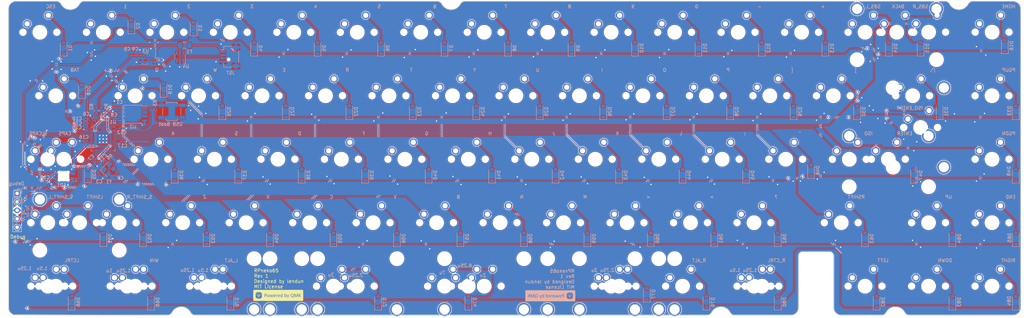
<source format=kicad_pcb>
(kicad_pcb (version 20221018) (generator pcbnew)
  (title_block (title "RPNeko65") (rev "1") (company "Designed by lendun") (comment 1 "MIT License"))
  (layers (0 "F.Cu" signal) (31 "B.Cu" signal) (34 "B.Paste" user) (35 "F.Paste" user) (36 "B.SilkS" user "B.Silkscreen") (37 "F.SilkS" user "F.Silkscreen") (38 "B.Mask" user) (39 "F.Mask" user) (44 "Edge.Cuts" user))
  (net 0 "")
  (net 1 "+3V3")
  (net 2 "GND")
  (net 3 "XTAL_IN")
  (net 4 "Net-(C3-Pad2)")
  (net 5 "+5V")
  (net 6 "+1V1")
  (net 7 "ROW0")
  (net 8 "Net-(D1-A)")
  (net 9 "Net-(D2-A)")
  (net 10 "Net-(D3-A)")
  (net 11 "Net-(D4-A)")
  (net 12 "Net-(D5-A)")
  (net 13 "Net-(D6-A)")
  (net 14 "Net-(D7-A)")
  (net 15 "Net-(D8-A)")
  (net 16 "Net-(D9-A)")
  (net 17 "Net-(D10-A)")
  (net 18 "Net-(D11-A)")
  (net 19 "Net-(D12-A)")
  (net 20 "Net-(D13-A)")
  (net 21 "Net-(D14-A)")
  (net 22 "Net-(D15-A)")
  (net 23 "Net-(D16-A)")
  (net 24 "ROW1")
  (net 25 "Net-(D18-A)")
  (net 26 "Net-(D19-A)")
  (net 27 "Net-(D20-A)")
  (net 28 "Net-(D21-A)")
  (net 29 "Net-(D22-A)")
  (net 30 "Net-(D23-A)")
  (net 31 "Net-(D24-A)")
  (net 32 "Net-(D25-A)")
  (net 33 "Net-(D26-A)")
  (net 34 "Net-(D27-A)")
  (net 35 "Net-(D28-A)")
  (net 36 "Net-(D29-A)")
  (net 37 "Net-(D30-A)")
  (net 38 "Net-(D31-A)")
  (net 39 "Net-(D33-A)")
  (net 40 "ROW2")
  (net 41 "Net-(D35-A)")
  (net 42 "Net-(D36-A)")
  (net 43 "Net-(D37-A)")
  (net 44 "Net-(D38-A)")
  (net 45 "Net-(D39-A)")
  (net 46 "Net-(D40-A)")
  (net 47 "Net-(D41-A)")
  (net 48 "Net-(D42-A)")
  (net 49 "Net-(D43-A)")
  (net 50 "Net-(D44-A)")
  (net 51 "Net-(D45-A)")
  (net 52 "Net-(D46-A)")
  (net 53 "Net-(D47-A)")
  (net 54 "Net-(D49-A)")
  (net 55 "ROW3")
  (net 56 "Net-(D51-A)")
  (net 57 "Net-(D52-A)")
  (net 58 "Net-(D53-A)")
  (net 59 "Net-(D54-A)")
  (net 60 "Net-(D55-A)")
  (net 61 "Net-(D56-A)")
  (net 62 "Net-(D57-A)")
  (net 63 "Net-(D58-A)")
  (net 64 "Net-(D59-A)")
  (net 65 "Net-(D60-A)")
  (net 66 "Net-(D61-A)")
  (net 67 "Net-(D62-A)")
  (net 68 "Net-(D63-A)")
  (net 69 "Net-(D64-A)")
  (net 70 "Net-(D65-A)")
  (net 71 "ROW4")
  (net 72 "Net-(D66-A)")
  (net 73 "Net-(D68-A)")
  (net 74 "Net-(D70-A)")
  (net 75 "Net-(D72-A)")
  (net 76 "Net-(D74-A)")
  (net 77 "Net-(D77-A)")
  (net 78 "Net-(D79-A)")
  (net 79 "Net-(D80-A)")
  (net 80 "Net-(D82-A)")
  (net 81 "Net-(D83-A)")
  (net 82 "Net-(D84-A)")
  (net 83 "Net-(J1-Pin_1)")
  (net 84 "D-")
  (net 85 "D+")
  (net 86 "RESET")
  (net 87 "LED")
  (net 88 "/D_P")
  (net 89 "/D_N")
  (net 90 "XTAL_OUT")
  (net 91 "COL0")
  (net 92 "COL1")
  (net 93 "COL2")
  (net 94 "COL3")
  (net 95 "COL4")
  (net 96 "COL5")
  (net 97 "COL6")
  (net 98 "COL7")
  (net 99 "COL8")
  (net 100 "COL9")
  (net 101 "COL10")
  (net 102 "COL11")
  (net 103 "COL12")
  (net 104 "COL13")
  (net 105 "COL14")
  (net 106 "COL15")
  (net 107 "SWD")
  (net 108 "SWCLK")
  (net 118 "SD3")
  (net 119 "QSPI_CLK")
  (net 120 "SD0")
  (net 121 "SD2")
  (net 122 "SD1")
  (net 123 "CS")
  (net 126 "Net-(R3-Pad1)")
  (net 127 "Net-(LED1-VDD)")
  (footprint "PCM_marbastlib-mx:SW_MX_1u" (layer "F.Cu") (at 216.69375 130.96875)
    (fp_text reference "SW42" hide)
    (fp_text value "1u" hide)
  )
  (footprint "PCM_marbastlib-mx:SW_MX_1u" (layer "F.Cu") (at 250.03125 111.91875)
    (fp_text reference "SW27" hide)
    (fp_text value "1u" hide)
  )
  (footprint "PCM_marbastlib-mx:SW_MX_1u" (layer "F.Cu") (at 202.40625 169.06875)
    (fp_text reference "SW76" hide)
    (fp_text value "2u" hide)
  )
  (footprint "PCM_marbastlib-mx:SW_MX_1u" (layer "F.Cu") (at 316.70625 92.86875)
    (fp_text reference "SW14" hide)
    (fp_text value "1u" hide)
  )
  (footprint "PCM_marbastlib-mx:SW_MX_1u" (layer "F.Cu") (at 197.64375 130.96875)
    (fp_text reference "SW41" hide)
    (fp_text value "1u" hide)
  )
  (footprint "PCM_marbastlib-mx:SW_MX_1u" (layer "F.Cu") (at 159.54375 130.96875)
    (fp_text reference "SW39" hide)
    (fp_text value "1u" hide)
  )
  (footprint "PCM_marbastlib-mx:SW_MX_1u" (layer "F.Cu") (at 354.80625 111.91875)
    (fp_text reference "SW33" hide)
    (fp_text value "1u" hide)
  )
  (footprint "PCM_marbastlib-mx:SW_MX_1u" (layer "F.Cu") (at 121.44375 130.96875)
    (fp_text reference "SW37" hide)
    (fp_text value "1u" hide)
  )
  (footprint "PCM_marbastlib-mx:SW_MX_1u" (layer "F.Cu") (at 235.74375 130.96875)
    (fp_text reference "SW43" hide)
    (fp_text value "1u" hide)
  )
  (footprint "PCM_marbastlib-mx:SW_MX_1u" (layer "F.Cu") (at 92.86875 150.01875)
    (fp_text reference "SW52" hide)
    (fp_text value "1u" hide)
  )
  (footprint "PCM_marbastlib-mx:SW_MX_1u" (layer "F.Cu") (at 335.788 92.837)
    (fp_text reference "SW17" hide)
    (fp_text value "2u" hide)
  )
  (footprint "PCM_marbastlib-mx:SW_MX_1u" (layer "F.Cu") (at 95.25 169.06875)
    (fp_text reference "SW68" hide)
    (fp_text value "1u" hide)
  )
  (footprint "PCM_marbastlib-mx:SW_MX_1u" (layer "F.Cu") (at 135.73125 111.91875)
    (fp_text reference "SW21" hide)
    (fp_text value "1u" hide)
  )
  (footprint "PCM_marbastlib-mx:SW_MX_1u" (layer "F.Cu") (at 178.59375 130.96875)
    (fp_text reference "SW40" hide)
    (fp_text value "1u" hide)
  )
  (footprint "PCM_marbastlib-mx:STAB_MX_P_2.25u" (layer "F.Cu") (at 164.30625 169.06875 180)
    (fp_text reference "S73" hide)
    (fp_text value "Left 2.25u Split Space" hide)
  )
  (footprint "PCM_marbastlib-mx:SW_MX_1u" (layer "F.Cu") (at 197.64375 169.06875)
    (fp_text reference "SW75" hide)
    (fp_text value "6.25u" hide)
  )
  (footprint "PCM_marbastlib-mx:SW_MX_1u" (layer "F.Cu") (at 273.84375 130.96875)
    (fp_text reference "SW45" hide)
    (fp_text value "1u" hide)
  )
  (footprint "PCM_marbastlib-mx:SW_MX_1u" (layer "F.Cu") (at 183.35625 92.86875)
    (fp_text reference "SW7" hide)
    (fp_text value "1u" hide)
  )
  (footprint "PCM_marbastlib-mx:SW_MX_1u" (layer "F.Cu") (at 240.50625 169.06875)
    (fp_text reference "SW77" hide)
    (fp_text value "3u" hide)
  )
  (footprint "PCM_marbastlib-mx:SW_MX_1u" (layer "F.Cu") (at 111.91875 150.01875)
    (fp_text reference "SW53" hide)
    (fp_text value "1u" hide)
  )
  (footprint "PCM_marbastlib-mx:SW_MX_1u" (layer "F.Cu") (at 169.06875 150.01875)
    (fp_text reference "SW56" hide)
    (fp_text value "1u" hide)
  )
  (footprint "PCM_marbastlib-mx:SW_MX_1u" (layer "F.Cu") (at 126.20625 92.86875)
    (fp_text reference "SW4" hide)
    (fp_text value "1u" hide)
  )
  (footprint "PCM_marbastlib-mx:SW_MX_1u" (layer "F.Cu") (at 69.05625 92.86875)
    (fp_text reference "SW1" hide)
    (fp_text value "1u" hide)
  )
  (footprint "PCM_marbastlib-mx:SW_MX_1.5u" (layer "F.Cu") (at 283.36875 169.06875)
    (fp_text reference "SW80" hide)
    (fp_text value "1.5u" hide)
  )
  (footprint "PCM_marbastlib-mx:SW_MX_1.25u" (layer "F.Cu") (at 71.4375 130.96875)
    (fp_text reference "SW34" hide)
    (fp_text value "1.25u" hide)
  )
  (footprint "LOGO" (layer "F.Cu") (at 140.589 171.831)
    (fp_text reference "G***" hide)
    (fp_text value "LOGO" hide)
  )
  (footprint "PCM_marbastlib-mx:SW_MX_1u" (layer "F.Cu") (at 226.21875 150.01875)
    (fp_text reference "SW59" hide)
    (fp_text value "1u" hide)
  )
  (footprint "PCM_marbastlib-mx:SW_MX_1u" (layer "F.Cu") (at 221.45625 92.86875)
    (fp_text reference "SW9" hide)
    (fp_text value "1u" hide)
  )
  (footprint "Connector_PinSocket_2.54mm:PinSocket_1x05_P2.54mm_Vertical" (layer "F.Cu") (at 62.23 141.224)
    (fp_text reference "J2" hide)
    (fp_text value "SWD")
  )
  (footprint "PCM_marbastlib-mx:SW_MX_1u" (layer "F.Cu") (at 164.30625 92.86875)
    (fp_text reference "SW6" hide)
    (fp_text value "1u" hide)
  )
  (footprint "PCM_marbastlib-mx:SW_MX_1.25u" (layer "F.Cu") (at 285.75 169.06875)
    (fp_text reference "SW81" hide)
    (fp_text value "1.25u" hide)
  )
  (footprint "PCM_marbastlib-mx:STAB_MX_P_3u" (layer "F.Cu") (at 240.50625 169.06875 180)
    (fp_text reference "S77" hide)
    (fp_text value "Right 3u Split Space" hide)
  )
  (footprint "PCM_marbastlib-mx:SW_MX_1u" (layer "F.Cu") (at 140.49375 130.96875)
    (fp_text reference "SW38" hide)
    (fp_text value "1u" hide)
  )
  (footprint "PCM_marbastlib-mx:STAB_MX_P_2.25u" (layer "F.Cu") (at 80.9625 150.01875)
    (fp_text reference "S50" hide)
    (fp_text value "LShift" hide)
  )
  (footprint "PCM_marbastlib-mx:SW_MX_1.5u" (layer "F.Cu") (at 71.4375 169.06875)
    (fp_text reference "SW66" hide)
    (fp_text value "1.5u" hide)
  )
  (footprint "PCM_marbastlib-mx:SW_MX_1.25u" (layer "F.Cu") (at 80.9625 150.01875)
    (fp_text reference "SW51" hide)
    (fp_text value "1.25u" hide)
  )
  (footprint "PCM_marbastlib-mx:SW_MX_1u" (layer "F.Cu") (at 150.01875 150.01875)
    (fp_text reference "SW55" hide)
    (fp_text value "1u" hide)
  )
  (footprint "PCM_marbastlib-mx:SW_MX_1u" (layer "F.Cu") (at 254.79375 130.96875)
    (fp_text reference "SW44" hide)
    (fp_text value "1u" hide)
  )
  (footprint "PCM_marbastlib-mx:SW_MX_1u" (layer "F.Cu") (at 188.11875 150.01875)
    (fp_text reference "SW57" hide)
    (fp_text value "1u" hide)
  )
  (footprint "PCM_marbastlib-mx:SW_MX_1u" (layer "F.Cu") (at 307.18125 111.91875)
    (fp_text reference "SW30" hide)
    (fp_text value "1u" hide)
  )
  (footprint "PCM_marbastlib-mx:SW_MX_1u" (layer "F.Cu") (at 88.10625 92.86875)
    (fp_text reference "SW2" hide)
    (fp_text value "1u" hide)
  )
  (footprint "PCM_marbastlib-mx:STAB_MX_P_2.75u" (layer "F.Cu") (at 242.8875 169.06875 180)
    (fp_text reference "S78" hide)
    (fp_text value "Right 2.75u Split Space" hide)
  )
  (footprint "PCM_marbastlib-mx:SW_MX_1u" (layer "F.Cu") (at 354.80625 169.06875)
    (fp_text reference "SW84" hide)
    (fp_text value "1u" hide)
  )
  (footprint "PCM_marbastlib-mx:SW_MX_1u" (layer "F.Cu") (at 116.68125 111.91875)
    (fp_text reference "SW20" hide)
    (fp_text value "1u" hide)
  )
  (footprint "PCM_marbastlib-mx:SW_MX_1.75u" (layer "F.Cu") (at 76.2 130.96875)
    (fp_text reference "SW35" hide)
    (fp_text value "1.75u" hide)
  )
  (footprint "PCM_marbastlib-mx:SW_MX_1.5u" (layer "F.Cu") (at 73.81875 111.91875)
    (fp_text reference "SW18" hide)
    (fp_text value "1.5u" hide)
  )
  (footprint "PCM_marbastlib-mx:SW_MX_1u" (layer "F.Cu") (at 354.80625 130.96875)
    (fp_text reference "SW49" hide)
    (fp_text value "1u" hide)
  )
  (footprint "PCM_marbastlib-mx:SW_MX_1u" (layer "F.Cu") (at 130.96875 150.01875)
    (fp_text reference "SW54" hide)
    (fp_text value "1u" hide)
  )
  (footprint "PCM_marbastlib-mx:SW_MX_1u" (layer "F.Cu") (at 164.30625 169.06875)
    (fp_text reference "SW73" hide)
    (fp_text value "2.25u" hide)
  )
  (footprint "PCM_marbastlib-mx:SW_MX_1u" (layer "F.Cu") (at 154.78125 111.91875)
    (fp_text reference "SW22" hide)
    (fp_text value "1u" hide)
  )
  (footprint "PCM_marbastlib-mx:SW_MX_1u" (layer "F.Cu") (at 278.60625 92.86875)
    (fp_text reference "SW12" hide)
    (fp_text value "1u" hide)
  )
  (footprint "PCM_marbastlib-mx:SW_MX_1u" (layer "F.Cu") (at 283.36875 150.01875)
    (fp_text reference "SW62" hide)
    (fp_text value "1u" hide)
  )
  (footprint "PCM_marbastlib-mx:SW_MX_1u" (layer "F.Cu") (at 202.40625 92.86875)
    (fp_text reference "SW8" hide)
    (fp_text value "1u" hide)
  )
  (footprint "PCM_marbastlib-mx:SW_MX_1u" (layer "F.Cu") (at 335.75625 169.06875)
    (fp_text reference "SW83" hide)
    (fp_text value "1u" hide)
  )
  (footprint "PCM_marbastlib-mx:STAB_MX_P_ISO" (layer "F.Cu") (at 333.375 121.44375 180)
    (fp_text reference "S32" hide)
    (fp_text value "ISO Enter" hide)
  )
  (footprint "PCM_marbastlib-mx:SW_MX_1u" (layer "F.Cu") (at 292.89375 130.96875)
    (fp_text reference "SW46" hide)
    (fp_text value "1u" hide)
  )
  (footprint "PCM_marbastlib-mx:SW_MX_1u" (layer "F.Cu") (at 311.98 131)
    (fp_text reference "SW48" hide)
    (fp_text value "1u" hide)
  )
  (footprint "PCM_marbastlib-mx:SW_MX_1.25u" (layer "F.Cu") (at 73.81875 169.06875)
    (fp_text reference "SW67" hide)
    (fp_text value "1.25u" hide)
  )
  (footprint "PCM_marbastlib-mx:SW_MX_1u" (layer "F.Cu") (at 264.31875 150.01875)
    (fp_text reference "SW61" hide)
    (fp_text value "1u" hide)
  )
  (footprint "PCM_marbastlib-mx:SW_MX_1u" (layer "F.Cu") (at 316.70625 169.06875)
    (fp_text reference "SW82" hide)
    (fp_text value "1u" hide)
  )
  (footprint "PCM_marbastlib-mx:SW_MX_1u" (layer "F.Cu") (at 230.98125 111.91875)
    (fp_text reference "SW26" hide)
    (fp_text value "1u" hide)
  )
  (footprint "PCM_marbastlib-mx:STAB_MX_P_6.25u" (layer "F.Cu") (at 197.64375 169.06875 180)
    (fp_text reference "S75" hide)
    (fp_text value "6.25u Space" hide)
  )
  (footprint "PCM_marbastlib-mx:SW_MX_1.25u" (layer "F.Cu") (at 261.9375 169.06875)
    (fp_text reference "SW79" hide)
    (fp_text value "1.25u" hide)
  )
  (footprint "PCM_marbastlib-mx:SW_MX_1u" (layer "F.Cu") (at 323.69125 130.96875)
    (fp_text reference "SW47" hide)
    (fp_text value "2.25u" hide)
  )
  (footprint "PCM_marbastlib-mx:SW_MX_1u" (layer "F.Cu") (at 333.375 121.44375)
    (fp_text reference "SW32" hide)
    (fp_text value "ISO Enter" hide)
  )
  (footprint "PCM_marbastlib-mx:STAB_MX_P_7u" (layer "F.Cu") (at 190.5 169.06875 180)
    (fp_text reference "S74" hide)
    (fp_text value "7u Space" hide)
  )
  (footprint "PCM_marbastlib-mx:STAB_MX_P_2.25u" (layer "F.Cu") (at 323.85 130.96875)
    (fp_text reference "S47" hide)
    (fp_text value "Enter" hide)
  )
  (footprint "PCM_marbastlib-mx:SW_MX_1u" (layer "F.Cu") (at 240.50625 92.86875)
    (fp_text reference "SW10" hide)
    (fp_text value "1u" hide)
  )
  (footprint "PCM_marbastlib-mx:SW_MX_1.5u" (layer "F.Cu") (at 330.99375 111.91875)
    (fp_text reference "SW31" hide)
    (fp_text value "1.5u" hide)
  )
  (footprint "PCM_marbastlib-mx:SW_MX_1u" (layer "F.Cu") (at 259.55625 92.86875)
    (fp_text reference "SW11" hide)
    (fp_text value "1u" hide)
  )
  (footprint "PCM_marbastlib-mx:SW_MX_1.5u" (layer "F.Cu") (at 119.0625 169.06875)
    (fp_text reference "SW70" hide)
    (fp_text value "1.5u" hide)
  )
  (footprint "PCM_marbastlib-mx:SW_MX_1u" (layer "F.Cu") (at 145.25625 92.86875)
    (fp_text reference "SW5" hide)
    (fp_text value "1u" hide)
  )
  (footprint "PCM_marbastlib-mx:SW_MX_1u" (layer "F.Cu") (at 242.8875 169.06875)
    (fp_text reference "SW78" hide)
    (fp_text value "2.75u" hide)
  )
  (footprint "PCM_marbastlib-mx:SW_MX_1u" (layer "F.Cu") (at 354.838 92.837)
    (fp_text reference "SW16" hide)
    (fp_text value "1u" hide)
  )
  (footprint "PCM_marbastlib-mx:SW_MX_1u" (layer "F.Cu") (at 297.65625 92.86875)
    (fp_text reference "SW13" hide)
    (fp_text value "1u" hide)
  )
  (footprint "PCM_marbastlib-mx:SW_MX_1u" (layer "F.Cu") (at 107.15625 92.86875)
    (fp_text reference "SW3" hide)
    (fp_text value "1u" hide)
  )
  (footprint "PCM_marbastlib-mx:SW_MX_1u" (layer "F.Cu") (at 157.1625 169.06875)
    (fp_text reference "SW72" hide)
    (fp_text value "3u" hide)
  )
  (footprint "PCM_marbastlib-mx:SW_MX_1u" (layer "F.Cu") (at 173.83125 111.91875)
    (fp_text reference "SW23" hide)
    (fp_text value "1u" hide)
  )
  (footprint "PCM_marbastlib-mx:SW_MX_1u" (layer "F.Cu") (at 354.80625 150.01875)
    (fp_text reference "SW65" hide)
    (fp_text value "1u" hide)
  )
  (footprint "PCM_marbastlib-mx:SW_MX_1.25u" (layer "F.Cu") (at 97.63125 169.06875)
    (fp_text reference "SW69" hide)
    (fp_text value "1.25u" hide)
  )
  (footprint "PCM_marbastlib-mx:SW_MX_1u" (layer "F.Cu") (at 97.63125 111.91875)
    (fp_text reference "SW19" hide)
    (fp_text value "1u" hide)
  )
  (footprint "PCM_marbastlib-mx:SW_MX_1u" (layer "F.Cu") (at 211.93125 111.91875)
    (fp_text reference "SW25" hide)
    (fp_text value "1u" hide)
  )
  (footprint "PCM_marbastlib-mx:SW_MX_1u" (layer "F.Cu") (at 190.5 169.06875)
    (fp_text reference "SW74" hide)
    (fp_text value "7u" hide)
  )
  (footprint "PCM_marbastlib-mx:SW_MX_1.25u" (layer "F.Cu") (at 121.44375 169.06875)
    (fp_text reference "SW71" hide)
    (fp_text value "1.25u" hide)
  )
  (footprint "PCM_marbastlib-mx:SW_MX_1u" (layer "F.Cu") (at 192.88125 111.91875)
    (fp_text reference "SW24" hide)
    (fp_text value "1u" hide)
  )
  (footprint "PCM_marbastlib-mx:SW_MX_1u" (layer "F.Cu") (at 245.26875 150.01875)
    (fp_text reference "SW60" hide)
    (fp_text value "1u" hide)
  )
  (footprint "PCM_marbastlib-mx:STAB_MX_P_2u" (layer "F.Cu") (at 202.40625 169.06875 180)
    (fp_text reference "S76" hide)
    (fp_text value "2u Split Space" hide)
  )
  (footprint "PCM_marbastlib-mx:SW_MX_1.75u" (layer "F.Cu") (at 309.5625 150.01875)
    (fp_text reference "SW63" hide)
    (fp_text value "1.75u" hide)
  )
  (footprint "PCM_marbastlib-mx:SW_MX_1u" (layer "F.Cu") (at 71.4375 150.01875)
    (fp_text reference "SW50" hide)
    (fp_text value "2.25u" hide)
  )
  (footprint "PCM_marbastlib-mx:SW_MX_1u" (layer "F.Cu") (at 207.16875 150.01875)
    (fp_text reference "SW58" hide)
    (fp_text value "1u" hide)
  )
  (footprint "PCM_marbastlib-mx:STAB_MX_P_3u" (layer "F.Cu") (at 157.1625 169.06875 180)
    (fp_text reference "S72" hide)
    (fp_text value "Left 3u Split Space" hide)
  )
  (footprint "PCM_marbastlib-mx:SW_MX_1u" (layer "F.Cu") (at 102.39375 130.96875)
    (fp_text reference "SW36" hide)
    (fp_text value "1u" hide)
  )
  (footprint "PCM_marbastlib-mx:SW_MX_1u" (layer "F.Cu") (at 269.08125 111.91875)
    (fp_text reference "SW28" hide)
    (fp_text value "1u" hide)
  )
  (footprint "PCM_marbastlib-mx:SW_MX_1u" (layer "F.Cu") (at 335.75625 150.01875)
    (fp_text reference "SW64" hide)
    (fp_text value "1u" hide)
  )
  (footprint "PCM_marbastlib-mx:STAB_MX_P_2u" (layer "F.Cu") (at 326.23125 92.837)
    (fp_text reference "S17" hide)
    (fp_text value "Back" hide)
  )
  (footprint "PCM_marbastlib-mx:SW_MX_1u" (layer "F.Cu") (at 326.23125 92.86875)
    (fp_text reference "SW15" hide)
    (fp_text value "1u" hide)
  )
  (footprint "PCM_marbastlib-mx:SW_MX_1u" (layer "F.Cu") (at 288.13125 111.91875)
    (fp_text reference "SW29" hide)
    (fp_text value "1u" hide)
  )
  (footprint "Capacitor_SMD:C_0402_1005Metric" (layer "B.Cu") (at 82.829194 121.074731 180)
    (fp_text reference "C15")
    (fp_text value "100nF" hide)
  )
  (footprint "Diode_SMD:D_SOD-123" (layer "B.Cu") (at 295.275 116.68125 90)
    (fp_text reference "D29")
    (fp_text value "1N4148" hide)
  )
  (footprint "Diode_SMD:D_SOD-123" (layer "B.Cu") (at 176.2125 154.78125 90)
    (fp_text reference "D56")
    (fp_text value "1N4148" hide)
  )
  (footprint "Diode_SMD:D_SOD-123" (layer "B.Cu") (at 185.7375 135.73125 90)
    (fp_text reference "D40")
    (fp_text value "1N4148" hide)
  )
  (footprint "Diode_SMD:D_SOD-123" (layer "B.Cu") (at 323.85 97.63125 90)
    (fp_text reference "D14")
    (fp_text value "1N4148" hide)
  )
  (footprint "Diode_SMD:D_SOD-123" (layer "B.Cu") (at 166.6875 135.73125 90)
    (fp_text reference "D39")
    (fp_text value "1N4148" hide)
  )
  (footprint "Diode_SMD:D_SOD-123" (layer "B.Cu") (at 361.95 135.73125 90)
    (fp_text reference "D49")
    (fp_text value "1N4148" hide)
  )
  (footprint "Diode_SMD:D_SOD-123" (layer "B.Cu") (at 242.8875 135.73125 90)
    (fp_text reference "D43")
    (fp_text value "1N4148" hide)
  )
  (footprint "Capacitor_SMD:C_0402_1005Metric" (layer "B.Cu") (at 82.829194 120.058731 180)
    (fp_text reference "C14")
    (fp_text value "100nF" hide)
  )
  (footprint "Diode_SMD:D_SOD-123" (layer "B.Cu") (at 361.95 173.83125 90)
    (fp_text reference "D84")
    (fp_text value "1N4148" hide)
  )
  (footprint "Capacitor_SMD:C_0402_1005Metric" (layer "B.Cu") (at 96.266 99.413 90)
    (fp_text reference "C5")
    (fp_text value "1uF" hide)
  )
  (footprint "Diode_SMD:D_SOD-123" (layer "B.Cu") (at 100.0125 154.78125 90)
    (fp_text reference "D52")
    (fp_text value "1N4148" hide)
  )
  (footprint "Diode_SMD:D_SOD-123" (layer "B.Cu") (at 251.206 171.449 90)
    (fp_text reference "D77")
    (fp_text value "1N4148" hide)
  )
  (footprint "Diode_SMD:D_SOD-123" (layer "B.Cu") (at 76.2 97.63125 90)
    (fp_text reference "D1")
    (fp_text value "1N4148" hide)
  )
  (footprint "Capacitor_SMD:C_0402_1005Metric" (layer "B.Cu") (at 85.217 119.084411 135)
    (fp_text reference "C6")
    (fp_text value "1uF" hide)
  )
  (footprint "Capacitor_SMD:C_0402_1005Metric" (layer "B.Cu") (at 91.44 115.034 90)
    (fp_text reference "C1")
    (fp_text value "100nF" hide)
  )
  (footprint "Diode_SMD:D_SOD-123" (layer "B.Cu") (at 126.238 173.864 90)
    (fp_text reference "D70")
    (fp_text value "1N4148" hide)
  )
  (footprint "Resistor_SMD:R_0603_1608Metric" (layer "B.Cu") (at 85.979 116.395 -90)
    (fp_text reference "R2")
    (fp_text value "27")
  )
  (footprint "PCM_marbastlib-mx:LED_MX_6028R" (layer "B.Cu") (at 76.2 136.04875 180)
    (fp_text reference "LED1")
    (fp_text value "SK6812 Mini-E" hide)
    (fp_line (start -1.699999 0.702843) (end -1.699999 -0.702841) (stroke (width 0.1)) (layer "Edge.Cuts"))
    (fp_line (start -0.794452 -1.499999) (end 0.794452 -1.499999) (stroke (width 0.1)) (layer "Edge.Cuts"))
    (fp_line (start 0.794452 1.5) (end -0.794453 1.5) (stroke (width 0.1)) (layer "Edge.Cuts"))
    (fp_line (start 1.699999 -0.702841) (end 1.699999 0.702843) (stroke (width 0.1)) (layer "Edge.Cuts"))
    (fp_arc (start -1.749484 -0.919719) (mid -1.712527 -0.814067) (end -1.699999 -0.702841) (stroke (width 0.1)) (layer "Edge.Cuts"))
    (fp_arc (start -1.749484 -0.919718) (mid -1.638072 -1.504034) (end -1.046711 -1.568298) (stroke (width 0.1)) (layer "Edge.Cuts"))
    (fp_arc (start -1.699999 0.702844) (mid -1.712527 0.814069) (end -1.749484 0.919721) (stroke (width 0.1)) (layer "Edge.Cuts"))
    (fp_arc (start -1.046711 1.568299) (mid -1.63807 1.504035) (end -1.749484 0.919721) (stroke (width 0.1)) (layer "Edge.Cuts"))
    (fp_arc (start -1.046711 1.568299) (mid -0.925123 1.517377) (end -0.794453 1.5) (stroke (width 0.1)) (layer "Edge.Cuts"))
    (fp_arc (start -0.794452 -1.499999) (mid -0.925123 -1.517376) (end -1.046711 -1.568298) (stroke (width 0.1)) (layer "Edge.Cuts"))
    (fp_arc (start 0.794453 1.500001) (mid 0.925123 1.517378) (end 1.046711 1.5683) (stroke (width 0.1)) (layer "Edge.Cuts"))
    (fp_arc (start 1.04671 -1.568298) (mid 0.925122 -1.517376) (end 0.794452 -1.499999) (stroke (width 0.1)) (layer "Edge.Cuts"))
    (fp_arc (start 1.046711 -1.568296) (mid 1.638069 -1.504034) (end 1.749484 -0.919719) (stroke (width 0.1)) (layer "Edge.Cuts"))
    (fp_arc (start 1.699999 -0.702842) (mid 1.712536 -0.814065) (end 1.749484 -0.919719) (stroke (width 0.1)) (layer "Edge.Cuts"))
    (fp_arc (start 1.749484 0.919721) (mid 1.638072 1.504036) (end 1.046711 1.5683) (stroke (width 0.1)) (layer "Edge.Cuts"))
    (fp_arc (start 1.749484 0.919721) (mid 1.712534 0.814067) (end 1.699999 0.702843) (stroke (width 0.1)) (layer "Edge.Cuts"))
  )
  (footprint "Capacitor_SMD:C_0402_1005Metric" (layer "B.Cu") (at 82.677 125.476 180)
    (fp_text reference "C16")
    (fp_text value "100nF" hide)
  )
  (footprint "Diode_SMD:D_SOD-123" (layer "B.Cu") (at 200.025 116.68125 90)
    (fp_text reference "D24")
    (fp_text value "1N4148" hide)
  )
  (footprint "Diode_SMD:D_SOD-123" (layer "B.Cu") (at 102.39375 173.83125 90)
    (fp_text reference "D68")
    (fp_text value "1N4148" hide)
  )
  (footprint "Capacitor_SMD:C_0402_1005Metric" (layer "B.Cu") (at 89.789 117.094 90)
    (fp_text reference "C8")
    (fp_text value "100nF" hide)
  )
  (footprint "Diode_SMD:D_SOD-123" (layer "B.Cu") (at 170.561 173.863 90)
    (fp_text reference "D72")
    (fp_text value "1N4148" hide)
  )
  (footprint "Diode_SMD:D_SOD-123" (layer "B.Cu") (at 361.95 116.68125 90)
    (fp_text reference "D33")
    (fp_text value "1N4148" hide)
  )
  (footprint "Diode_SMD:D_SOD-123" (layer "B.Cu") (at 81.661 110.363 90)
    (fp_text reference "D18")
    (fp_text value "1N4148" hide)
  )
  (footprint "Diode_SMD:D_SOD-123" (layer "B.Cu") (at 147.6375 135.73125 90)
    (fp_text reference "D38")
    (fp_text value "1N4148" hide)
  )
  (footprint "Capacitor_SMD:C_0402_1005Metric" (layer "B.Cu") (at 86.045783 132.082142 -135)
    (fp_text reference "C11")
    (fp_text value "100nF" hide)
  )
  (footprint "Diode_SMD:D_SOD-123" (layer "B.Cu") (at 83.439 135.635 90)
    (fp_text reference "D35")
    (fp_text value "1N4148" hide)
  )
  (footprint "Diode_SMD:D_SOD-123" (layer "B.Cu") (at 88.10625 154.78125 90)
    (fp_text reference "D51")
    (fp_text value "1N4148" hide)
  )
  (footprint "Diode_SMD:D_SOD-123" (layer "B.Cu") (at 128.5875 135.73125 90)
    (fp_text reference "D37")
    (fp_text value "1N4148" hide)
  )
  (footprint "Diode_SMD:D_SOD-123" (layer "B.Cu") (at 314.325 116.68125 90)
    (fp_text reference "D30")
    (fp_text value "1N4148" hide)
  )
  (footprint "Diode_SMD:D_SOD-123" (layer "B.Cu") (at 300.482 134.366 90)
    (fp_text reference "D46")
    (fp_text value "1N4148" hide)
  )
  (footprint "Diode_SMD:D_SOD-123" (layer "B.Cu") (at 190.5 97.63125 90)
    (fp_text reference "D7")
    (fp_text value "1N4148" hide)
  )
  (footprint "Button_Switch_SMD:SW_SPST_SKQG_WithStem" (layer "B.Cu") (at 108.647 116.658 180)
    (fp_text reference "SW85" hide)
    (fp_text value "SW_Push" hide)
  )
  (footprint "Diode_SMD:D_SOD-123" (layer "B.Cu") (at 214.3125 154.78125 90)
    (fp_text reference "D58")
    (fp_text value "1N4148" hide)
  )
  (footprint "Diode_SMD:D_SOD-123" (layer "B.Cu") (at 320.167 173.83125 90)
    (fp_text reference "D82")
    (fp_text value "1N4148" hide)
  )
  (footprint "Diode_SMD:D_SOD-123" (layer "B.Cu") (at 257.175 116.68125 90)
    (fp_text reference "D27")
    (fp_text value "1N4148" hide)
  )
  (footprint "Capacitor_SMD:C_0402_1005Metric" (layer "B.Cu") (at 93.472 121.666)
    (fp_text reference "C12")
    (fp_text value "100nF" hide)
  )
  (footprint "Diode_SMD:D_SOD-123" (layer "B.Cu") (at 290.5125 173.83125 90)
    (fp_text reference "D80")
    (fp_text value "1N4148" hide)
  )
  (footprint "Diode_SMD:D_SOD-123" (layer "B.Cu") (at 152.4 97.63125 90)
    (fp_text reference "D5")
    (fp_text value "1N4148" hide)
  )
  (footprint "Diode_SMD:D_SOD-123" (layer "B.Cu") (at 342.9 154.78125 90)
    (fp_text reference "D64")
    (fp_text value "1N4148" hide)
  )
  (footprint "Diode_SMD:D_SOD-123" (layer "B.Cu") (at 271.4625 154.78125 90)
    (fp_text reference "D61")
    (fp_text value "1N4148" hide)
  )
  (footprint "Package_DFN_QFN:QFN-56-1EP_7x7mm_P0.4mm_EP3.2x3.2mm" (layer "B.Cu") (at 88.030506 124.887732 180)
    (fp_text reference "U1")
    (fp_text value "RP2040" hide)
  )
  (footprint "Diode_SMD:D_SOD-123" (layer "B.Cu") (at 266.7 97.63125 90)
    (fp_text reference "D11")
    (fp_text value "1N4148" hide)
  )
  (footprint "Capacitor_SMD:C_0402_1005Metric" (layer "B.Cu") (at 86.735148 135.445926 135)
    (fp_text reference "C3")
    (fp_text value "22pF" hide)
  )
  (footprint "Diode_SMD:D_SOD-123" (layer "B.Cu") (at 138.1125 154.78125 90)
    (fp_text reference "D54")
    (fp_text value "1N4148" hide)
  )
  (footprint "Diode_SMD:D_SOD-123" (layer "B.Cu") (at 142.875 116.68125 90)
    (fp_text reference "D21")
    (fp_text value "1N4148" hide)
  )
  (footprint "Diode_SMD:D_SOD-123" (layer "B.Cu") (at 333.375 97.63125 90)
    (fp_text reference "D15")
    (fp_text value "1N4148" hide)
  )
  (footprint "Capacitor_SMD:C_0402_1005Metric" (layer "B.Cu") (at 82.829194 119.042731 180)
    (fp_text reference "C10")
    (fp_text value "1uF" hide)
  )
  (footprint "Diode_SMD:D_SOD-123" (layer "B.Cu") (at 361.95 154.78125 90)
    (fp_text reference "D65")
    (fp_text value "1N4148" hide)
  )
  (footprint "Crystal:Crystal_SMD_3225-4Pin_3.2x2.5mm" (layer "B.Cu") (at 89.739224 133.966857 45)
    (fp_text reference "Y1")
    (fp_text value "12MHz" hide)
  )
  (footprint "Diode_SMD:D_SOD-123" (layer "B.Cu") (at 290.5125 154.78125 90)
    (fp_text reference "D62")
    (fp_text value "1N4148" hide)
  )
  (footprint "Diode_SMD:D_SOD-123" (layer "B.Cu") (at 96.52 90.932 90)
    (fp_text reference "D2")
    (fp_text value "1N4148" hide)
  )
  (footprint "Diode_SMD:D_SOD-123" (layer "B.Cu") (at 161.925 116.68125 90)
    (fp_text reference "D22")
    (fp_text value "1N4148" hide)
  )
  (footprint "Diode_SMD:D_SOD-123" (layer "B.Cu") (at 276.225 116.68125 90)
    (fp_text reference "D28")
    (fp_text value "1N4148" hide)
  )
  (footprint "Resistor_SMD:R_0402_1005Metric" (layer "B.Cu") (at 71.5772 139.7508 90)
    (fp_text reference "R5")
    (fp_text value "1k" hide)
  )
  (footprint "Capacitor_SMD:C_0402_1005Metric" (layer "B.Cu") (at 85.283783 131.320142 -135)
    (fp_text reference "C7")
    (fp_text value "100nF" hide)
  )
  (footprint "Diode_SMD:D_SOD-123" (layer "B.Cu") (at 233.3625 154.78125 90)
    (fp_text reference "D59")
    (fp_text value "1N4148" hide)
  )
  (footprint "Diode_SMD:D_SOD-123" (layer "B.Cu") (at 209.55 97.63125 90)
    (fp_text reference "D8")
    (fp_text value "1N4148" hide)
  )
  (footprint "Diode_SMD:D_SOD-123" (layer "B.Cu") (at 219.075 116.68125 90)
    (fp_text reference "D25")
    (fp_text value "1N4148" hide)
  )
  (footprint "Diode_SMD:D_SOD-123" (layer "B.Cu") (at 133.35 97.63125 90)
    (fp_text reference "D4")
    (fp_text value "1N4148" hide)
  )
  (footprint "Diode_SMD:D_SOD-123" (layer "B.Cu") (at 204.7875 135.73125 90)
    (fp_text reference "D41")
    (fp_text value "1N4148" hide)
  )
  (footprint "Diode_SMD:D_SOD-123" (layer "B.Cu") (at 197.64375 173.83125 90)
    (fp_text reference "D74")
    (fp_text value "1N4148" hide)
  )
  (footprint "Diode_SMD:D_SOD-123" (layer "B.Cu") (at 195.2625 154.78125 90)
    (fp_text reference "D57")
    (fp_text value "1N4148" hide)
  )
  (footprint "Diode_SMD:D_SOD-123" (layer "B.Cu") (at 238.125 116.68125 90)
    (fp_text reference "D26")
    (fp_text value "1N4148" hide)
  )
  (footprint "Diode_SMD:D_SOD-123" (layer "B.Cu") (at 157.1625 154.78125 90)
    (fp_text reference "D55")
    (fp_text value "1N4148" hide)
  )
  (footprint "Diode_SMD:D_SOD-123" (layer "B.Cu") (at 261.9375 135.73125 90)
    (fp_text reference "D44")
    (fp_text value "1N4148" hide)
  )
  (footprint "Diode_SMD:D_SOD-123" (layer "B.Cu") (at 358.648 96.901 90)
    (fp_text reference "D16")
    (fp_text value "1N4148" hide)
  )
  (footprint "Capacitor_SMD:C_0402_1005Metric" (layer "B.Cu") (at 92.069148 135.445926 45)
    (fp_text reference "C2")
    (fp_text value "22pF" hide)
  )
  (footprint "Package_TO_SOT_SMD:SOT-23" (layer "B.Cu") (at 100.838 100.838)
    (fp_text reference "U3")
    (fp_text value "XC6206PxxxMR" hide)
  )
  (footprint "Diode_SMD:D_SOD-123" (layer "B.Cu") (at 106.172 109.982 90)
    (fp_text reference "D19")
    (fp_text value "1N4148" hide)
  )
  (footprint "Diode_SMD:D_SOD-123" (layer "B.Cu") (at 109.5375 135.73125 90)
    (fp_text reference "D36")
    (fp_text value "1N4148" hide)
  )
  (footprint "Capacitor_SMD:C_0402_1005Metric" (layer "B.Cu") (at 93.853 125.73)
    (fp_text reference "C17")
    (fp_text value "100nF" hide)
  )
  (footprint "Resistor_SMD:R_0603_1608Metric" (layer "B.Cu") (at 87.503 116.395 -90)
    (fp_text reference "R1")
    (fp_text value "27")
  )
  (footprint "Diode_SMD:D_SOD-123" (layer "B.Cu") (at 285.75 97.63125 90)
    (fp_text reference "D12")
    (fp_text value "1N4148" hide)
  )
  (footprint "Diode_SMD:D_SOD-123" (layer "B.Cu") (at 247.65 97.63125 90)
    (fp_text reference "D10")
    (fp_text value "1N4148" hide)
  )
  (footprint "Package_SO:SOIC-8_5.23x5.23mm_P1.27mm" (layer "B.Cu") (at 96.9332 117.475 180)
    (fp_text reference "U2")
    (fp_text value "W25Q128JVS" hide)
  )
  (footprint "Diode_SMD:D_SOD-123" (layer "B.Cu") (at 228.6 97.63125 90)
    (fp_text reference "D9")
    (fp_text value "1N4148" hide)
  )
  (footprint "Capacitor_SMD:C_0402_1005Metric" (layer "B.Cu") (at 103.632 101.346 -90)
    (fp_text reference "C4")
    (fp_text value "1uF" hide)
  )
  (footprint "marbastlib-various:SOT-23-6-routable" (layer "B.Cu") (at 111.125 100.203 90)
    (fp_text reference "U4")
    (fp_text value "SRV05" hide)
  )
  (footprint "Connector_JST:JST_SH_SM04B-SRSS-TB_1x04-1MP_P1.00mm_Horizontal" (layer "B.Cu") (at 126.014 100.209 -90)
    (fp_text reference "J1" hide)
    (fp_text value "SM04B-SRSS-TB" hide)
  )
  (footprint "Capacitor_SMD:C_0402_1005Metric" (layer "B.Cu") (at 97.917 99.413 90)
    (fp_text reference "C9")
    (fp_text value "4.7uF" hide)
  )
  (footprint "Diode_SMD:D_SOD-123" (layer "B.Cu") (at 342.9 173.83125 90)
    (fp_text reference "D83")
    (fp_text value "1N4148" hide)
  )
  (footprint "Diode_SMD:D_SOD-123" (layer "B.Cu") (at 123.825 116.68125 90)
    (fp_text reference "D20")
    (fp_text value "1N4148" hide)
  )
  (footprint "Capacitor_SMD:C_0402_1005Metric" (layer "B.Cu") (at 70.584 135.255)
    (fp_text reference "C18")
    (fp_text value "100nF" hide)
  )
  (footprint "LOGO" (layer "B.Cu") (at 222.25 171.958 180)
    (fp_text reference "G***" hide)
    (fp_text value "LOGO" hide)
  )
  (footprint "Diode_SMD:D_SOD-123" (layer "B.Cu") (at 339.09 116.68125 90)
    (fp_text reference "D31")
    (fp_text value "1N4148" hide)
  )
  (footprint "Diode_SMD:D_SOD-123" (layer "B.Cu") (at 304.8 97.63125 90)
    (fp_text reference "D13")
    (fp_text value "1N4148" hide)
  )
  (footprint "Diode_SMD:D_SOD-123" (layer "B.Cu") (at 316.70625 154.78125 90)
    (fp_text reference "D63")
    (fp_text value "1N4148" hide)
  )
  (footprint "Diode_SMD:D_SOD-123" (layer "B.Cu") (at 223.8375 135.73125 90)
    (fp_text reference "D42")
    (fp_text value "1N4148" hide)
  )
  (footprint "Diode_SMD:D_SOD-123" (layer "B.Cu") (at 280.9875 135.73125 90)
    (fp_text reference "D45")
    (fp_text value "1N4148" hide)
  )
  (footprint "Diode_SMD:D_SOD-123" (layer "B.Cu") (at 115.189 91.567 90)
    (fp_text reference "D3")
    (fp_text value "1N4148" hide)
  )
  (footprint "Diode_SMD:D_SOD-123" (layer "B.Cu") (at 119.0625 154.78125 90)
    (fp_text reference "D53")
    (fp_text value "1N4148" hide)
  )
  (footprint "Diode_SMD:D_SOD-123" (layer "B.Cu") (at 78.58125 173.83125 90)
    (fp_text reference "D66")
    (fp_text value "1N4148" hide)
  )
  (footprint "Resistor_SMD:R_0402_1005Metric" (layer "B.Cu") (at 103.759 116.078 90)
    (fp_text reference "R3")
    (fp_text value "1k" hide)
  )
  (footprint "Resistor_SMD:R_0402_1005Metric" (layer "B.Cu") (at 88.539376 131.805624 45)
    (fp_text reference "R4")
    (fp_text value "1k" hide)
  )
  (footprint "Diode_SMD:D_SOD-123" (layer "B.Cu") (at 331.4 135.75 90)
    (fp_text reference "D47")
    (fp_text value "1N4148" hide)
  )
  (footprint "Capacitor_SMD:C_0402_1005Metric" (layer "B.Cu") (at 88.773 117.094 90)
    (fp_text reference "C13")
    (fp_text value "100nF" hide)
  )
  (footprint "Diode_SMD:D_SOD-123" (layer "B.Cu") (at 252.4125 154.78125 90)
    (fp_text reference "D60")
    (fp_text value "1N4148" hide)
  )
  (footprint "Fuse:Fuse_1206_3216Metric" (layer "B.Cu") (at 112.522 96.774)
    (fp_text reference "F1")
    (fp_text value "500mA")
  )
  (footprint "Diode_SMD:D_SOD-123" (layer "B.Cu") (at 180.975 116.68125 90)
    (fp_text reference "D23")
    (fp_text value "1N4148" hide)
  )
  (footprint "Diode_SMD:D_SOD-123" (layer "B.Cu") (at 171.45 97.63125 90)
    (fp_text reference "D6")
    (fp_text value "1N4148" hide)
  )
  (footprint "Diode_SMD:D_SOD-123" (layer "B.Cu") (at 269.08125 173.83125 90)
    (fp_text reference "D79")
    (fp_text value "1N4148" hide)
  )
  (gr_arc (start 61.897894 177.761095) (mid 60.306886 177.102088) (end 59.647894 175.511095) (stroke (width 0.2)) (layer "Edge.Cuts"))
  (gr_arc (start 296.722894 159.961095) (mid 297.088993 159.077179) (end 297.972894 158.711095) (stroke (width 0.2)) (layer "Edge.Cuts"))
  (gr_arc (start 59.647894 85.811095) (mid 60.306886 84.220072) (end 61.897894 83.561095) (stroke (width 0.2)) (layer "Edge.Cuts"))
  (gr_arc (start 80.965966 84.367546) (mid 81.51828 83.77844) (end 82.296 83.561095) (stroke (width 0.2)) (layer "Edge.Cuts"))
  (gr_line (start 294.472894 177.761095) (end 277.5585 177.761095) (stroke (width 0.2)) (layer "Edge.Cuts"))
  (gr_line (start 107.387289 177.761095) (end 61.897894 177.761095) (stroke (width 0.2)) (layer "Edge.Cuts"))
  (gr_arc (start 270.642323 176.954643) (mid 270.089995 177.543712) (end 269.312289 177.761095) (stroke (width 0.2)) (layer "Edge.Cuts"))
  (gr_line (start 321.699789 177.761095) (end 309.547894 177.761095) (stroke (width 0.2)) (layer "Edge.Cuts"))
  (gr_arc (start 347.665966 84.367546) (mid 344.872894 86.061096) (end 342.079823 84.367546) (stroke (width 0.2)) (layer "Edge.Cuts"))
  (gr_arc (start 309.547894 177.761095) (mid 307.956886 177.102088) (end 307.297894 175.511095) (stroke (width 0.2)) (layer "Edge.Cuts"))
  (gr_arc (start 363.397894 175.511095) (mid 362.738867 177.102053) (end 361.147894 177.761095) (stroke (width 0.2)) (layer "Edge.Cuts"))
  (gr_arc (start 108.717323 176.954643) (mid 108.164995 177.543712) (end 107.387289 177.761095) (stroke (width 0.2)) (layer "Edge.Cuts"))
  (gr_arc (start 188.349789 83.561095) (mid 189.127511 83.77845) (end 189.679823 84.367546) (stroke (width 0.2)) (layer "Edge.Cuts"))
  (gr_line (start 297.972894 158.711095) (end 306.047894 158.711095) (stroke (width 0.2)) (layer "Edge.Cuts"))
  (gr_line (start 269.312289 177.761095) (end 115.6335 177.761095) (stroke (width 0.2)) (layer "Edge.Cuts"))
  (gr_line (start 340.749789 83.561095) (end 196.596 83.561095) (stroke (width 0.2)) (layer "Edge.Cuts"))
  (gr_line (start 307.297894 159.961095) (end 307.297894 175.511095) (stroke (width 0.2)) (layer "Edge.Cuts"))
  (gr_line (start 188.349789 83.561095) (end 82.296 83.561095) (stroke (width 0.2)) (layer "Edge.Cuts"))
  (gr_line (start 361.147894 177.761095) (end 329.946 177.761095) (stroke (width 0.2)) (layer "Edge.Cuts"))
  (gr_arc (start 329.946 177.761095) (mid 329.168277 177.54374) (end 328.615966 176.954643) (stroke (width 0.2)) (layer "Edge.Cuts"))
  (gr_arc (start 361.147894 83.561095) (mid 362.738867 84.220108) (end 363.397894 85.811095) (stroke (width 0.2)) (layer "Edge.Cuts"))
  (gr_arc (start 74.049789 83.561095) (mid 74.827511 83.77845) (end 75.379823 84.367546) (stroke (width 0.2)) (layer "Edge.Cuts"))
  (gr_arc (start 115.6335 177.761095) (mid 114.855777 177.54374) (end 114.303466 176.954643) (stroke (width 0.2)) (layer "Edge.Cuts"))
  (gr_arc (start 323.029823 176.954643) (mid 322.477495 177.543712) (end 321.699789 177.761095) (stroke (width 0.2)) (layer "Edge.Cuts"))
  (gr_arc (start 323.029823 176.954643) (mid 325.822895 175.261094) (end 328.615966 176.954643) (stroke (width 0.2)) (layer "Edge.Cuts"))
  (gr_line (start 361.147894 83.561095) (end 348.996 83.561095) (stroke (width 0.2)) (layer "Edge.Cuts"))
  (gr_arc (start 270.642323 176.954643) (mid 273.435395 175.261094) (end 276.228466 176.954643) (stroke (width 0.2)) (layer "Edge.Cuts"))
  (gr_line (start 296.722894 159.961095) (end 296.722894 175.511095) (stroke (width 0.2)) (layer "Edge.Cuts"))
  (gr_arc (start 306.047894 158.711095) (mid 306.93176 159.077215) (end 307.297894 159.961095) (stroke (width 0.2)) (layer "Edge.Cuts"))
  (gr_arc (start 80.965966 84.367546) (mid 78.172895 86.061095) (end 75.379823 84.367546) (stroke (width 0.2)) (layer "Edge.Cuts"))
  (gr_circle (center 125.697894 101.061095) (end 126.197894 101.061095) (stroke (width 0.2)) (fill none) (layer "Edge.Cuts"))
  (gr_arc (start 347.665966 84.367546) (mid 348.21828 83.77844) (end 348.996 83.561095) (stroke (width 0.2)) (layer "Edge.Cuts"))
  (gr_arc (start 108.717323 176.954643) (mid 111.510395 175.261094) (end 114.303466 176.954643) (stroke (width 0.2)) (layer "Edge.Cuts"))
  (gr_arc (start 195.265966 84.367546) (mid 192.472894 86.061096) (end 189.679823 84.367546) (stroke (width 0.2)) (layer "Edge.Cuts"))
  (gr_arc (start 195.265966 84.367546) (mid 195.81828 83.77844) (end 196.596 83.561095) (stroke (width 0.2)) (layer "Edge.Cuts"))
  (gr_line (start 363.397894 175.511095) (end 363.397894 85.811095) (stroke (width 0.2)) (layer "Edge.Cuts"))
  (gr_arc (start 296.722894 175.511095) (mid 296.063867 177.102053) (end 294.472894 177.761095) (stroke (width 0.2)) (layer "Edge.Cuts"))
  (gr_arc (start 277.5585 177.761095) (mid 276.780777 177.54374) (end 276.228466 176.954643) (stroke (width 0.2)) (layer "Edge.Cuts"))
  (gr_arc (start 340.749789 83.561095) (mid 341.527511 83.77845) (end 342.079823 84.367546) (stroke (width 0.2)) (layer "Edge.Cuts"))
  (gr_line (start 74.049789 83.561095) (end 61.897894 83.561095) (stroke (width 0.2)) (layer "Edge.Cuts"))
  (gr_line (start 59.647894 175.511095) (end 59.647894 85.811095) (stroke (width 0.2)) (layer "Edge.Cuts"))
  (gr_text "<" (at 252.4125 142.875) (layer "B.SilkS") (effects (font (size 1 1)) (justify left bottom mirror)))
  (gr_text "S_CAPS" (at 71.4375 123.825) (layer "B.SilkS") (effects (font (size 1 1)) (justify left bottom mirror)))
  (gr_text "SBS_R" (at 335.75625 85.725) (layer "B.SilkS") (effects (font (size 1 1)) (justify left bottom mirror)))
  (gr_text "N" (at 214.3125 142.875) (layer "B.SilkS") (effects (font (size 1 1)) (justify left bottom mirror)))
  (gr_text "1.25u" (at 115.57 164.846) (layer "B.SilkS") (effects (font (size 1 1)) (justify left bottom mirror)))
  (gr_text "LEFT" (at 323.85 161.925) (layer "B.SilkS") (effects (font (size 1 1)) (justify left bottom mirror)))
  (gr_text "M" (at 233.3625 142.875) (layer "B.SilkS") (effects (font (size 1 1)) (justify left bottom mirror)))
  (gr_text "ISO_ENTER" (at 334.137 116.205) (layer "B.SilkS") (effects (font (size 1 1)) (justify left bottom mirror)))
  (gr_text "ISO" (at 319.0875 123.825) (layer "B.SilkS") (effects (font (size 1 1)) (justify left bottom mirror)))
  (gr_text "RPneko65\nRev 1\nDesigned by lendun\nMIT License" (at 229.616 169.926) (layer "B.SilkS") (effects (font (size 1 1)) (justify left bottom mirror)))
  (gr_text "P" (at 276.225 104.775) (layer "B.SilkS") (effects (font (size 1 1)) (justify left bottom mirror)))
  (gr_text "D" (at 147.6375 123.825) (layer "B.SilkS") (effects (font (size 1 1)) (justify left bottom mirror)))
  (gr_text "R" (at 161.925 104.775) (layer "B.SilkS") (effects (font (size 1 1)) (justify left bottom mirror)))
  (gr_text "USB Boot" (at 112.014 121.031) (layer "B.SilkS") (effects (font (size 1 1)) (justify left bottom mirror)))
  (gr_text "2.75u" (at 241.554 164.846) (layer "B.SilkS") (effects (font (size 1 1)) (justify left bottom mirror)))
  (gr_text "1.25u" (at 96.393 164.973) (layer "B.SilkS") (effects (font (size 1 1)) (justify left bottom mirror)))
  (gr_text "END" (at 361.95 142.875) (layer "B.SilkS") (effects (font (size 1 1)) (justify left bottom mirror)))
  (gr_text "RSHIFT" (at 316.70625 142.875) (layer "B.SilkS") (effects (font (size 1 1)) (justify left bottom mirror)))
  (gr_text "[" (at 295.275 104.775) (layer "B.SilkS") (effects (font (size 1 1)) (justify left bottom mirror)))
  (gr_text "ESC" (at 73.81875 85.725) (layer "B.SilkS") (effects (font (size 1 1)) (justify left bottom mirror)))
  (gr_text "W" (at 122.301 104.775) (layer "B.SilkS") (effects (font (size 1 1)) (justify left bottom mirror)))
  (gr_text ":" (at 280.9875 123.825) (layer "B.SilkS") (effects (font (size 1 1)) (justify left bottom mirror)))
  (gr_text "1.25u" (at 284.353 164.846) (layer "B.SilkS") (effects (font (size 1 1)) (justify left bottom mirror)))
  (gr_text "7u" (at 190.881 165.608) (layer "B.SilkS") (effects (font (size 1 1)) (justify left bottom mirror)))
  (gr_text "BACK" (at 328.6125 85.725) (layer "B.SilkS") (effects (font (size 1 1)) (justify left bottom mirror)))
  (gr_text "1.5u" (at 71.4375 164.30625) (layer "B.SilkS") (effects (font (size 1 1)) (justify left bottom mirror)))
  (gr_text "S" (at 128.5875 123.825) (layer "B.SilkS") (effects (font (size 1 1)) (justify left bottom mirror)))
  (gr_text "Y" (at 200.025 104.775) (layer "B.SilkS") (effects (font (size 1 1)) (justify left bottom mirror)))
  (gr_text "R_CTRL" (at 292.89375 161.925) (layer "B.SilkS") (effects (font (size 1 1)) (justify left bottom mirror)))
  (gr_text "E" (at 142.875 104.775) (layer "B.SilkS") (effects (font (size 1 1)) (justify left bottom mirror)))
  (gr_text "H" (at 204.7875 123.825) (layer "B.SilkS") (effects (font (size 1 1)) (justify left bottom mirror)))
  (gr_text "2" (at 114.3 85.725) (layer "B.SilkS") (effects (font (size 1 1)) (justify left bottom mirror)))
  (gr_text "J" (at 223.8375 123.825) (layer "B.SilkS") (effects (font (size 1 1)) (justify left bottom mirror)))
  (gr_text "8" (at 228.6 85.725) (layer "B.SilkS") (effects (font (size 1 1)) (justify left bottom mirror)))
  (gr_text "R_ALT" (at 269.08125 161.925) (layer "B.SilkS") (effects (font (size 1 1)) (justify left bottom mirror)))
  (gr_text "S_SHIFT_R" (at 102.87 142.875) (layer "B.SilkS") (effects (font (size 1 1)) (justify left bottom mirror)))
  (gr_text "|\\" (at 338.1375 104.775) (layer "B.SilkS") (effects (font (size 1 1)) (justify left bottom mirror)))
  (gr_text "L_ALT" (at 128.5875 161.925) (layer "B.SilkS") (effects (font (size 1 1)) (justify left bottom mirror)))
  (gr_text "2u" (at 203.073 166.37) (layer "B.SilkS") (effects (font (size 1 1)) (justify left bottom mirror)))
  (gr_text "-" (at 285.75 85.725) (layer "B.SilkS") (effects (font (size 1 1)) (justify left bottom mirror)))
  (gr_text "+" (at 304.8 85.725) (layer "B.SilkS") (effects (font (size 1 1)) (justify left bottom mirror)))
  (gr_text "A" (at 109.5375 123.825) (layer "B.SilkS") (effects (font (size 1 1)) (justify left bottom mirror)))
  (gr_text "TAB" (at 80.9625 104.775) (layer "B.SilkS") (effects (font (size 1 1)) (justify left bottom mirror)))
  (gr_text "PGDN" (at 361.95 123.825) (layer "B.SilkS") (effects (font (size 1 1)) (justify left bottom mirror)))
  (gr_text "K" (at 242.8875 123.825) (layer "B.SilkS") (effects (font (size 1 1)) (justify left bottom mirror)))
  (gr_text "Debug" (at 64.4144 138.8364) (layer "B.SilkS") (effects (font (size 1 1)) (justify left bottom mirror)))
  (gr_text "T" (at 180.975 104.775) (layer "B.SilkS") (effects (font (size 1 1)) (justify left bottom mirror)))
  (gr_text "S_SHIFT_L" (at 79.121 142.875) (layer "B.SilkS") (effects (font (size 1 1)) (justify left bottom mirror)))
  (gr_text "]" (at 314.325 104.775) (layer "B.SilkS") (effects (font (size 1 1)) (justify left bottom mirror)))
  (gr_text "1.5u" (at 279.4 164.846) (layer "B.SilkS") (effects (font (size 1 1)) (justify left bottom mirror)))
  (gr_text "B" (at 195.2625 142.875) (layer "B.SilkS") (effects (font (size 1 1)) (justify left bottom mirror)))
  (gr_text "2.25u" (at 166.116 166.37) (layer "B.SilkS") (effects (font (size 1 1)) (justify left bottom mirror)))
  (gr_text "7" (at 209.55 85.725) (layer "B.SilkS") (effects (font (size 1 1)) (justify left bottom mirror)))
  (gr_text "6.25u" (at 198.755 163.449) (layer "B.SilkS") (effects (font (size 1 1)) (justify left bottom mirror)))
  (gr_text "G" (at 185.7375 123.825) (layer "B.SilkS") (effects (font (size 1 1)) (justify left bottom mirror)))
  (gr_text "9" (at 247.65 85.725) (layer "B.SilkS") (effects (font (size 1 1)) (justify left bottom mirror)))
  (gr_text "PGUP" (at 361.95 104.775) (layer "B.SilkS") (effects (font (size 1 1)) (justify left bottom mirror)))
  (gr_text "I" (at 238.125 104.775) (layer "B.SilkS") (effects (font (size 1 1)) (justify left bottom mirror)))
  (gr_text "DOWN" (at 342.9 161.925) (layer "B.SilkS") (effects (font (size 1 1)) (justify left bottom mirror)))
  (gr_text "1.25u" (at 66.675 164.30625) (layer "B.SilkS") (effects (font (size 1 1)) (justify left bottom mirror)))
  (gr_text "4" (at 152.4 85.725) (layer "B.SilkS") (effects (font (size 1 1)) (justify left bottom mirror)))
  (gr_text "0" (at 266.7 85.725) (layer "B.SilkS") (effects (font (size 1 1)) (justify left bottom mirror)))
  (gr_text "1" (at 95.25 85.725) (layer "B.SilkS") (effects (font (size 1 1)) (justify left bottom mirror)))
  (gr_text "Z" (at 119.0625 142.875) (layer "B.SilkS") (effects (font (size 1 1)) (justify left bottom mirror)))
  (gr_text "3" (at 133.35 85.725) (layer "B.SilkS") (effects (font (size 1 1)) (justify left bottom mirror)))
  (gr_text "L" (at 261.9375 123.825) (layer "B.SilkS") (effects (font (size 1 1)) (justify left bottom mirror)))
  (gr_text "RIGHT" (at 361.95 161.925) (layer "B.SilkS") (effects (font (size 1 1)) (justify left bottom mirror)))
  (gr_text "U" (at 219.075 104.775) (layer "B.SilkS") (effects (font (size 1 1)) (justify left bottom mirror)))
  (gr_text "WIN" (at 104.775 161.925) (layer "B.SilkS") (effects (font (size 1 1)) (justify left bottom mirror)))
  (gr_text "O" (at 257.175 104.775) (layer "B.SilkS") (effects (font (size 1 1)) (justify left bottom mirror)))
  (gr_text "SBS_L" (at 321.46875 85.725) (layer "B.SilkS") (effects (font (size 1 1)) (justify left bottom mirror)))
  (gr_text "F" (at 166.6875 123.825) (layer "B.SilkS") (effects (font (size 1 1)) (justify left bottom mirror)))
  (gr_text "1u" (at 90.932 164.973) (layer "B.SilkS") (effects (font (size 1 1)) (justify left bottom mirror)))
  (gr_text "1.5u" (at 119.761 164.846) (layer "B.SilkS") (effects (font (size 1 1)) (justify left bottom mirror)))
  (gr_text "3u" (at 236.474 164.846) (layer "B.SilkS") (effects (font (size 1 1)) (justify left bottom mirror)))
  (gr_text "Q" (at 104.775 104.775) (layer "B.SilkS") (effects (font (size 1 1)) (justify left bottom mirror)))
  (gr_text "?" (at 290.5125 142.875) (layer "B.SilkS") (effects (font (size 1 1)) (justify left bottom mirror)))
  (gr_text "CAPS" (at 78.58125 123.825) (layer "B.SilkS") (effects (font (size 1 1)) (justify left bottom mirror)))
  (gr_text "LCTRL" (at 80.9625 161.925) (layer "B.SilkS") (effects (font (size 1 1)) (justify left bottom mirror)))
  (gr_text "5" (at 171.45 85.725) (layer "B.SilkS") (effects (font (size 1 1)) (justify left bottom mirror)))
  (gr_text "C" (at 157.1625 142.875) (layer "B.SilkS") (effects (font (size 1 1)) (justify left bottom mirror)))
  (gr_text "{dblquote}" (at 297.65625 123.825) (layer "B.SilkS") (effects (font (size 1 1)) (justify left bottom mirror)))
  (gr_text "JST" (at 127.635 105.664) (layer "B.SilkS") (effects (font (size 1 1)) (justify left bottom mirror)))
  (gr_text "X" (at 138.1125 142.875) (layer "B.SilkS") (effects (font (size 1 1)) (justify left bottom mirror)))
  (gr_text "LSHIFT" (at 88.10625 142.875) (layer "B.SilkS") (effects (font (size 1 1)) (justify left bottom mirror)))
  (gr_text ">" (at 271.4625 142.875) (layer "B.SilkS") (effects (font (size 1 1)) (justify left bottom mirror)))
  (gr_text "HOME" (at 361.95 85.725) (layer "B.SilkS") (effects (font (size 1 1)) (justify left bottom mirror)))
  (gr_text "UP" (at 342.9 142.875) (layer "B.SilkS") (effects (font (size 1 1)) (justify left bottom mirror)))
  (gr_text "ENTER" (at 330.99375 123.825) (layer "B.SilkS") (effects (font (size 1 1)) (justify left bottom mirror)))
  (gr_text "V" (at 176.2125 142.875) (layer "B.SilkS") (effects (font (size 1 1)) (justify left bottom mirror)))
  (gr_text "6" (at 188.11875 85.725) (layer "B.SilkS") (effects (font (size 1 1)) (justify left bottom mirror)))
  (gr_text "3u" (at 157.48 166.243) (layer "B.SilkS") (effects (font (size 1 1)) (justify left bottom mirror)))
  (gr_text "Debug" (at 60.071 154.813) (layer "F.SilkS") (effects (font (size 1 1)) (justify left bottom)))
  (gr_text "RPneko65\nRev 1\nDesigned by lendun\nMIT License" (at 133.223 169.799) (layer "F.SilkS") (effects (font (size 1 1)) (justify left bottom)))
  (segment (start 71.5772 137.7188) (end 71.5772 137.246853) (width 0.381) (layer "F.Cu") (net 1))
  (segment (start 74.966053 133.858) (end 77.343 133.858) (width 0.381) (layer "F.Cu") (net 1))
  (segment (start 70.6882 137.7188) (end 71.5772 137.7188) (width 0.381) (layer "F.Cu") (net 1))
  (segment (start 67.564 140.843) (end 70.6882 137.7188) (width 0.381) (layer "F.Cu") (net 1))
  (segment (start 87.690522 119.047318) (end 87.690522 119.065478) (width 0.381) (layer "F.Cu") (net 1))
  (segment (start 87.690522 119.065478) (end 85.598 121.158) (width 0.381) (layer "F.Cu") (net 1))
  (segment (start 87.690522 117.947878) (end 90.17 115.4684) (width 0.381) (layer "F.Cu") (net 1))
  (segment (start 71.5772 137.246853) (end 74.966053 133.858) (width 0.381) (layer "F.Cu") (net 1))
  (segment (start 83.0072 127.0508) (end 85.9536 127.0508) (width 0.381) (layer "F.Cu") (net 1))
  (segment (start 85.598 121.158) (end 85.598 122.428) (width 0.381) (layer "F.Cu") (net 1))
  (segment (start 78.994 131.064) (end 83.0072 127.0508) (width 0.381) (layer "F.Cu") (net 1))
  (segment (start 78.994 132.207) (end 78.994 131.064) (width 0.381) (layer "F.Cu") (net 1))
  (segment (start 87.690522 119.047318) (end 87.690522 117.947878) (width 0.381) (layer "F.Cu") (net 1))
  (segment (start 77.343 133.858) (end 78.994 132.207) (width 0.381) (layer "F.Cu") (net 1))
  (via (at 90.17 115.4684) (size 0.8) (drill 0.4) (layers "F.Cu" "B.Cu") (net 1))
  (via (at 87.690522 119.047318) (size 0.8) (drill 0.4) (layers "F.Cu" "B.Cu") (net 1))
  (via (at 71.5772 137.7188) (size 0.6) (drill 0.3) (layers "F.Cu" "B.Cu") (net 1))
  (via (at 85.598 122.428) (size 0.6) (drill 0.3) (layers "F.Cu" "B.Cu") (net 1))
  (via (at 85.9536 127.0508) (size 0.6) (drill 0.3) (layers "F.Cu" "B.Cu") (net 1))
  (via (at 67.564 140.843) (size 0.6) (drill 0.3) (layers "F.Cu" "B.Cu") (net 1))
  (segment (start 87.690522 119.047318) (end 87.708682 119.047318) (width 0.381) (layer "B.Cu") (net 1))
  (segment (start 85.430506 121.450232) (end 85.430506 122.260506) (width 0.2) (layer "B.Cu") (net 1))
  (segment (start 96.266 99.893) (end 96.266 100.290515) (width 0.381) (layer "B.Cu") (net 1))
  (segment (start 84.593006 125.887732) (end 85.556006 125.887732) (width 0.2) (layer "B.Cu") (net 1))
  (segment (start 88.773 117.983) (end 88.773 117.574) (width 0.381) (layer "B.Cu") (net 1))
  (segment (start 93.215268 125.887732) (end 93.373 125.73) (width 0.2) (layer "B.Cu") (net 1))
  (segment (start 99.8955 99.893) (end 99.9005 99.888) (width 0.381) (layer "B.Cu") (net 1))
  (segment (start 62.23 143.764) (end 63.754 143.764) (width 0.381) (layer "B.Cu") (net 1))
  (segment (start 83.568732 125.887732) (end 83.157 125.476) (width 0.2) (layer "B.Cu") (net 1))
  (segment (start 85.830506 122.195494) (end 85.598 122.428) (width 0.2) (layer "B.Cu") (net 1))
  (segment (start 71.5772 139.2408) (end 71.5772 137.7188) (width 0.381) (layer "B.Cu") (net 1))
  (segment (start 85.430506 122.260506) (end 85.598 122.428) (width 0.2) (layer "B.Cu") (net 1))
  (segment (start 85.430506 121.450232) (end 84.503274 120.523) (width 0.2) (layer "B.Cu") (net 1))
  (segment (start 83.736731 120.058731) (end 83.309194 120.058731) (width 0.2) (layer "B.Cu") (net 1))
  (segment (start 96.266 99.893) (end 97.917 99.893) (width 0.381) (layer "B.Cu") (net 1))
  (segment (start 83.780732 119.086732) (end 83.353195 119.086732) (width 0.2) (layer "B.Cu") (net 1))
  (segment (start 87.830506 121.982707) (end 88.148799 122.301) (width 0.2) (layer "B.Cu") (net 1))
  (segment (start 84.503274 120.523) (end 84.201 120.523) (width 0.2) (layer "B.Cu") (net 1))
  (segment (start 90.2156 115.514) (end 90.17 115.4684) (width 0.381) (layer "B.Cu") (net 1))
  (segment (start 93.3332 115.57) (end 91.496 115.57) (width 0.381) (layer "B.Cu") (net 1))
  (segment (start 66.675 140.843) (end 67.564 140.843) (width 0.381) (layer "B.Cu") (net 1))
  (segment (start 85.830506 121.450232) (end 85.830506 121.136506) (width 0.2) (layer "B.Cu") (net 1))
  (segment (start 85.830506 121.136506) (end 83.780732 119.086732) (width 0.2) (layer "B.Cu") (net 1))
  (segment (start 91.468006 122.287732) (end 91.468006 122.145994) (width 0.2) (layer "B.Cu") (net 1))
  (segment (start 87.830506 130.297419) (end 86.385194 131.742731) (width 0.2) (layer "B.Cu") (net 1))
  (segment (start 87.708682 119.047318) (end 88.773 117.983) (width 0.381) (layer "B.Cu") (net 1))
  (segment (start 87.830506 121.450232) (end 87.830506 121.982707) (width 0.2) (layer "B.Cu") (net 1))
  (segment (start 91.44 115.514) (end 90.2156 115.514) (width 0.381) (layer "B.Cu") (net 1))
  (segment (start 87.830506 128.325232) (end 87.830506 130.297419) (width 0.2) (layer "B.Cu") (net 1))
  (segment (start 97.917 99.893) (end 99.8955 99.893) (width 0.381) (layer "B.Cu") (net 1))
  (segment (start 90.636006 125.887732) (end 90.579006 125.944732) (width 0.2) (layer "B.Cu") (net 1))
  (segment (start 63.754 143.764) (end 66.675 140.843) (width 0.381) (layer "B.Cu") (net 1))
  (segment (start 84.593006 122.287732) (end 85.457732 122.287732) (width 0.2) (layer "B.Cu") (net 1))
  (segment (start 96.294 99.921) (end 96.266 99.893) (width 0.381) (layer "B.Cu") (net 1))
  (segment (start 87.430506 121.582707) (end 88.148799 122.301) (width 0.2) (layer "B.Cu") (net 1))
  (segment (start 85.457732 122.287732) (end 85.598 122.428) (width 0.2) (layer "B.Cu") (net 1))
  (segment (start 83.309194 121.46892) (end 83.309194 121.074731) (width 0.2) (layer "B.Cu") (net 1))
  (segment (start 87.830506 119.187302) (end 87.830506 121.450232) (width 0.2) (layer "B.Cu") (net 1))
  (segment (start 87.830506 127.792757) (end 88.166063 127.4572) (width 0.2) (layer "B.Cu") (net 1))
  (segment (start 91.468006 122.287732) (end 90.553006 122.287732) (width 0.2) (layer "B.Cu") (net 1))
  (segment (start 87.430506 119.307334) (end 87.430506 121.450232) (width 0.2) (layer "B.Cu") (net 1))
  (segment (start 91.468006 125.887732) (end 90.636006 125.887732) (width 0.2) (layer "B.Cu") (net 1))
  (segment (start 87.430506 121.450232) (end 87.430506 121.582707) (width 0.2) (layer "B.Cu") (net 1))
  (segment (start 83.353195 119.086732) (end 83.309194 119.042731) (width 0.2) (layer "B.Cu") (net 1))
  (segment (start 87.690522 119.047318) (end 87.830506 119.187302) (width 0.2) (layer "B.Cu") (net 1))
  (segment (start 96.266 100.290515) (end 83.309194 113.247321) (width 0.381) (layer "B.Cu") (net 1))
  (segment (start 91.496 115.57) (end 91.44 115.514) (width 0.381) (layer "B.Cu") (net 1))
  (segment (start 91.468006 122.145994) (end 91.948 121.666) (width 0.2) (layer "B.Cu") (net 1))
  (segment (start 91.948 121.666) (end 92.992 121.666) (width 0.2) (layer "B.Cu") (net 1))
  (segment (start 91.468006 125.887732) (end 93.215268 125.887732) (width 0.2) (layer "B.Cu") (net 1))
  (segment (start 88.148799 122.301) (end 88.519 122.301) (width 0.2) (layer "B.Cu") (net 1))
  (segment (start 84.593006 122.287732) (end 84.128006 122.287732) (width 0.2) (layer "B.Cu") (net 1))
  (segment (start 85.556006 125.887732) (end 85.626006 125.817732) (width 0.2) (layer "B.Cu") (net 1))
  (segment (start 88.166063 127.4572) (end 88.2396 127.4572) (width 0.2) (layer "B.Cu") (net 1))
  (segment (start 87.830506 128.325232) (end 87.830506 127.792757) (width 0.2) (layer "B.Cu") (net 1))
  (segment (start 87.690522 119.047318) (end 87.430506 119.307334) (width 0.2) (layer "B.Cu") (net 1))
  (segment (start 84.593006 125.887732) (end 83.568732 125.887732) (width 0.2) (layer "B.Cu") (net 1))
  (segment (start 83.309194 113.247321) (end 83.309194 121.074731) (width 0.381) (layer "B.Cu") (net 1))
  (segment (start 84.201 120.523) (end 83.736731 120.058731) (width 0.2) (layer "B.Cu") (net 1))
  (segment (start 85.830506 121.450232) (end 85.830506 122.195494) (width 0.2) (layer "B.Cu") (net 1))
  (segment (start 84.128006 122.287732) (end 83.309194 121.46892) (width 0.2) (layer "B.Cu") (net 1))
  (via (at 290.449 138.557) (size 0.8) (drill 0.4) (layers "F.Cu" "B.Cu") (net 2))
  (via (at 155.194 136.144) (size 0.8) (drill 0.4) (layers "F.Cu" "B.Cu") (net 2))
  (via (at 278.384 155.321) (size 0.8) (drill 0.4) (layers "F.Cu" "B.Cu") (net 2))
  (via (at 327.279 115.57) (size 0.8) (drill 0.4) (layers "F.Cu" "B.Cu") (net 2))
  (via (at 116.967 136.398) (size 0.8) (drill 0.4) (layers "F.Cu" "B.Cu") (net 2))
  (via (at 99.7712 120.7516) (size 0.6) (drill 0.3) (layers "F.Cu" "B.Cu") (net 2))
  (via (at 63.5 150.622) (size 0.6) (drill 0.3) (layers "F.Cu" "B.Cu") (net 2))
  (via (at 143.51 98.044) (size 0.8) (drill 0.4) (layers "F.Cu" "B.Cu") (net 2))
  (via (at 88.036194 124.884731) (size 0.8) (drill 0.4) (layers "F.Cu" "B.Cu") (net 2))
  (via (at 352.425 135.382) (size 0.8) (drill 0.4) (layers "F.Cu" "B.Cu") (net 2))
  (via (at 171.958 117.094) (size 0.8) (drill 0.4) (layers "F.Cu" "B.Cu") (net 2))
  (via (at 269.494 136.398) (size 0.8) (drill 0.4) (layers "F.Cu" "B.Cu") (net 2))
  (via (at 264.16 119.126) (size 0.8) (drill 0.4) (layers "F.Cu" "B.Cu") (net 2))
  (via (at 65.278 126.873) (size 0.8) (drill 0.4) (layers "F.Cu" "B.Cu") (net 2))
  (via (at 77.47 138.684) (size 0.8) (drill 0.4) (layers "F.Cu" "B.Cu") (net 2))
  (via (at 84.455 101.219) (size 0.8) (drill 0.4) (layers "F.Cu" "B.Cu") (net 2))
  (via (at 331.343 128.397) (size 0.8) (drill 0.4) (layers "F.Cu" "B.Cu") (net 2))
  (via (at 244.983 119.126) (size 0.8) (drill 0.4) (layers "F.Cu" "B.Cu") (net 2))
  (via (at 87.020194 123.868731) (size 0.8) (drill 0.4) (layers "F.Cu" "B.Cu") (net 2))
  (via (at 333.4 137.7) (size 0.8) (drill 0.4) (layers "F.Cu" "B.Cu") (net 2))
  (via (at 85.725 100.076) (size 0.8) (drill 0.4) (layers "F.Cu" "B.Cu") (net 2))
  (via (at 219.71 98.171) (size 0.8) (drill 0.4) (layers "F.Cu" "B.Cu") (net 2))
  (via (at 193.04 136.144) (size 0.8) (drill 0.4) (layers "F.Cu" "B.Cu") (net 2))
  (via (at 207.645 119.253) (size 0.8) (drill 0.4) (layers "F.Cu" "B.Cu") (net 2))
  (via (at 250.444 136.398) (size 0.8) (drill 0.4) (layers "F.Cu" "B.Cu") (net 2))
  (via (at 223.393 155.575) (size 0.8) (drill 0.4) (layers "F.Cu" "B.Cu") (net 2))
  (via (at 295.529 98.298) (size 0.8) (drill 0.4) (layers "F.Cu" "B.Cu") (net 2))
  (via (at 98.044 101.854) (size 0.8) (drill 0.4) (layers "F.Cu" "B.Cu") (net 2))
  (via (at 136.017 136.271) (size 0.8) (drill 0.4) (layers "F.Cu" "B.Cu") (net 2))
  (via (at 244.729 155.575) (size 0.8) (drill 0.4) (layers "F.Cu" "B.Cu") (net 2))
  (via (at 106.807 104.521) (size 0.8) (drill 0.4) (layers "F.Cu" "B.Cu") (net 2))
  (via (at 249.174 157.353) (size 0.8) (drill 0.4) (layers "F.Cu" "B.Cu") (net 2))
  (via (at 209.677 117.348) (size 0.8) (drill 0.4) (layers "F.Cu" "B.Cu") (net 2))
  (via (at 63.246 125.73) (size 0.8) (drill 0.4) (layers "F.Cu" "B.Cu") (net 2))
  (via (at 86.261006 133.056732) (size 0.8) (drill 0.4) (layers "F.Cu" "B.Cu") (net 2))
  (via (at 228.219 117.348) (size 0.8) (drill 0.4) (layers "F.Cu" "B.Cu") (net 2))
  (via (at 352.552 117.221) (size 0.8) (drill 0.4) (layers "F.Cu" "B.Cu") (net 2))
  (via (at 304.419 134.874) (size 0.8) (drill 0.4) (layers "F.Cu" "B.Cu") (net 2))
  (via (at 102.362 97.79) (size 0.8) (drill 0.4) (layers "F.Cu" "B.Cu") (net 2))
  (via (at 73.66 133.096) (size 0.8) (drill 0.4) (layers "F.Cu" "B.Cu") (net 2))
  (via (at 302.387 136.906) (size 0.8) (drill 0.4) (layers "F.Cu" "B.Cu") (net 2))
  (via (at 64.77 147.32) (size 0.6) (drill 0.3) (layers "F.Cu" "B.Cu") (net 2))
  (via (at 81.026 125.476) (size 0.8) (drill 0.4) (layers "F.Cu" "B.Cu") (net 2))
  (via (at 159.893 100.33) (size 0.8) (drill 0.4) (layers "F.Cu" "B.Cu") (net 2))
  (via (at 71.12 122.301) (size 0.8) (drill 0.4) (layers "F.Cu" "B.Cu") (net 2))
  (via (at 233.426 138.303) (size 0.8) (drill 0.4) (layers "F.Cu" "B.Cu") (net 2))
  (via (at 75.438 101.727) (size 0.8) (drill 0.4) (layers "F.Cu" "B.Cu") (net 2))
  (via (at 107.569 157.48) (size 0.8) (drill 0.4) (layers "F.Cu" "B.Cu") (net 2))
  (via (at 69.85 107.442) (size 0.8) (drill 0.4) (layers "F.Cu" "B.Cu") (net 2))
  (via (at 121.92 101.727) (size 0.8) (drill 0.4) (layers "F.Cu" "B.Cu") (net 2))
  (via (at 320.675 97.663) (size 0.8) (drill 0.4) (layers "F.Cu" "B.Cu") (net 2))
  (via (at 333.375 157.353) (size 0.8) (drill 0.4) (layers "F.Cu" "B.Cu") (net 2))
  (via (at 276.733 98.298) (size 0.8) (drill 0.4) (layers "F.Cu" "B.Cu") (net 2))
  (via (at 271.526 138.43) (size 0.8) (drill 0.4) (layers "F.Cu" "B.Cu") (net 2))
  (via (at 318.389 96.52) (size 0.8) (drill 0.4) (layers "F.Cu" "B.Cu") (net 2))
  (via (at 104.775 102.489) (size 0.8) (drill 0.4) (layers "F.Cu" "B.Cu") (net 2))
  (via (at 188.087 119.507) (size 0.8) (drill 0.4) (layers "F.Cu" "B.Cu") (net 2))
  (via (at 68.199 136.271) (size 0.8) (drill 0.4) (layers "F.Cu" "B.Cu") (net 2))
  (via (at 183.515 155.448) (size 0.8) (drill 0.4) (layers "F.Cu" "B.Cu") (net 2))
  (via (at 350.139 137.541) (size 0.8) (drill 0.4) (layers "F.Cu" "B.Cu") (net 2))
  (via (at 200.533 98.171) (size 0.8) (drill 0.4) (layers "F.Cu" "B.Cu") (net 2))
  (via (at 238.633 98.171) (size 0.8) (drill 0.4) (layers "F.Cu" "B.Cu") (net 2))
  (via (at 70.231 136.271) (size 0.8) (drill 0.4) (layers "F.Cu" "B.Cu") (net 2))
  (via (at 186.055 157.861) (size 0.8) (drill 0.4) (layers "F.Cu" "B.Cu") (net 2))
  (via (at 252.476 138.557) (size 0.8) (drill 0.4) (layers "F.Cu" "B.Cu") (net 2))
  (via (at 89.052194 123.868731) (size 0.8) (drill 0.4) (layers "F.Cu" "B.Cu") (net 2))
  (via (at 90.932 154.813) (size 0.8) (drill 0.4) (layers "F.Cu" "B.Cu") (net 2))
  (via (at 101.981 95.885) (size 0.6) (drill 0.3) (layers "F.Cu" "B.Cu") (net 2))
  (via (at 319.151 116.205) (size 0.8) (drill 0.4) (layers "F.Cu" "B.Cu") (net 2))
  (via (at 89.488001 130.094394) (size 0.6) (drill 0.3) (layers "F.Cu" "B.Cu") (net 2))
  (via (at 89.027 106.045) (size 0.8) (drill 0.4) (layers "F.Cu" "B.Cu") (net 2))
  (via (at 164.846 157.353) (size 0.8) (drill 0.4) (layers "F.Cu" "B.Cu") (net 2))
  (via (at 350.139 97.155) (size 0.8) (drill 0.4) (layers "F.Cu" "B.Cu") (net 2))
  (via (at 94.996 121.666) (size 0.8) (drill 0.4) (layers "F.Cu" "B.Cu") (net 2))
  (via (at 181.737 98.044) (size 0.8) (drill 0.4) (layers "F.Cu" "B.Cu") (net 2))
  (via (at 328.295 124.968) (size 0.8) (drill 0.4) (layers "F.Cu" "B.Cu") (net 2))
  (via (at 104.521 95.885) (size 0.6) (drill 0.3) (layers "F.Cu" "B.Cu") (net 2))
  (via (at 131.318 119.507) (size 0.8) (drill 0.4) (layers "F.Cu" "B.Cu") (net 2))
  (via (at 68.199 154.813) (size 0.8) (drill 0.4) (layers "F.Cu" "B.Cu") (net 2))
  (via (at 91.44 113.538) (size 0.8) (drill 0.4) (layers "F.Cu" "B.Cu") (net 2))
  (via (at 255.016 100.457) (size 0.8) (drill 0.4) (layers "F.Cu" "B.Cu") (net 2))
  (via (at 178.435 100.457) (size 0.8) (drill 0.4) (layers "F.Cu" "B.Cu") (net 2))
  (via (at 231.521 136.271) (size 0.8) (drill 0.4) (layers "F.Cu" "B.Cu") (net 2))
  (via (at 72.517 138.43) (size 0.8) (drill 0.4) (layers "F.Cu" "B.Cu") (net 2))
  (via (at 92.075 109.093) (size 0.8) (drill 0.4) (layers "F.Cu" "B.Cu") (net 2))
  (via (at 352.933 99.695) (size 0.8) (drill 0.4) (layers "F.Cu" "B.Cu") (net 2))
  (via (at 293.116 100.33) (size 0.8) (drill 0.4) (layers "F.Cu" "B.Cu") (net 2))
  (via (at 197.866 100.33) (size 0.8) (drill 0.4) (layers "F.Cu" "B.Cu") (net 2))
  (via (at 315.722 112.522) (size 0.8) (drill 0.4) (layers "F.Cu" "B.Cu") (net 2))
  (via (at 138.176 138.43) (size 0.8) (drill 0.4) (layers "F.Cu" "B.Cu") (net 2))
  (via (at 88.036194 125.900731) (size 0.8) (drill 0.4) (layers "F.Cu" "B.Cu") (net 2))
  (via (at 99.06 98.171) (size 0.6) (drill 0.4) (layers "F.Cu" "B.Cu") (net 2))
  (via (at 114.3 116.332) (size 0.8) (drill 0.4) (layers "F.Cu" "B.Cu") (net 2))
  (via (at 340.868 119.507) (size 0.8) (drill 0.4) (layers "F.Cu" "B.Cu") (net 2))
  (via (at 65.786 132.6134) (size 0.8) (drill 0.4) (layers "F.Cu" "B.Cu") (net 2))
  (via (at 257.81 98.044) (size 0.8) (drill 0.4) (layers "F.Cu" "B.Cu") (net 2))
  (via (at 176.403 138.43) (size 0.8) (drill 0.4) (layers "F.Cu" "B.Cu") (net 2))
  (via (at 116.713 115.062) (size 0.8) (drill 0.4) (layers "F.Cu" "B.Cu") (net 2))
  (via (at 66.167 107.442) (size 0.8) (drill 0.4) (layers "F.Cu" "B.Cu") (net 2))
  (via (at 73.279 139.446) (size 0.8) (drill 0.4) (layers "F.Cu" "B.Cu") (net 2))
  (via (at 118.872 117.221) (size 0.8) (drill 0.4) (layers "F.Cu" "B.Cu") (net 2))
  (via (at 283.083 119.38) (size 0.8) (drill 0.4) (layers "F.Cu" "B.Cu") (net 2))
  (via (at 116.586 118.872) (size 0.8) (drill 0.4) (layers "F.Cu" "B.Cu") (net 2))
  (via (at 91.948 106.172) (size 0.8) (drill 0.4) (layers "F.Cu" "B.Cu") (net 2))
  (via (at 113.727 114.88) (size 0.8) (drill 0.4) (layers "F.Cu" "B.Cu") (net 2))
  (via (at 295.148 137.541) (size 0.8) (drill 0.4) (layers "F.Cu" "B.Cu") (net 2))
  (via (at 349.631 119.761) (size 0.8) (drill 0.4) (layers "F.Cu" "B.Cu") (net 2))
  (via (at 63.754 154.813) (size 0.8) (drill 0.4) (layers "F.Cu" "B.Cu") (net 2))
  (via (at 195.453 138.557) (size 0.8) (drill 0.4) (layers "F.Cu" "B.Cu") (net 2))
  (via (at 330.962 155.321) (size 0.8) (drill 0.4) (layers "F.Cu" "B.Cu") (net 2))
  (via (at 84.201 117.856) (size 0.8) (drill 0.4) (layers "F.Cu" "B.Cu") (net 2))
  (via (at 322.707 120.142) (size 0.8) (drill 0.4) (layers "F.Cu" "B.Cu") (net 2))
  (via (at 167.259 155.448) (size 0.8) (drill 0.4) (layers "F.Cu" "B.Cu") (net 2))
  (via (at 157.353 138.303) (size 0.8) (drill 0.4) (layers "F.Cu" "B.Cu") (net 2))
  (via (at 320.548 118.745) (size 0.8) (drill 0.4) (layers "F.Cu" "B.Cu") (net 2))
  (via (at 72.771 103.886) (size 0.8) (drill 0.4) (layers "F.Cu" "B.Cu") (net 2))
  (via (at 320.548 100.711) (size 0.8) (drill 0.4) (layers "F.Cu" "B.Cu") (net 2))
  (via (at 87.020194 125.900731) (size 0.8) (drill 0.4) (layers "F.Cu" "B.Cu") (net 2))
  (via (at 150.622 117.475) (size 0.8) (drill 0.4) (layers "F.Cu" "B.Cu") (net 2))
  (via (at 63.373 133.223) (size 0.8) (drill 0.4) (layers "F.Cu" "B.Cu") (net 2))
  (via (at 304.419 117.221) (size 0.8) (drill 0.4) (layers "F.Cu" "B.Cu") (net 2))
  (via (at 309.372 157.353) (size 0.8) (drill 0.4) (layers "F.Cu" "B.Cu") (net 2))
  (via (at 297.307 137.541) (size 0.8) (drill 0.4) (layers "F.Cu" "B.Cu") (net 2))
  (via (at 75.438 104.013) (size 0.8) (drill 0.4) (layers "F.Cu" "B.Cu") (net 2))
  (via (at 302.133 119.253) (size 0.8) (drill 0.4) (layers "F.Cu" "B.Cu") (net 2))
  (via (at 85.471 98.171) (size 0.8) (drill 0.4) (layers "F.Cu" "B.Cu") (net 2))
  (via (at 90.932 116.586) (size 0.8) (drill 0.4) (layers "F.Cu" "B.Cu") (net 2))
  (via (at 315.722 98.679) (size 0.8) (drill 0.4) (layers "F.Cu" "B.Cu") (net 2))
  (via (at 87.906154 136.715926) (size 0.8) (drill 0.4) (layers "F.Cu" "B.Cu") (net 2))
  (via (at 83.312 98.933) (size 0.8) (drill 0.4) (layers "F.Cu" "B.Cu") (net 2))
  (via (at 106.172 101.219) (size 0.8) (drill 0.4) (layers "F.Cu" "B.Cu") (net 2))
  (via (at 69.215 125.095) (size 0.8) (drill 0.4) (layers "F.Cu" "B.Cu") (net 2))
  (via (at 72.771 101.6) (size 0.8) (drill 0.4) (layers "F.Cu" "B.Cu") (net 2))
  (via (at 174.117 136.017) (size 0.8) (drill 0.4) (layers "F.Cu" "B.Cu") (net 2))
  (via (at 350.139 157.607) (size 0.8) (drill 0.4) (layers "F.Cu" "B.Cu") (net 2))
  (via (at 89.052194 124.884731) (size 0.8) (drill 0.4) (layers "F.Cu" "B.Cu") (net 2))
  (via (at 92.964 136.525) (size 0.6) (drill 0.4) (layers "F.Cu" "B.Cu") (net 2))
  (via (at 315.341 119.888) (size 0.8) (drill 0.4) (layers "F.Cu" "B.Cu") (net 2))
  (via (at 79.629 128.651) (size 0.8) (drill 0.4) (layers "F.Cu" "B.Cu") (net 2))
  (via (at 235.966 100.457) (size 0.8) (drill 0.4) (layers "F.Cu" "B.Cu") (net 2))
  (via (at 214.884 138.557) (size 0.8) (drill 0.4) (layers "F.Cu" "B.Cu") (net 2))
  (via (at 217.17 100.203) (size 0.8) (drill 0.4) (layers "F.Cu" "B.Cu") (net 2))
  (via (at 93.853 107.442) (size 0.8) (drill 0.4) (layers "F.Cu" "B.Cu") (net 2))
  (via (at 70.104 134.239) (size 0.8) (drill 0.4) (layers "F.Cu" "B.Cu") (net 2))
  (via (at 140.843 100.33) (size 0.8) (drill 0.4) (layers "F.Cu" "B.Cu") (net 2))
  (via (at 352.425 155.321) (size 0.8) (drill 0.4) (layers "F.Cu" "B.Cu") (net 2))
  (via (at 274.32 100.203) (size 0.8) (drill 0.4) (layers "F.Cu" "B.Cu") (net 2))
  (via (at 212.344 136.271) (size 0.8) (drill 0.4) (layers "F.Cu" "B.Cu") (net 2))
  (via (at 285.369 117.348) (size 0.8) (drill 0.4) (layers "F.Cu" "B.Cu") (net 2))
  (via (at 110.998 103.251) (size 0.8) (drill 0.4) (layers "F.Cu" "B.Cu") (net 2))
  (via (at 162.433 98.171) (size 0.8) (drill 0.4) (layers "F.Cu" "B.Cu") (net 2))
  (via (at 119.253 138.557) (size 0.8) (drill 0.4) (layers "F.Cu" "B.Cu") (net 2))
  (via (at 108.077 103.124) (size 0.8) (drill 0.4) (layers "F.Cu" "B.Cu") (net 2))
  (via (at 332.232 125.73) (size 0.8) (drill 0.4) (layers "F.Cu" "B.Cu") (net 2))
  (via (at 82.197006 122.007732) (size 0.6) (drill 0.3) (layers "F.Cu" "B.Cu") (net 2))
  (via (at 287.909 136.271) (size 0.8) (drill 0.4) (layers "F.Cu" "B.Cu") (net 2))
  (via (at 226.06 119.253) (size 0.8) (drill 0.4) (layers "F.Cu" "B.Cu") (net 2))
  (via (at 331 139) (size 0.8) (drill 0.4) (layers "F.Cu" "B.Cu") (net 2))
  (via (at 88.036194 123.868731) (size 0.8) (drill 0.4) (layers "F.Cu" "B.Cu") (net 2))
  (via (at 281.305 157.607) (size 0.8) (drill 0.4) (layers "F.Cu" "B.Cu") (net 2))
  (via (at 169.291 119.507) (size 0.8) (drill 0.4) (layers "F.Cu" "B.Cu") (net 2))
  (via (at 90.678 107.315) (size 0.8) (drill 0.4) (layers "F.Cu" "B.Cu") (net 2))
  (via (at 266.319 117.348) (size 0.8) (drill 0.4) (layers "F.Cu" "B.Cu") (net 2))
  (via (at 123.444 96.393) (size 0.8) (drill 0.4) (layers "F.Cu" "B.Cu") (net 2))
  (via (at 66.167 156.718) (size 0.8) (drill 0.4) (layers "F.Cu" "B.Cu") (net 2))
  (via (at 87.020194 124.884731) (size 0.8) (drill 0.4) (layers "F.Cu" "B.Cu") (net 2))
  (via (at 318.262 101.6) (size 0.8) (drill 0.4) (layers "F.Cu" "B.Cu") (net 2))
  (via (at 72.39 133.985) (size 0.8) (drill 0.4) (layers "F.Cu" "B.Cu") (net 2))
  (via (at 307.848 155.321) (size 0.8) (drill 0.4) (layers "F.Cu" "B.Cu") (net 2))
  (via (at 152.781 119.253) (size 0.8) (drill 0.4) (layers "F.Cu" "B.Cu") (net 2))
  (via (at 89.052194 125.900731) (size 0.8) (drill 0.4) (layers "F.Cu" "B.Cu") (net 2))
  (via (at 133.604 117.221) (size 0.8) (drill 0.4) (layers "F.Cu" "B.Cu") (net 2))
  (via (at 110.109 155.321) (size 0.8) (drill 0.4) (layers "F.Cu" "B.Cu") (net 2))
  (via (at 64.77 145.034) (size 0.6) (drill 0.3) (layers "F.Cu" "B.Cu") (net 2))
  (via (at 95.016589 125.709411) (size 0.6) (drill 0.3) (layers "F.Cu" "B.Cu") (net 2))
  (via (at 191.008 117.094) (size 0.8) (drill 0.4) (layers "F.Cu" "B.Cu") (net 2))
  (via (at 222.25 157.48) (size 0.8) (drill 0.4) (layers "F.Cu" "B.Cu") (net 2))
  (via (at 343.535 117.348) (size 0.8) (drill 0.4) (layers "F.Cu" "B.Cu") (net 2))
  (via (at 78.613 133.985) (size 0.8) (drill 0.4) (layers "F.Cu" "B.Cu") (net 2))
  (via (at 247.269 117.348) (size 0.8) (drill 0.4) (layers "F.Cu" "B.Cu") (net 2))
  (segment (start 111.125 103.124) (end 110.998 103.251) (width 0.381) (layer "B.Cu") (net 2))
  (segment (start 94.333 125.73) (end 94.996 125.73) (width 0.381) (layer "B.Cu") (net 2))
  (segment (start 89.562447 135.345715) (end 89.562447 135.354552) (width 0.381) (layer "B.Cu") (net 2))
  (segment (start 88.773 116.614) (end 89.789 116.614) (width 0.381) (layer "B.Cu") (net 2))
  (segment (start 82.197006 122.007732) (end 82.349194 121.855544) (width 0.381) (layer "B.Cu") (net 2))
  (segment (start 92.4694 136.525) (end 92.964 136.525) (width 0.381) (layer "B.Cu") (net 2))
  (segment (start 90.002069 135.785337) (end 89.562447 135.345715) (width 0.381) (layer "B.Cu") (net 2))
  (segment (start 89.789 116.614) (end 90.904 116.614) (width 0.381) (layer "B.Cu") (net 2))
  (segment (start 124.014 101.709) (end 121.938 101.709) (width 0.381) (layer "B.Cu") (net 2))
  (segment (start 103.632 101.826) (end 104.112 101.826) (width 0.381) (layer "B.Cu") (net 2))
  (segment (start 78.925 137.229) (end 77.47 138.684) (width 0.381) (layer "B.Cu") (net 2))
  (segment (start 97.917 98.933) (end 98.298 98.933) (width 0.381) (layer "B.Cu") (net 2))
  (segment (start 89.030506 129.636899) (end 89.488001 130.094394) (width 0.2) (layer "B.Cu") (net 2))
  (segment (start 89.030506 128.325232) (end 89.030506 129.636899) (width 0.2) (layer "B.Cu") (net 2))
  (segment (start 90.904 116.614) (end 90.932 116.586) (width 0.381) (layer "B.Cu") (net 2))
  (segment (start 84.877589 118.532589) (end 84.201 117.856) (width 0.381) (layer "B.Cu") (net 2))
  (segment (start 63.5 146.304) (end 64.77 145.034) (width 0.381) (layer "B.Cu") (net 2))
  (segment (start 91.44 114.554) (end 91.44 113.538) (width 0.381) (layer "B.Cu") (net 2))
  (segment (start 87.074559 135.884331) (end 87.906154 136.715926) (width 0.381) (layer "B.Cu") (net 2))
  (segment (start 62.23 146.304) (end 63.5 146.304) (width 0.381) (layer "B.Cu") (net 2))
  (segment (start 89.916 132.587999) (end 89.808342 132.695657) (width 0.381) (layer "B.Cu") (net 2))
  (segment (start 89.808343 135.09982) (end 89.562447 135.345715) (width 0.381) (layer "B.Cu") (net 2))
  (segment (start 96.266 98.933) (end 97.917 98.933) (width 0.381) (layer "B.Cu") (net 2))
  (segment (start 87.074559 135.785337) (end 87.074559 135.884331) (width 0.381) (layer "B.Cu") (net 2))
  (segment (start 78.925 136.79875) (end 78.925 137.229) (width 0.381) (layer "B.Cu") (net 2))
  (segment (start 91.729737 135.785337) (end 90.002069 135.785337) (width 0.381) (layer "B.Cu") (net 2))
  (segment (start 98.298 98.933) (end 99.06 98.171) (width 0.381) (layer "B.Cu") (net 2))
  (segment (start 99.9005 101.788) (end 98.11 101.788) (width 0.381) (layer "B.Cu") (net 2))
  (segment (start 93.952 121.666) (end 94.996 121.666) (width 0.381) (layer "B.Cu") (net 2))
  (segment (start 82.349194 119.042731) (end 82.349194 121.855544) (width 0.381) (layer "B.Cu") (net 2))
  (segment (start 105.547 114.808) (end 113.655 114.808) (width 0.381) (layer "B.Cu") (net 2))
  (segment (start 89.276365 135.345715) (end 87.906154 136.715926) (width 0.381) (layer "B.Cu") (net 2))
  (segment (start 89.808342 132.695657) (end 89.808343 135.09982) (width 0.381) (layer "B.Cu") (net 2))
  (segment (start 84.944372 131.740098) (end 86.261006 133.056732) (width 0.381) (layer "B.Cu") (net 2))
  (segment (start 104.112 101.826) (end 104.775 102.489) (width 0.381) (layer "B.Cu") (net 2))
  (segment (start 89.562447 135.345715) (end 89.276365 135.345715) (width 0.381) (layer "B.Cu") (net 2))
  (segment (start 84.877589 118.745) (end 84.877589 118.532589) (width 0.381) (layer "B.Cu") (net 2))
  (segment (start 82.197 125.476) (end 81.026 125.476) (width 0.381) (layer "B.Cu") (net 2))
  (segment (start 100.5332 119.9896) (end 99.7712 120.7516) (width 0.381) (layer "B.Cu") (net 2))
  (segment (start 98.11 101.788) (end 98.044 101.854) (width 0.381) (layer "B.Cu") (net 2))
  (segment (start 97.889 98.933) (end 97.917 98.961) (width 0.381) (layer "B.Cu") (net 2))
  (segment (start 100.5332 119.38) (end 100.5332 119.9896) (width 0.381) (layer "B.Cu") (net 2))
  (segment (start 111.125 101.378) (end 111.125 103.124) (width 0.381) (layer "B.Cu") (net 2))
  (segment (start 91.729737 135.785337) (end 92.4694 136.525) (width 0.381) (layer "B.Cu") (net 2))
  (segment (start 84.944372 131.659553) (end 84.944372 131.740098) (width 0.381) (layer "B.Cu") (net 2))
  (segment (start 121.938 101.709) (end 121.92 101.727) (width 0.381) (layer "B.Cu") (net 2))
  (segment (start 91.186 132.08) (end 91.186 133.722162) (width 0.2) (layer "B.Cu") (net 3))
  (segment (start 88.630506 128.325232) (end 88.630506 130.085428) (width 0.2) (layer "B.Cu") (net 3))
  (segment (start 90.17 131.064) (end 91.186 132.08) (width 0.2) (layer "B.Cu") (net 3))
  (segment (start 91.186 133.722162) (end 91.118082 133.79008) (width 0.2) (layer "B.Cu") (net 3))
  (segment (start 89.609078 131.064) (end 90.17 131.064) (width 0.2) (layer "B.Cu") (net 3))
  (segment (start 88.630506 130.085428) (end 89.609078 131.064) (width 0.2) (layer "B.Cu") (net 3))
  (segment (start 91.118082 133.79008) (end 91.118082 133.816038) (width 0.381) (layer "B.Cu") (net 3))
  (segment (start 91.118082 133.816038) (end 92.408559 135.106515) (width 0.381) (layer "B.Cu") (net 3))
  (segment (start 87.358618 134.143634) (end 86.395737 135.106515) (width 0.381) (layer "B.Cu") (net 4))
  (segment (start 88.360366 132.347862) (end 88.360366 134.143634) (width 0.2) (layer "B.Cu") (net 4))
  (segment (start 88.178752 132.166248) (end 88.360366 132.347862) (width 0.2) (layer "B.Cu") (net 4))
  (segment (start 88.360366 134.143634) (end 87.358618 134.143634) (width 0.381) (layer "B.Cu") (net 4))
  (segment (start 64.262 132.715) (end 66.802 135.255) (width 0.381) (layer "B.Cu") (net 5))
  (segment (start 104.013 100.485) (end 103.632 100.866) (width 0.381) (layer "B.Cu") (net 5))
  (segment (start 111.125 96.777) (end 111.122 96.774) (width 0.381) (layer "B.Cu") (net 5))
  (segment (start 103.632 100.866) (end 101.8035 100.866) (width 0.381) (layer "B.Cu") (net 5))
  (segment (start 72.771 102.616) (end 64.262 111.125) (width 0.381) (layer "B.Cu") (net 5))
  (segment (start 64.262 111.125) (end 64.262 132.715) (width 0.381) (layer "B.Cu") (net 5))
  (segment (start 105.156 96.774) (end 111.122 96.774) (width 0.381) (layer "B.Cu") (net 5))
  (segment (start 105.156 96.774) (end 104.013 97.917) (width 0.381) (layer "B.Cu") (net 5))
  (segment (start 104.013 97.917) (end 104.013 100.485) (width 0.381) (layer "B.Cu") (net 5))
  (segment (start 84.965917 98.979821) (end 81.329738 102.616) (width 0.381) (layer "B.Cu") (net 5))
  (segment (start 81.329738 102.616) (end 72.771 102.616) (width 0.381) (layer "B.Cu") (net 5))
  (segment (start 105.156 96.774) (end 89.408 96.774) (width 0.381) (layer "B.Cu") (net 5))
  (segment (start 89.408 96.774) (end 87.202179 98.979821) (width 0.381) (layer "B.Cu") (net 5))
  (segment (start 87.202179 98.979821) (end 84.965917 98.979821) (width 0.381) (layer "B.Cu") (net 5))
  (segment (start 66.802 135.255) (end 70.104 135.255) (width 0.381) (layer "B.Cu") (net 5))
  (segment (start 111.125 99.028) (end 111.125 96.777) (width 0.381) (layer "B.Cu") (net 5))
  (segment (start 101.8035 100.866) (end 101.7755 100.838) (width 0.381) (layer "B.Cu") (net 5))
  (segment (start 89.408 122.047) (end 90.043 122.682) (width 0.381) (layer "F.Cu") (net 6))
  (segment (start 89.408 122.047) (end 89.408 118.364) (width 0.381) (layer "F.Cu") (net 6))
  (segment (start 86.652081 130.604304) (end 86.652081 130.351651) (width 0.381) (layer "F.Cu") (net 6))
  (segment (start 90.043 122.682) (end 90.043 122.809) (width 0.381) (layer "F.Cu") (net 6))
  (segment (start 86.652081 130.351651) (end 90.043 126.960732) (width 0.381) (layer "F.Cu") (net 6))
  (via (at 86.652081 130.604304) (size 0.6) (drill 0.3) (layers "F.Cu" "B.Cu") (net 6))
  (via (at 90.043 126.960732) (size 0.6) (drill 0.3) (layers "F.Cu" "B.Cu") (net 6))
  (via (at 89.408 118.364) (size 0.6) (drill 0.3) (layers "F.Cu" "B.Cu") (net 6))
  (via (at 90.043 122.809) (size 0.6) (drill 0.3) (layers "F.Cu" "B.Cu") (net 6))
  (segment (start 85.999621 130.604304) (end 85.623194 130.980731) (width 0.381) (layer "B.Cu") (net 6))
  (segment (start 86.230506 121.982707) (end 86.487 122.239201) (width 0.2) (layer "B.Cu") (net 6))
  (segment (start 88.230506 121.450232) (end 88.230506 119.784232) (width 0.2) (layer "B.Cu") (net 6))
  (segment (start 85.852 119.719411) (end 85.556411 119.423822) (width 0.2) (layer "B.Cu") (net 6))
  (segment (start 86.652081 130.604304) (end 85.999621 130.604304) (width 0.381) (layer "B.Cu") (net 6))
  (segment (start 86.230506 121.450232) (end 86.230506 121.982707) (width 0.2) (layer "B.Cu") (net 6))
  (segment (start 87.430505 129.82588) (end 86.652081 130.604304) (width 0.2) (layer "B.Cu") (net 6))
  (segment (start 88.230506 119.784232) (end 89.408 118.606738) (width 0.2) (layer "B.Cu") (net 6))
  (segment (start 89.789 117.983) (end 89.789 117.574) (width 0.381) (layer "B.Cu") (net 6))
  (segment (start 89.408 118.606738) (end 89.408 118.364) (width 0.2) (layer "B.Cu") (net 6))
  (segment (start 87.430506 128.325232) (end 87.430505 129.82588) (width 0.2) (layer "B.Cu") (net 6))
  (segment (start 85.852 120.523) (end 85.852 119.719411) (width 0.2) (layer "B.Cu") (net 6))
  (segment (start 86.487 122.239201) (end 86.487 122.682) (width 0.2) (layer "B.Cu") (net 6))
  (segment (start 86.230506 121.450232) (end 86.230506 120.901506) (width 0.2) (layer "B.Cu") (net 6))
  (segment (start 86.230506 120.901506) (end 85.852 120.523) (width 0.2) (layer "B.Cu") (net 6))
  (segment (start 89.408 118.364) (end 89.789 117.983) (width 0.381) (layer "B.Cu") (net 6))
  (segment (start 318.897 97.663) (end 320.675 99.441) (width 0.2) (layer "F.Cu") (net 7))
  (segment (start 74.041 104.775) (end 74.041 101.727) (width 0.2) (layer "F.Cu") (net 7))
  (segment (start 317.373 97.663) (end 318.897 97.663) (width 0.2) (layer "F.Cu") (net 7))
  (segment (start 74.041 101.727) (end 74.93 100.838) (width 0.2) (layer "F.Cu") (net 7))
  (via (at 74.041 104.775) (size 0.8) (drill 0.4) (layers "F.Cu" "B.Cu") (net 7))
  (via (at 74.93 100.838) (size 0.8) (drill 0.4) (layers "F.Cu" "B.Cu") (net 7))
  (via (at 317.373 97.663) (size 0.8) (drill 0.4) (layers "F.Cu" "B.Cu") (net 7))
  (via (at 320.675 99.441) (size 0.8) (drill 0.4) (layers "F.Cu" "B.Cu") (net 7))
  (segment (start 98.424 92.582) (end 101.092 95.25) (width 0.2) (layer "B.Cu") (net 7))
  (segment (start 76.2 99.28125) (end 79.46925 96.012) (width 0.2) (layer "B.Cu") (net 7))
  (segment (start 113.156 95.25) (end 115.189 93.217) (width 0.2) (layer "B.Cu") (net 7))
  (segment (start 74.93 100.838) (end 76.2 99.568) (width 0.2) (layer "B.Cu") (net 7))
  (segment (start 320.675 99.441) (end 320.83475 99.28125) (width 0.2) (layer "B.Cu") (net 7))
  (segment (start 91.49025 91.64375) (end 95.58175 91.64375) (width 0.2) (layer "B.Cu") (net 7))
  (segment (start 320.83475 99.28125) (end 323.85 99.28125) (width 0.2) (layer "B.Cu") (net 7))
  (segment (start 76.2 99.568) (end 76.2 99.28125) (width 0.2) (layer "B.Cu") (net 7))
  (segment (start 312.293 97.663) (end 317.373 97.663) (width 0.2) (layer "B.Cu") (net 7))
  (segment (start 73.914 107.569) (end 73.914 104.902) (width 0.2) (layer "B.Cu") (net 7))
  (segment (start 334.23125 98.425) (end 358.522 98.425) (width 0.2) (layer "B.Cu") (net 7))
  (segment (start 84.593006 123.087732) (end 81.685732 123.087732) (width 0.2) (layer "B.Cu") (net 7))
  (segment (start 323.85 99.28125) (end 333.375 99.28125) (width 0.2) (layer "B.Cu") (net 7))
  (segment (start 96.52 92.582) (end 98.424 92.582) (width 0.2) (layer "B.Cu") (net 7))
  (segment (start 91.313 93.472) (end 91.313 91.821) (width 0.2) (layer "B.Cu") (net 7))
  (segment (start 76.962 110.617) (end 73.914 107.569) (width 0.2) (layer "B.Cu") (net 7))
  (segment (start 133.35 99.28125) (end 304.8 99.28125) (width 0.2) (layer "B.Cu") (net 7))
  (segment (start 73.914 104.902) (end 74.041 104.775) (width 0.2) (layer "B.Cu") (net 7))
  (segment (start 95.58175 91.64375) (end 96.52 92.582) (width 0.2) (layer "B.Cu") (net 7))
  (segment (start 358.522 98.425) (end 358.648 98.551) (width 0.2) (layer "B.Cu") (net 7))
  (segment (start 88.773 96.012) (end 91.313 93.472) (width 0.2) (layer "B.Cu") (net 7))
  (segment (start 81.685732 123.087732) (end 76.962 118.364) (width 0.2) (layer "B.Cu") (net 7))
  (segment (start 76.962 118.364) (end 76.962 110.617) (width 0.2) (layer "B.Cu") (net 7))
  (segment (start 101.092 95.25) (end 113.156 95.25) (width 0.2) (layer "B.Cu") (net 7))
  (segment (start 333.375 99.28125) (end 334.23125 98.425) (width 0.2) (layer "B.Cu") (net 7))
  (segment (start 304.8 99.28125) (end 310.67475 99.28125) (width 0.2) (layer "B.Cu") (net 7))
  (segment (start 91.313 91.821) (end 91.49025 91.64375) (width 0.2) (layer "B.Cu") (net 7))
  (segment (start 129.31875 95.25) (end 133.35 99.28125) (width 0.2) (layer "B.Cu") (net 7))
  (segment (start 79.46925 96.012) (end 88.773 96.012) (width 0.2) (layer "B.Cu") (net 7))
  (segment (start 115.189 93.217) (end 117.222 95.25) (width 0.2) (layer "B.Cu") (net 7))
  (segment (start 117.222 95.25) (end 129.31875 95.25) (width 0.2) (layer "B.Cu") (net 7))
  (segment (start 310.67475 99.28125) (end 312.293 97.663) (width 0.2) (layer "B.Cu") (net 7))
  (segment (start 76.2 92.3925) (end 76.2 95.98125) (width 0.2) (layer "B.Cu") (net 8))
  (segment (start 71.59625 87.78875) (end 76.2 92.3925) (width 0.2) (layer "B.Cu") (net 8))
  (segment (start 90.64625 87.78875) (end 95.02675 87.78875) (width 0.2) (layer "B.Cu") (net 9))
  (segment (start 95.02675 87.78875) (end 96.52 89.282) (width 0.2) (layer "B.Cu") (net 9))
  (segment (start 113.06075 87.78875) (end 115.189 89.917) (width 0.2) (layer "B.Cu") (net 10))
  (segment (start 109.69625 87.78875) (end 113.06075 87.78875) (width 0.2) (layer "B.Cu") (net 10))
  (segment (start 133.35 92.3925) (end 133.35 95.98125) (width 0.2) (layer "B.Cu") (net 11))
  (segment (start 128.74625 87.78875) (end 133.35 92.3925) (width 0.2) (layer "B.Cu") (net 11))
  (segment (start 147.79625 87.78875) (end 152.4 92.3925) (width 0.2) (layer "B.Cu") (net 12))
  (segment (start 152.4 92.3925) (end 152.4 95.98125) (width 0.2) (layer "B.Cu") (net 12))
  (segment (start 171.45 92.3925) (end 171.45 95.98125) (width 0.2) (layer "B.Cu") (net 13))
  (segment (start 166.84625 87.78875) (end 171.45 92.3925) (width 0.2) (layer "B.Cu") (net 13))
  (segment (start 185.89625 87.78875) (end 190.5 92.3925) (width 0.2) (layer "B.Cu") (net 14))
  (segment (start 190.5 92.3925) (end 190.5 95.98125) (width 0.2) (layer "B.Cu") (net 14))
  (segment (start 204.94625 87.78875) (end 209.55 92.3925) (width 0.2) (layer "B.Cu") (net 15))
  (segment (start 209.55 92.3925) (end 209.55 95.98125) (width 0.2) (layer "B.Cu") (net 15))
  (segment (start 228.6 92.3925) (end 228.6 95.98125) (width 0.2) (layer "B.Cu") (net 16))
  (segment (start 223.99625 87.78875) (end 228.6 92.3925) (width 0.2) (layer "B.Cu") (net 16))
  (segment (start 247.65 92.3925) (end 247.65 95.98125) (width 0.2) (layer "B.Cu") (net 17))
  (segment (start 243.04625 87.78875) (end 247.65 92.3925) (width 0.2) (layer "B.Cu") (net 17))
  (segment (start 262.09625 87.78875) (end 266.7 92.3925) (width 0.2) (layer "B.Cu") (net 18))
  (segment (start 266.7 92.3925) (end 266.7 95.98125) (width 0.2) (layer "B.Cu") (net 18))
  (segment (start 285.75 92.3925) (end 285.75 95.98125) (width 0.2) (layer "B.Cu") (net 19))
  (segment (start 281.14625 87.78875) (end 285.75 92.3925) (width 0.2) (layer "B.Cu") (net 19))
  (segment (start 304.8 92.3925) (end 304.8 95.98125) (width 0.2) (layer "B.Cu") (net 20))
  (segment (start 300.19625 87.78875) (end 304.8 92.3925) (width 0.2) (layer "B.Cu") (net 20))
  (segment (start 322.99275 87.78875) (end 324.104 88.9) (width 0.2) (layer "B.Cu") (net 21))
  (segment (start 324.104 88.9) (end 324.104 91.313) (width 0.2) (layer "B.Cu") (net 21))
  (segment (start 319.24625 87.78875) (end 322.99275 87.78875) (width 0.2) (layer "B.Cu") (net 21))
  (segment (start 323.469 91.948) (end 323.469 95.60025) (width 0.2) (layer "B.Cu") (net 21))
  (segment (start 323.469 95.60025) (end 323.85 95.98125) (width 0.2) (layer "B.Cu") (net 21))
  (segment (start 324.104 91.313) (end 323.469 91.948) (width 0.2) (layer "B.Cu") (net 21))
  (segment (start 329.1345 88.152) (end 338.328 88.152) (width 0.2) (layer "B.Cu") (net 22))
  (segment (start 329.057 93.853) (end 331.18525 95.98125) (width 0.2) (layer "B.Cu") (net 22))
  (segment (start 329.057 88.0745) (end 329.057 93.853) (width 0.2) (layer "B.Cu") (net 22))
  (segment (start 328.77125 87.78875) (end 329.1345 88.152) (width 0.2) (layer "B.Cu") (net 22))
  (segment (start 328.77125 87.78875) (end 329.057 88.0745) (width 0.2) (layer "B.Cu") (net 22))
  (segment (start 331.18525 95.98125) (end 333.375 95.98125) (width 0.2) (layer "B.Cu") (net 22))
  (segment (start 358.648 95.251) (end 357.505 94.108) (width 0.2) (layer "B.Cu") (net 23))
  (segment (start 357.505 94.108) (end 357.505 87.884) (width 0.2) (layer "B.Cu") (net 23))
  (segment (start 357.505 87.884) (end 357.378 87.757) (width 0.2) (layer "B.Cu") (net 23))
  (segment (start 79.502 115.951) (end 80.518 114.935) (width 0.2) (layer "F.Cu") (net 24))
  (segment (start 79.502 122.428) (end 79.502 115.951) (width 0.2) (layer "F.Cu") (net 24))
  (segment (start 90.297 104.394) (end 94.488 104.394) (width 0.2) (layer "F.Cu") (net 24))
  (segment (start 94.488 104.394) (end 99.822 109.728) (width 0.2) (layer "F.Cu") (net 24))
  (segment (start 305.689 118.364) (end 311.785 118.364) (width 0.2) (layer "F.Cu") (net 24))
  (via (at 99.822 109.728) (size 0.8) (drill 0.4) (layers "F.Cu" "B.Cu") (net 24))
  (via (at 90.297 104.394) (size 0.8) (drill 0.4) (layers "F.Cu" "B.Cu") (net 24))
  (via (at 311.785 118.364) (size 0.8) (drill 0.4) (layers "F.Cu" "B.Cu") (net 24))
  (via (at 305.689 118.364) (size 0.8) (drill 0.4) (layers "F.Cu" "B.Cu") (net 24))
  (via (at 80.518 114.935) (size 0.8) (drill 0.4) (layers "F.Cu" "B.Cu") (net 24))
  (via (at 79.502 122.428) (size 0.8) (drill 0.4) (layers "F.Cu" "B.Cu") (net 24))
  (segment (start 81.661 112.013) (end 81.661 111.379) (width 0.2) (layer "B.Cu") (net 24))
  (segment (start 84.593006 123.487732) (end 81.450732 123.487732) (width 0.2) (layer "B.Cu") (net 24))
  (segment (start 80.518 114.935) (end 81.661 113.792) (width 0.2) (layer "B.Cu") (net 24))
  (segment (start 81.450732 123.487732) (end 80.391 122.428) (width 0.2) (layer "B.Cu") (net 24))
  (segment (start 332.58025 118.33125) (end 361.95 118.33125) (width 0.25) (layer "B.Cu") (net 24))
  (segment (start 113.538 113.411) (end 118.45825 118.33125) (width 0.2) (layer "B.Cu") (net 24))
  (segment (start 332.5495 118.3005) (end 332.58025 118.33125) (width 0.25) (layer "B.Cu") (net 24))
  (segment (start 106.172 111.632) (end 107.951 113.411) (width 0.2) (layer "B.Cu") (net 24))
  (segment (start 104.268 109.728) (end 106.172 111.632) (width 0.2) (layer "B.Cu") (net 24))
  (segment (start 80.391 122.428) (end 79.502 122.428) (width 0.2) (layer "B.Cu") (net 24))
  (segment (start 315.2025 117.45375) (end 331.70275 117.45375) (width 0.2) (layer "B.Cu") (net 24))
  (segment (start 311.785 118.364) (end 311.81775 118.33125) (width 0.2) (layer "B.Cu") (net 24))
  (segment (start 99.822 109.728) (end 104.268 109.728) (width 0.2) (layer "B.Cu") (net 24))
  (segment (start 118.45825 118.33125) (end 123.825 118.33125) (width 0.2) (layer "B.Cu") (net 24))
  (segment (start 81.661 111.379) (end 88.646 104.394) (width 0.2) (layer "B.Cu") (net 24))
  (segment (start 81.661 113.792) (end 81.661 112.013) (width 0.2) (layer "B.Cu") (net 24))
  (segment (start 295.275 118.33125) (end 305.65625 118.33125) (width 0.2) (layer "B.Cu") (net 24))
  (segment (start 314.325 118.33125) (end 315.2025 117.45375) (width 0.2) (layer "B.Cu") (net 24))
  (segment (start 107.951 113.411) (end 113.538 113.411) (width 0.2) (layer "B.Cu") (net 24))
  (segment (start 311.81775 118.33125) (end 314.325 118.33125) (width 0.2) (layer "B.Cu") (net 24))
  (segment (start 305.65625 118.33125) (end 305.689 118.364) (width 0.2) (layer "B.Cu") (net 24))
  (segment (start 331.70275 117.45375) (end 332.5495 118.3005) (width 0.2) (layer "B.Cu") (net 24))
  (segment (start 123.825 118.33125) (end 295.275 118.33125) (width 0.2) (layer "B.Cu") (net 24))
  (segment (start 88.646 104.394) (end 90.297 104.394) (width 0.2) (layer "B.Cu") (net 24))
  (segment (start 79.78675 106.83875) (end 81.661 108.713) (width 0.2) (layer "B.Cu") (net 25))
  (segment (start 76.35875 106.83875) (end 79.78675 106.83875) (width 0.2) (layer "B.Cu") (net 25))
  (segment (start 100.17125 106.83875) (end 104.67875 106.83875) (width 0.2) (layer "B.Cu") (net 26))
  (segment (start 104.67875 106.83875) (end 106.172 108.332) (width 0.2) (layer "B.Cu") (net 26))
  (segment (start 119.22125 106.83875) (end 123.825 111.4425) (width 0.2) (layer "B.Cu") (net 27))
  (segment (start 123.825 111.4425) (end 123.825 115.03125) (width 0.2) (layer "B.Cu") (net 27))
  (segment (start 138.27125 106.83875) (end 142.875 111.4425) (width 0.2) (layer "B.Cu") (net 28))
  (segment (start 142.875 111.4425) (end 142.875 115.03125) (width 0.2) (layer "B.Cu") (net 28))
  (segment (start 157.32125 106.83875) (end 161.925 111.4425) (width 0.2) (layer "B.Cu") (net 29))
  (segment (start 161.925 111.4425) (end 161.925 115.03125) (width 0.2) (layer "B.Cu") (net 29))
  (segment (start 180.975 111.4425) (end 180.975 115.03125) (width 0.2) (layer "B.Cu") (net 30))
  (segment (start 176.37125 106.83875) (end 180.975 111.4425) (width 0.2) (layer "B.Cu") (net 30))
  (segment (start 200.025 111.4425) (end 200.025 115.03125) (width 0.2) (layer "B.Cu") (net 31))
  (segment (start 195.42125 106.83875) (end 200.025 111.4425) (width 0.2) (layer "B.Cu") (net 31))
  (segment (start 214.47125 106.83875) (end 219.075 111.4425) (width 0.2) (layer "B.Cu") (net 32))
  (segment (start 219.075 111.4425) (end 219.075 115.03125) (width 0.2) (layer "B.Cu") (net 32))
  (segment (start 238.125 111.4425) (end 238.125 115.03125) (width 0.2) (layer "B.Cu") (net 33))
  (segment (start 233.52125 106.83875) (end 238.125 111.4425) (width 0.2) (layer "B.Cu") (net 33))
  (segment (start 252.57125 106.83875) (end 257.175 111.4425) (width 0.2) (layer "B.Cu") (net 34))
  (segment (start 257.175 111.4425) (end 257.175 115.03125) (width 0.2) (layer "B.Cu") (net 34))
  (segment (start 276.225 111.4425) (end 276.225 115.03125) (width 0.2) (layer "B.Cu") (net 35))
  (segment (start 271.62125 106.83875) (end 276.225 111.4425) (width 0.2) (layer "B.Cu") (net 35))
  (segment (start 290.67125 106.83875) (end 295.275 111.4425) (width 0.2) (layer "B.Cu") (net 36))
  (segment (start 295.275 111.4425) (end 295.275 115.03125) (width 0.2) (layer "B.Cu") (net 36))
  (segment (start 314.452 110.871) (end 314.452 113.411) (width 0.2) (layer "F.Cu") (net 37))
  (via (at 314.452 110.871) (size 0.8) (drill 0.4) (layers "F.Cu" "B.Cu") (net 37))
  (via (at 314.452 113.411) (size 0.8) (drill 0.4) (layers "F.Cu" "B.Cu") (net 37))
  (segment (start 314.452 113.411) (end 314.452 114.90425) (width 0.2) (layer "B.Cu") (net 37))
  (segment (start 314.452 114.90425) (end 314.325 115.03125) (width 0.2) (layer "B.Cu") (net 37))
  (segment (start 309.72125 106.83875) (end 313.7535 110.871) (width 0.2) (layer "B.Cu") (net 37))
  (segment (start 313.7535 110.871) (end 314.452 110.871) (width 0.2) (layer "B.Cu") (net 37))
  (segment (start 318.008 122.432) (end 314.52 125.92) (width 0.25) (layer "F.Cu") (net 38))
  (segment (start 318.008 114.935) (end 318.008 122.432) (width 0.25) (layer "F.Cu") (net 38))
  (via (at 318.008 114.935) (size 0.8) (drill 0.4) (layers "F.Cu" "B.Cu") (net 38))
  (segment (start 339.09 115.03125) (end 338.48575 114.427) (width 0.25) (layer "B.Cu") (net 38))
  (segment (start 338.48575 114.427) (end 318.516 114.427) (width 0.25) (layer "B.Cu") (net 38))
  (segment (start 333.53375 106.83875) (end 338.1375 111.4425) (width 0.2) (layer "B.Cu") (net 38))
  (segment (start 338.1375 111.4425) (end 339.09 112.395) (width 0.25) (layer "B.Cu") (net 38))
  (segment (start 314.48375 125.88875) (end 314.96 126.365) (width 0.2) (layer "B.Cu") (net 38))
  (segment (start 339.09 112.395) (end 339.09 115.03125) (width 0.25) (layer "B.Cu") (net 38))
  (segment (start 318.516 114.427) (end 318.008 114.935) (width 0.25) (layer "B.Cu") (net 38))
  (segment (start 357.34625 106.83875) (end 361.95 111.4425) (width 0.2) (layer "B.Cu") (net 39))
  (segment (start 361.95 111.4425) (end 361.95 115.03125) (width 0.2) (layer "B.Cu") (net 39))
  (segment (start 98.425 138.43) (end 106.807 138.43) (width 0.2) (layer "F.Cu") (net 40))
  (segment (start 76.454 139.446) (end 82.042 139.446) (width 0.2) (layer "F.Cu") (net 40))
  (segment (start 297.434 136.652) (end 297.942 136.144) (width 0.2) (layer "F.Cu") (net 40))
  (segment (start 69.088 136.652) (end 69.596 137.16) (width 0.2) (layer "F.Cu") (net 40))
  (segment (start 106.807 138.43) (end 106.934 138.557) (width 0.2) (layer "F.Cu") (net 40))
  (segment (start 82.042 139.446) (end 82.423 139.065) (width 0.2) (layer "F.Cu") (net 40))
  (segment (start 293.624 136.652) (end 297.434 136.652) (width 0.2) (layer "F.Cu") (net 40))
  (segment (start 69.088 133.985) (end 69.088 136.652) (width 0.2) (layer "F.Cu") (net 40))
  (via (at 293.624 136.652) (size 0.8) (drill 0.4) (layers "F.Cu" "B.Cu") (net 40))
  (via (at 69.088 133.985) (size 0.8) (drill 0.4) (layers "F.Cu" "B.Cu") (net 40))
  (via (at 106.934 138.557) (size 0.8) (drill 0.4) (layers "F.Cu" "B.Cu") (net 40))
  (via (at 82.423 139.065) (size 0.8) (drill 0.4) (layers "F.Cu" "B.Cu") (net 40))
  (via (at 69.596 137.16) (size 0.8) (drill 0.4) (layers "F.Cu" "B.Cu") (net 40))
  (via (at 98.425 138.43) (size 0.8) (drill 0.4) (layers "F.Cu" "B.Cu") (net 40))
  (via (at 297.942 136.144) (size 0.8) (drill 0.4) (layers "F.Cu" "B.Cu") (net 40))
  (via (at 76.454 139.446) (size 0.8) (drill 0.4) (layers "F.Cu" "B.Cu") (net 40))
  (segment (start 67.437 126.619) (end 68.834 126.619) (width 0.2) (layer "B.Cu") (net 40))
  (segment (start 108.10975 137.38125) (end 109.5375 137.38125) (width 0.2) (layer "B.Cu") (net 40))
  (segment (start 65.5325 123.8245) (end 65.5325 124.7145) (width 0.2) (layer "B.Cu") (net 40))
  (segment (start 298.07 136.016) (end 300.482 136.016) (width 0.2) (layer "B.Cu") (net 40))
  (segment (start 80.772 123.887732) (end 80.201268 123.317) (width 0.2) (layer "B.Cu") (net 40))
  (segment (start 360.96675 136.398) (end 361.95 137.38125) (width 0.2) (layer "B.Cu") (net 40))
  (segment (start 97.588732 137.593732) (end 98.425 138.43) (width 0.2) (layer "B.Cu") (net 40))
  (segment (start 109.5375 137.38125) (end 280.9875 137.38125) (width 0.2) (layer "B.Cu") (net 40))
  (segment (start 280.9875 137.38125) (end 292.89475 137.38125) (width 0.2) (layer "B.Cu") (net 40))
  (segment (start 66.04 123.317) (end 65.5325 123.8245) (width 0.2) (layer "B.Cu") (net 40))
  (segment (start 65.5325 124.7145) (end 67.437 126.619) (width 0.2) (layer "B.Cu") (net 40))
  (segment (start 68.834 126.619) (end 69.85 127.635) (width 0.2) (layer "B.Cu") (net 40))
  (segment (start 331.4 137.4) (end 332.2 136.6) (width 0.25) (layer "B.Cu") (net 40))
  (segment (start 83.439 138.049) (end 83.439 137.285) (width 0.2) (layer "B.Cu") (net 40))
  (segment (start 361.16875 136.6) (end 361.95 137.38125) (width 0.25) (layer "B.Cu") (net 40))
  (segment (start 74.66102 139.446) (end 76.454 139.446) (width 0.2) (layer "B.Cu") (net 40))
  (segment (start 69.596 137.16) (end 69.6372 137.1188) (width 0.2) (layer "B.Cu") (net 40))
  (segment (start 80.201268 123.317) (end 66.04 123.317) (width 0.2) (layer "B.Cu") (net 40))
  (segment (start 330.016 136.016) (end 331.4 137.4) (width 0.25) (layer "B.Cu") (net 40))
  (segment (start 69.088 129.159) (end 69.088 133.985) (width 0.2) (layer "B.Cu") (net 40))
  (segment (start 106.934 138.557) (end 108.10975 137.38125) (width 0.2) (layer "B.Cu") (net 40))
  (segment (start 83.439 137.285) (end 83.747732 137.593732) (width 0.2) (layer "B.Cu") (net 40))
  (segment (start 69.85 127.635) (end 69.85 128.397) (width 0.2) (layer "B.Cu") (net 40))
  (segment (start 72.33382 137.1188) (end 74.66102 139.446) (width 0.2) (layer "B.Cu") (net 40))
  (segment (start 300.482 136.016) (end 330.016 136.016) (width 0.25) (layer "B.Cu") (net 40))
  (segment (start 69.85 128.397) (end 69.088 129.159) (width 0.2) (layer "B.Cu") (net 40))
  (segment (start 297.942 136.144) (end 298.07 136.016) (width 0.2) (layer "B.Cu") (net 40))
  (segment (start 69.6372 137.1188) (end 72.33382 137.1188) (width 0.2) (layer "B.Cu") (net 40))
  (segment (start 292.89475 137.38125) (end 293.624 136.652) (width 0.2) (layer "B.Cu") (net 40))
  (segment (start 83.747732 137.593732) (end 97.588732 137.593732) (width 0.2) (layer "B.Cu") (net 40))
  (segment (start 84.593006 123.887732) (end 80.772 123.887732) (width 0.2) (layer "B.Cu") (net 40))
  (segment (start 82.423 139.065) (end 83.439 138.049) (width 0.2) (layer "B.Cu") (net 40))
  (segment (start 332.2 136.6) (end 361.16875 136.6) (width 0.25) (layer "B.Cu") (net 40))
  (segment (start 83.566 133.096) (end 83.947 132.715) (width 0.2) (layer "F.Cu") (net 41))
  (segment (start 79.248 133.096) (end 83.566 133.096) (width 0.2) (layer "F.Cu") (net 41))
  (via (at 79.248 133.096) (size 0.6) (drill 0.3) (layers "F.Cu" "B.Cu") (net 41))
  (via (at 83.947 132.715) (size 0.8) (drill 0.4) (layers "F.Cu" "B.Cu") (net 41))
  (segment (start 73.9775 125.88875) (end 78.74 125.88875) (width 0.2) (layer "B.Cu") (net 41))
  (segment (start 83.947 132.715) (end 83.947 133.477) (width 0.2) (layer "B.Cu") (net 41))
  (segment (start 78.74 132.588) (end 79.248 133.096) (width 0.2) (layer "B.Cu") (net 41))
  (segment (start 83.947 133.477) (end 83.439 133.985) (width 0.2) (layer "B.Cu") (net 41))
  (segment (start 78.74 125.88875) (end 78.74 132.588) (width 0.2) (layer "B.Cu") (net 41))
  (segment (start 109.5375 130.4925) (end 109.5375 134.08125) (width 0.2) (layer "B.Cu") (net 42))
  (segment (start 104.93375 125.88875) (end 109.5375 130.4925) (width 0.2) (layer "B.Cu") (net 42))
  (segment (start 123.98375 125.88875) (end 128.5875 130.4925) (width 0.2) (layer "B.Cu") (net 43))
  (segment (start 128.5875 130.4925) (end 128.5875 134.08125) (width 0.2) (layer "B.Cu") (net 43))
  (segment (start 147.6375 130.4925) (end 147.6375 134.08125) (width 0.2) (layer "B.Cu") (net 44))
  (segment (start 143.03375 125.88875) (end 147.6375 130.4925) (width 0.2) (layer "B.Cu") (net 44))
  (segment (start 162.08375 125.88875) (end 166.6875 130.4925) (width 0.2) (layer "B.Cu") (net 45))
  (segment (start 166.6875 130.4925) (end 166.6875 134.08125) (width 0.2) (layer "B.Cu") (net 45))
  (segment (start 185.7375 130.4925) (end 185.7375 134.08125) (width 0.2) (layer "B.Cu") (net 46))
  (segment (start 181.13375 125.88875) (end 185.7375 130.4925) (width 0.2) (layer "B.Cu") (net 46))
  (segment (start 204.7875 130.4925) (end 204.7875 134.08125) (width 0.2) (layer "B.Cu") (net 47))
  (segment (start 200.18375 125.88875) (end 204.7875 130.4925) (width 0.2) (layer "B.Cu") (net 47))
  (segment (start 223.8375 130.4925) (end 223.8375 134.08125) (width 0.2) (layer "B.Cu") (net 48))
  (segment (start 219.23375 125.88875) (end 223.8375 130.4925) (width 0.2) (layer "B.Cu") (net 48))
  (segment (start 238.28375 125.88875) (end 242.8875 130.4925) (width 0.2) (layer "B.Cu") (net 49))
  (segment (start 242.8875 130.4925) (end 242.8875 134.08125) (width 0.2) (layer "B.Cu") (net 49))
  (segment (start 257.33375 125.88875) (end 261.9375 130.4925) (width 0.2) (layer "B.Cu") (net 50))
  (segment (start 261.9375 130.4925) (end 261.9375 134.08125) (width 0.2) (layer "B.Cu") (net 50))
  (segment (start 276.38375 125.88875) (end 280.9875 130.4925) (width 0.2) (layer "B.Cu") (net 51))
  (segment (start 280.9875 130.4925) (end 280.9875 134.08125) (width 0.2) (layer "B.Cu") (net 51))
  (segment (start 295.43375 125.88875) (end 300.482 130.937) (width 0.2) (layer "B.Cu") (net 52))
  (segment (start 300.482 130.937) (end 300.482 132.716) (width 0.2) (layer "B.Cu") (net 52))
  (segment (start 323.2 116.4) (end 323.2 118.7) (width 0.25) (layer "F.Cu") (net 53))
  (via (at 323.2 116.4) (size 0.8) (drill 0.4) (layers "F.Cu" "B.Cu") (net 53))
  (via (at 323.2 118.7) (size 0.8) (drill 0.4) (layers "F.Cu" "B.Cu") (net 53))
  (segment (start 326.23125 125.88875) (end 325.08125 125.88875) (width 0.25) (layer "B.Cu") (net 53))
  (segment (start 335.915 116.36375) (end 323.23625 116.36375) (width 0.25) (layer "B.Cu") (net 53))
  (segment (start 326.23125 125.88875) (end 326.23125 121.73125) (width 0.25) (layer "B.Cu") (net 53))
  (segment (start 323.23625 116.36375) (end 323.2 116.4) (width 0.25) (layer "B.Cu") (net 53))
  (segment (start 326.23125 121.73125) (end 323.2 118.7) (width 0.25) (layer "B.Cu") (net 53))
  (segment (start 361.95 130.4925) (end 361.95 134.08125) (width 0.2) (layer "B.Cu") (net 54))
  (segment (start 357.34625 125.88875) (end 361.95 130.4925) (width 0.2) (layer "B.Cu") (net 54))
  (segment (start 66.548 124.079) (end 64.17 126.457) (width 0.2) (layer "F.Cu") (net 55))
  (segment (start 64.17 153.254) (end 61.722 155.702) (width 0.2) (layer "F.Cu") (net 55))
  (segment (start 64.17 126.457) (end 64.17 153.254) (width 0.2) (layer "F.Cu") (net 55))
  (via (at 66.548 124.079) (size 0.8) (drill 0.4) (layers "F.Cu" "B.Cu") (net 55))
  (via (at 61.722 155.702) (size 0.8) (drill 0.4) (layers "F.Cu" "B.Cu") (net 55))
  (segment (start 66.91 123.717) (end 66.548 124.079) (width 0.2) (layer "B.Cu") (net 55))
  (segment (start 88.10625 156.43125) (end 88.8355 155.702) (width 0.2) (layer "B.Cu") (net 55))
  (segment (start 87.377 155.702) (end 88.10625 156.43125) (width 0.2) (layer "B.Cu") (net 55))
  (segment (start 80.599732 124.287732) (end 80.029 123.717) (width 0.2) (layer "B.Cu") (net 55))
  (segment (start 84.593006 124.287732) (end 80.599732 124.287732) (width 0.2) (layer "B.Cu") (net 55))
  (segment (start 80.029 123.717) (end 66.91 123.717) (width 0.2) (layer "B.Cu") (net 55))
  (segment (start 100.0125 156.43125) (end 361.95 156.43125) (width 0.2) (layer "B.Cu") (net 55))
  (segment (start 99.28325 155.702) (end 100.0125 156.43125) (width 0.2) (layer "B.Cu") (net 55))
  (segment (start 88.8355 155.702) (end 99.28325 155.702) (width 0.2) (layer "B.Cu") (net 55))
  (segment (start 61.722 155.702) (end 87.377 155.702) (width 0.2) (layer "B.Cu") (net 55))
  (segment (start 83.5025 149.211162) (end 87.422588 153.13125) (width 0.2) (layer "B.Cu") (net 56))
  (segment (start 87.422588 153.13125) (end 88.10625 153.13125) (width 0.2) (layer "B.Cu") (net 56))
  (segment (start 83.5025 144.93875) (end 83.5025 149.211162) (width 0.2) (layer "B.Cu") (net 56))
  (segment (start 73.9775 144.93875) (end 83.5025 144.93875) (width 0.2) (layer "B.Cu") (net 56))
  (segment (start 95.40875 144.93875) (end 100.0125 149.5425) (width 0.2) (layer "B.Cu") (net 57))
  (segment (start 100.0125 149.5425) (end 100.0125 153.13125) (width 0.2) (layer "B.Cu") (net 57))
  (segment (start 114.45875 144.93875) (end 119.0625 149.5425) (width 0.2) (layer "B.Cu") (net 58))
  (segment (start 119.0625 149.5425) (end 119.0625 153.13125) (width 0.2) (layer "B.Cu") (net 58))
  (segment (start 133.50875 144.93875) (end 138.1125 149.5425) (width 0.2) (layer "B.Cu") (net 59))
  (segment (start 138.1125 149.5425) (end 138.1125 153.13125) (width 0.2) (layer "B.Cu") (net 59))
  (segment (start 157.1625 149.5425) (end 157.1625 153.13125) (width 0.2) (layer "B.Cu") (net 60))
  (segment (start 152.55875 144.93875) (end 157.1625 149.5425) (width 0.2) (layer "B.Cu") (net 60))
  (segment (start 171.60875 144.93875) (end 176.2125 149.5425) (width 0.2) (layer "B.Cu") (net 61))
  (segment (start 176.2125 149.5425) (end 176.2125 153.13125) (width 0.2) (layer "B.Cu") (net 61))
  (segment (start 190.65875 144.93875) (end 195.2625 149.5425) (width 0.2) (layer "B.Cu") (net 62))
  (segment (start 195.2625 149.5425) (end 195.2625 153.13125) (width 0.2) (layer "B.Cu") (net 62))
  (segment (start 209.70875 144.93875) (end 214.3125 149.5425) (width 0.2) (layer "B.Cu") (net 63))
  (segment (start 214.3125 149.5425) (end 214.3125 153.13125) (width 0.2) (layer "B.Cu") (net 63))
  (segment (start 233.3625 149.5425) (end 233.3625 153.13125) (width 0.2) (layer "B.Cu") (net 64))
  (segment (start 228.75875 144.93875) (end 233.3625 149.5425) (width 0.2) (layer "B.Cu") (net 64))
  (segment (start 247.80875 144.93875) (end 252.4125 149.5425) (width 0.2) (layer "B.Cu") (net 65))
  (segment (start 252.4125 149.5425) (end 252.4125 153.13125) (width 0.2) (layer "B.Cu") (net 65))
  (segment (start 266.85875 144.93875) (end 271.4625 149.5425) (width 0.2) (layer "B.Cu") (net 66))
  (segment (start 271.4625 149.5425) (end 271.4625 153.13125) (width 0.2) (layer "B.Cu") (net 66))
  (segment (start 290.5125 149.5425) (end 290.5125 153.13125) (width 0.2) (layer "B.Cu") (net 67))
  (segment (start 285.90875 144.93875) (end 290.5125 149.5425) (width 0.2) (layer "B.Cu") (net 67))
  (segment (start 312.1025 144.93875) (end 316.70625 149.5425) (width 0.2) (layer "B.Cu") (net 68))
  (segment (start 316.70625 149.5425) (end 316.70625 153.13125) (width 0.2) (layer "B.Cu") (net 68))
  (segment (start 342.9 149.5425) (end 342.9 153.13125) (width 0.2) (layer "B.Cu") (net 69))
  (segment (start 338.29625 144.93875) (end 342.9 149.5425) (width 0.2) (layer "B.Cu") (net 69))
  (segment (start 357.34625 144.93875) (end 361.95 149.5425) (width 0.2) (layer "B.Cu") (net 70))
  (segment (start 361.95 149.5425) (end 361.95 153.13125) (width 0.2) (layer "B.Cu") (net 70))
  (segment (start 64.77 155.575) (end 62.357 157.988) (width 0.2) (layer "F.Cu") (net 71))
  (segment (start 65.405 144.820471) (end 65.405 148.717) (width 0.2) (layer "F.Cu") (net 71))
  (segment (start 64.77 149.352) (end 64.77 155.575) (width 0.2) (layer "F.Cu") (net 71))
  (segment (start 62.357 157.988) (end 62.357 172.72) (width 0.2) (layer "F.Cu") (net 71))
  (segment (start 65.405 148.717) (end 64.77 149.352) (width 0.2) (layer "F.Cu") (net 71))
  (segment (start 67.564 124.587) (end 67.564 126.238) (width 0.2) (layer "F.Cu") (net 71))
  (segment (start 64.897 128.905) (end 64.897 144.312471) (width 0.2) (layer "F.Cu") (net 71))
  (segment (start 62.357 172.72) (end 65.278 175.641) (width 0.2) (layer "F.Cu") (net 71))
  (segment (start 67.564 126.238) (end 64.897 128.905) (width 0.2) (layer "F.Cu") (net 71))
  (segment (start 64.897 144.312471) (end 65.405 144.820471) (width 0.2) (layer "F.Cu") (net 71))
  (via (at 67.564 124.587) (size 0.8) (drill 0.4) (layers "F.Cu" "B.Cu") (net 71))
  (via (at 65.278 175.641) (size 0.8) (drill 0.4) (layers "F.Cu" "B.Cu") (net 71))
  (segment (start 309.372 159.258) (end 309.372 174.371) (width 0.2) (layer "B.Cu") (net 71))
  (segment (start 342.9 175.48125) (end 361.95 175.48125) (width 0.2) (layer "B.Cu") (net 71))
  (segment (start 65.278 175.641) (end 65.43775 175.48125) (width 0.2) (layer "B.Cu") (net 71))
  (segment (start 195.2635 173.101) (end 197.64375 175.48125) (width 0.2) (layer "B.Cu") (net 71))
  (segment (start 290.5125 175.48125) (end 295.402 170.59175) (width 0.2) (layer "B.Cu") (net 71))
  (segment (start 289.65625 174.625) (end 290.5125 175.48125) (width 0.2) (layer "B.Cu") (net 71))
  (segment (start 269.08125 175.48125) (end 269.9375 174.625) (width 0.2) (layer "B.Cu") (net 71))
  (segment (start 84.593006 124.687732) (end 80.434046 124.687732) (width 0.2) (layer "B.Cu") (net 71))
  (segment (start 172.973 173.101) (end 195.2635 173.101) (width 0.2) (layer "B.Cu") (net 71))
  (segment (start 79.863314 124.117) (end 68.034 124.117) (width 0.2) (layer "B.Cu") (net 71))
  (segment (start 102.39375 175.48125) (end 103.25 174.625) (width 0.2) (layer "B.Cu") (net 71))
  (segment (start 128.651 175.514) (end 131.064 173.101) (width 0.2) (layer "B.Cu") (net 71))
  (segment (start 320.167 175.48125) (end 320.89625 174.752) (width 0.2) (layer "B.Cu") (net 71))
  (segment (start 126.238 175.514) (end 128.651 175.514) (width 0.2) (layer "B.Cu") (net 71))
  (segment (start 80.434046 124.687732) (end 79.863314 124.117) (width 0.2) (layer "B.Cu") (net 71))
  (segment (start 342.17075 174.752) (end 342.9 175.48125) (width 0.2) (layer "B.Cu") (net 71))
  (segment (start 103.25 174.625) (end 125.349 174.625) (width 0.2) (layer "B.Cu") (net 71))
  (segment (start 320.89625 174.752) (end 342.17075 174.752) (width 0.2) (layer "B.Cu") (net 71))
  (segment (start 197.64375 175.48125) (end 200.026 173.099) (width 0.2) (layer "B.Cu") (net 71))
  (segment (start 266.699 173.099) (end 269.08125 175.48125) (width 0.2) (layer "B.Cu") (net 71))
  (segment (start 168.149 173.101) (end 170.561 175.513) (width 0.2) (layer "B.Cu") (net 71))
  (segment (start 251.206 173.099) (end 266.699 173.099) (width 0.2) (layer "B.Cu") (net 71))
  (segment (start 295.402 170.59175) (end 295.402 158.877) (width 0.2) (layer "B.Cu") (net 71))
  (segment (start 296.545 157.734) (end 307.848 157.734) (width 0.2) (layer "B.Cu") (net 71))
  (segment (start 307.848 157.734) (end 309.372 159.258) (width 0.2) (layer "B.Cu") (net 71))
  (segment (start 170.561 175.513) (end 172.973 173.101) (width 0.2) (layer "B.Cu") (net 71))
  (segment (start 309.372 174.371) (end 310.48225 175.48125) (width 0.2) (layer "B.Cu") (net 71))
  (segment (start 78.58125 175.48125) (end 102.39375 175.48125) (width 0.2) (layer "B.Cu") (net 71))
  (segment (start 269.9375 174.625) (end 289.65625 174.625) (width 0.2) (layer "B.Cu") (net 71))
  (segment (start 131.064 173.101) (end 168.149 173.101) (width 0.2) (layer "B.Cu") (net 71))
  (segment (start 65.43775 175.48125) (end 78.58125 175.48125) (width 0.2) (layer "B.Cu") (net 71))
  (segment (start 310.48225 175.48125) (end 320.167 175.48125) (width 0.2) (layer "B.Cu") (net 71))
  (segment (start 68.034 124.117) (end 67.564 124.587) (width 0.2) (layer "B.Cu") (net 71))
  (segment (start 200.026 173.099) (end 251.206 173.099) (width 0.2) (layer "B.Cu") (net 71))
  (segment (start 125.349 174.625) (end 126.238 175.514) (width 0.2) (layer "B.Cu") (net 71))
  (segment (start 295.402 158.877) (end 296.545 157.734) (width 0.2) (layer "B.Cu") (net 71))
  (segment (start 76.35875 163.98875) (end 80.391 168.021) (width 0.2) (layer "B.Cu") (net 72))
  (segment (start 80.391 168.021) (end 80.391 170.3715) (width 0.2) (layer "B.Cu") (net 72))
  (segment (start 80.391 170.3715) (end 78.58125 172.18125) (width 0.2) (layer "B.Cu") (net 72))
  (segment (start 73.9775 163.98875) (end 76.35875 163.98875) (width 0.2) (layer "B.Cu") (net 72))
  (segment (start 104.394 168.2115) (end 104.394 170.181) (width 0.2) (layer "B.Cu") (net 73))
  (segment (start 104.394 170.181) (end 102.39375 172.18125) (width 0.2) (layer "B.Cu") (net 73))
  (segment (start 100.17125 163.98875) (end 104.394 168.2115) (width 0.2) (layer "B.Cu") (net 73))
  (segment (start 97.79 163.98875) (end 100.17125 163.98875) (width 0.2) (layer "B.Cu") (net 73))
  (segment (start 128.143 168.148) (end 128.143 170.309) (width 0.2) (layer "B.Cu") (net 74))
  (segment (start 128.143 170.309) (end 126.238 172.214) (width 0.2) (layer "B.Cu") (net 74))
  (segment (start 123.98375 163.98875) (end 128.143 168.148) (width 0.2) (layer "B.Cu") (net 74))
  (segment (start 121.6025 163.98875) (end 123.98375 163.98875) (width 0.2) (layer "B.Cu") (net 74))
  (segment (start 166.84625 163.98875) (end 170.61125 167.75375) (width 0.2) (layer "B.Cu") (net 75))
  (segment (start 170.61125 167.75375) (end 170.61125 172.16275) (width 0.2) (layer "B.Cu") (net 75))
  (segment (start 159.7025 163.98875) (end 166.84625 163.98875) (width 0.2) (layer "B.Cu") (net 75))
  (segment (start 170.61125 172.16275) (end 170.561 172.213) (width 0.2) (layer "B.Cu") (net 75))
  (segment (start 203.35775 172.18125) (end 197.64375 172.18125) (width 0.2) (layer "B.Cu") (net 76))
  (segment (start 204.94625 163.98875) (end 204.94625 170.59275) (width 0.2) (layer "B.Cu") (net 76))
  (segment (start 204.94625 170.59275) (end 203.35775 172.18125) (width 0.2) (layer "B.Cu") (net 76))
  (segment (start 200.18375 163.98875) (end 204.94625 163.98875) (width 0.2) (layer "B.Cu") (net 76))
  (segment (start 193.04 163.98875) (end 200.18375 163.98875) (width 0.2) (layer "B.Cu") (net 76))
  (segment (start 251.206 169.76725) (end 251.206 169.799) (width 0.2) (layer "B.Cu") (net 77))
  (segment (start 245.4275 163.98875) (end 251.206 169.76725) (width 0.2) (layer "B.Cu") (net 77))
  (segment (start 243.04625 163.98875) (end 245.4275 163.98875) (width 0.2) (layer "B.Cu") (net 77))
  (segment (start 264.4775 163.98875) (end 269.08125 168.5925) (width 0.2) (layer "B.Cu") (net 78))
  (segment (start 269.08125 168.5925) (end 269.08125 172.18125) (width 0.2) (layer "B.Cu") (net 78))
  (segment (start 285.90875 163.98875) (end 288.29 163.98875) (width 0.2) (layer "B.Cu") (net 79))
  (segment (start 289.004375 163.98875) (end 292.608 167.592375) (width 0.2) (layer "B.Cu") (net 79))
  (segment (start 292.608 170.08575) (end 290.5125 172.18125) (width 0.2) (layer "B.Cu") (net 79))
  (segment (start 292.608 167.592375) (end 292.608 170.08575) (width 0.2) (layer "B.Cu") (net 79))
  (segment (start 288.29 163.98875) (end 289.004375 163.98875) (width 0.2) (layer "B.Cu") (net 79))
  (segment (start 320.167 164.9095) (end 320.167 172.18125) (width 0.2) (layer "B.Cu") (net 80))
  (segment (start 319.24625 163.98875) (end 320.167 164.9095) (width 0.2) (layer "B.Cu") (net 80))
  (segment (start 338.29625 163.98875) (end 342.9 168.5925) (width 0.2) (layer "B.Cu") (net 81))
  (segment (start 342.9 168.5925) (end 342.9 172.18125) (width 0.2) (layer "B.Cu") (net 81))
  (segment (start 361.95 168.5925) (end 361.95 172.18125) (width 0.2) (layer "B.Cu") (net 82))
  (segment (start 357.34625 163.98875) (end 361.95 168.5925) (width 0.2) (layer "B.Cu") (net 82))
  (segment (start 122.079 96.774) (end 124.014 98.709) (width 0.381) (layer "B.Cu") (net 83))
  (segment (start 122.079 96.774) (end 113.922 96.774) (width 0.381) (layer "B.Cu") (net 83))
  (segment (start 109.225001 99.977999) (end 108.745801 99.977999) (width 0.2) (layer "B.Cu") (net 84))
  (segment (start 86.515999 115.033001) (end 85.979 115.57) (width 0.2) (layer "B.Cu") (net 84))
  (segment (start 105.411801 103.311999) (end 95.951 103.311999) (width 0.2) (layer "B.Cu") (net 84))
  (segment (start 110.175 99.339396) (end 110.175 99.028) (width 0.2) (layer "B.Cu") (net 84))
  (segment (start 123.739 99.984) (end 110.819604 99.984) (width 0.2) (layer "B.Cu") (net 84))
  (segment (start 108.745801 99.977999) (end 105.411801 103.311999) (width 0.2) (layer "B.Cu") (net 84))
  (segment (start 110.819604 99.984) (end 110.175 99.339396) (width 0.2) (layer "B.Cu") (net 84))
  (segment (start 110.175 99.028) (end 109.225001 99.977999) (width 0.2) (layer "B.Cu") (net 84))
  (segment (start 124.014 99.709) (end 123.739 99.984) (width 0.2) (layer "B.Cu") (net 84))
  (segment (start 95.951 103.311999) (end 86.515999 112.747) (width 0.2) (layer "B.Cu") (net 84))
  (segment (start 86.515999 112.747) (end 86.515999 115.033001) (width 0.2) (layer "B.Cu") (net 84))
  (segment (start 110.175 101.066604) (end 110.175 101.378) (width 0.2) (layer "B.Cu") (net 85))
  (segment (start 109.225001 100.428001) (end 108.932199 100.428001) (width 0.2) (layer "B.Cu") (net 85))
  (segment (start 108.932199 100.428001) (end 105.598199 103.762001) (width 0.2) (layer "B.Cu") (net 85))
  (segment (start 110.175 101.378) (end 109.225001 100.428001) (width 0.2) (layer "B.Cu") (net 85))
  (segment (start 124.014 100.709) (end 123.739 100.434) (width 0.2) (layer "B.Cu") (net 85))
  (segment (start 86.966001 112.933395) (end 86.966001 115.033001) (width 0.2) (layer "B.Cu") (net 85))
  (segment (start 96.137395 103.762001) (end 86.966001 112.933395) (width 0.2) (layer "B.Cu") (net 85))
  (segment (start 123.739 100.434) (end 110.807604 100.434) (width 0.2) (layer "B.Cu") (net 85))
  (segment (start 110.807604 100.434) (end 110.175 101.066604) (width 0.2) (layer "B.Cu") (net 85))
  (segment (start 105.598199 103.762001) (end 96.137395 103.762001) (width 0.2) (layer "B.Cu") (net 85))
  (segment (start 86.966001 115.033001) (end 87.503 115.57) (width 0.2) (layer "B.Cu") (net 85))
  (segment (start 70.8894 139.573) (end 71.5772 140.2608) (width 0.2) (layer "B.Cu") (net 86))
  (segment (start 80.523815 133.750585) (end 85.211669 129.062732) (width 0.2) (layer "B.Cu") (net 86))
  (segment (start 86.025481 129.062732) (end 86.230506 128.857707) (width 0.2) (layer "B.Cu") (net 86))
  (segment (start 71.5772 140.2608) (end 77.365328 140.2608) (width 0.2) (layer "B.Cu") (net 86))
  (segment (start 86.230506 128.857707) (end 86.230506 128.325232) (width 0.2) (layer "B.Cu") (net 86))
  (segment (start 77.367329 140.2588) (end 77.494864 140.131264) (width 0.2) (layer "B.Cu") (net 86))
  (segment (start 62.23 141.224) (end 63.881 139.573) (width 0.2) (layer "B.Cu") (net 86))
  (segment (start 80.523815 137.102314) (end 80.523815 133.750585) (width 0.2) (layer "B.Cu") (net 86))
  (segment (start 77.365328 140.2608) (end 77.494864 140.131264) (width 0.2) (layer "B.Cu") (net 86))
  (segment (start 85.211669 129.062732) (end 86.025481 129.062732) (width 0.2) (layer "B.Cu") (net 86))
  (segment (start 77.494864 140.131264) (end 80.523815 137.102314) (width 0.2) (layer "B.Cu") (net 86))
  (segment (start 63.881 139.573) (end 70.8894 139.573) (width 0.2) (layer "B.Cu") (net 86))
  (segment (start 79.948 129.729) (end 79.948 134.27575) (width 0.2) (layer "B.Cu") (net 87))
  (segment (start 82.189268 127.487732) (end 79.948 129.729) (width 0.2) (layer "B.Cu") (net 87))
  (segment (start 84.593006 127.487732) (end 82.189268 127.487732) (width 0.2) (layer "B.Cu") (net 87))
  (segment (start 79.948 134.27575) (end 78.925 135.29875) (width 0.2) (layer "B.Cu") (net 87))
  (segment (start 86.966 120.505628) (end 87.030506 120.570135) (width 0.2) (layer "B.Cu") (net 88))
  (segment (start 87.030506 120.570135) (end 87.030506 121.450232) (width 0.2) (layer "B.Cu") (net 88))
  (segment (start 87.503 117.22) (end 86.966 117.757) (width 0.2) (layer "B.Cu") (net 88))
  (segment (start 86.966 117.757) (end 86.966 120.505628) (width 0.2) (layer "B.Cu") (net 88))
  (segment (start 86.630506 120.73582) (end 86.630506 121.450232) (width 0.2) (layer "B.Cu") (net 89))
  (segment (start 86.516 120.621314) (end 86.630506 120.73582) (width 0.2) (layer "B.Cu") (net 89))
  (segment (start 85.979 117.22) (end 86.516 117.757) (width 0.2) (layer "B.Cu") (net 89))
  (segment (start 86.516 117.757) (end 86.516 120.621314) (width 0.2) (layer "B.Cu") (net 89))
  (segment (start 88.230506 130.775506) (end 88.9 131.445) (width 0.2) (layer "B.Cu") (net 90))
  (segment (start 88.230506 128.325232) (end 88.230506 130.775506) (width 0.2) (layer "B.Cu") (net 90))
  (segment (start 70.231 109.601) (end 70.231 125.82525) (width 0.2) (layer "F.Cu") (net 91))
  (segment (start 67.6275 147.47875) (end 67.945 147.79625) (width 0.2) (layer "F.Cu") (net 91))
  (segment (start 67.6275 131.6101) (end 66.675 132.5626) (width 0.2) (layer "F.Cu") (net 91))
  (segment (start 67.183 163.703) (end 70.00875 166.52875) (width 0.2) (layer "F.Cu") (net 91))
  (segment (start 64.008 162.90925) (end 64.80175 163.703) (width 0.2) (layer "F.Cu") (net 91))
  (segment (start 70.231 125.82525) (end 70.00875 126.0475) (width 0.2) (layer "F.Cu") (net 91))
  (segment (start 64.80175 163.703) (end 67.183 163.703) (width 0.2) (layer "F.Cu") (net 91))
  (segment (start 70.00875 109.37875) (end 70.231 109.601) (width 0.2) (layer "F.Cu") (net 91))
  (segment (start 73.66 116.586) (end 70.231 113.157) (width 0.2) (layer "F.Cu") (net 91))
  (segment (start 67.945 153.416) (end 64.008 157.353) (width 0.2) (layer "F.Cu") (net 91))
  (segment (start 64.008 162.90925) (end 67.6275 166.52875) (width 0.2) (layer "F.Cu") (net 91))
  (segment (start 70.00875 126.0475) (end 72.39 128.42875) (width 0.2) (layer "F.Cu") (net 91))
  (segment (start 65.24625 90.32875) (end 65.786 90.8685) (width 0.2) (layer "F.Cu") (net 91))
  (segment (start 67.945 147.79625) (end 67.945 153.416) (width 0.2) (layer "F.Cu") (net 91))
  (segment (start 67.6275 128.42875) (end 67.6275 131.6101) (width 0.2) (layer "F.Cu") (net 91))
  (segment (start 64.008 157.353) (end 64.008 162.90925) (width 0.2) (layer "F.Cu") (net 91))
  (segment (start 65.786 90.8685) (end 65.786 105.156) (width 0.2) (layer "F.Cu") (net 91))
  (segment (start 66.675 132.5626) (end 66.675 146.52625) (width 0.2) (layer "F.Cu") (net 91))
  (segment (start 67.6275 147.47875) (end 77.1525 147.47875) (width 0.2) (layer "F.Cu") (net 91))
  (segment (start 70.00875 126.0475) (end 67.6275 128.42875) (width 0.2) (layer "F.Cu") (net 91))
  (segment (start 70.231 113.157) (end 70.231 109.601) (width 0.2) (layer "F.Cu") (net 91))
  (segment (start 65.786 105.156) (end 70.00875 109.37875) (width 0.2) (layer "F.Cu") (net 91))
  (segment (start 78.105 116.586) (end 73.66 116.586) (width 0.2) (layer "F.Cu") (net 91))
  (segment (start 66.675 146.52625) (end 67.6275 147.47875) (width 0.2) (layer "F.Cu") (net 91))
  (via (at 78.105 116.586) (size 0.8) (drill 0.4) (layers "F.Cu" "B.Cu") (net 91))
  (segment (start 82.028477 122.687732) (end 78.105 118.764255) (width 0.2) (layer "B.Cu") (net 91))
  (segment (start 84.593006 122.687732) (end 82.028477 122.687732) (width 0.2) (layer "B.Cu") (net 91))
  (segment (start 78.105 118.764255) (end 78.105 116.586) (width 0.2) (layer "B.Cu") (net 91))
  (segment (start 94.107 109.6645) (end 94.107 123.952) (width 0.2) (layer "F.Cu") (net 92))
  (segment (start 98.933 132.23875) (end 98.58375 132.588) (width 0.2) (layer "F.Cu") (net 92))
  (segment (start 91.44 139.7) (end 89.05875 142.08125) (width 0.2) (layer "F.Cu") (net 92))
  (segment (start 91.6305 164.338) (end 93.82125 166.52875) (width 0.2) (layer "F.Cu") (net 92))
  (segment (start 84.582 90.6145) (end 84.582 100.1395) (width 0.2) (layer "F.Cu") (net 92))
  (segment (start 93.726 132.588) (end 98.58375 132.588) (width 0.2) (layer "F.Cu") (net 92))
  (segment (start 89.05875 147.47875) (end 89.789 148.209) (width 0.2) (layer "F.Cu") (net 92))
  (segment (start 93.82125 109.37875) (end 94.107 109.6645) (width 0.2) (layer "F.Cu") (net 92))
  (segment (start 98.58375 132.588) (end 98.58375 133.82625) (width 0.2) (layer "F.Cu") (net 92))
  (segment (start 89.789 163.41725) (end 89.281 163.92525) (width 0.2) (layer "F.Cu") (net 92))
  (segment (start 94.107 123.952) (end 98.58375 128.42875) (width 0.2) (layer "F.Cu") (net 92))
  (segment (start 98.58375 128.42875) (end 98.933 128.778) (width 0.2) (layer "F.Cu") (net 92))
  (segment (start 93.726 132.588) (end 92.71 131.572) (width 0.2) (layer "F.Cu") (net 92))
  (segment (start 98.933 128.778) (end 98.933 132.23875) (width 0.2) (layer "F.Cu") (net 92))
  (segment (start 89.281 163.92525) (end 89.281 164.338) (width 0.2) (layer "F.Cu") (net 92))
  (segment (start 84.582 100.1395) (end 93.82125 109.37875) (width 0.2) (layer "F.Cu") (net 92))
  (segment (start 92.71 139.7) (end 91.44 139.7) (width 0.2) (layer "F.Cu") (net 92))
  (segment (start 89.281 164.338) (end 89.281 164.36975) (width 0.2) (layer "F.Cu") (net 92))
  (segment (start 98.58375 133.82625) (end 92.71 139.7) (width 0.2) (layer "F.Cu") (net 92))
  (segment (start 89.05875 142.08125) (end 89.05875 147.47875) (width 0.2) (layer "F.Cu") (net 92))
  (segment (start 89.281 164.36975) (end 91.44 166.52875) (width 0.2) (layer "F.Cu") (net 92))
  (segment (start 84.29625 90.32875) (end 84.582 90.6145) (width 0.2) (layer "F.Cu") (net 92))
  (segment (start 89.281 164.338) (end 91.6305 164.338) (width 0.2) (layer "F.Cu") (net 92))
  (segment (start 89.789 148.209) (end 89.789 163.41725) (width 0.2) (layer "F.Cu") (net 92))
  (via (at 92.71 131.572) (size 0.6) (drill 0.3) (layers "F.Cu" "B.Cu") (net 92))
  (segment (start 89.430506 128.325232) (end 89.430507 129.189079) (width 0.2) (layer "B.Cu") (net 92))
  (segment (start 92.71 131.289155) (end 92.71 131.572) (width 0.2) (layer "B.Cu") (net 92))
  (segment (start 91.283577 129.862732) (end 92.71 131.289155) (width 0.2) (layer "B.Cu") (net 92))
  (segment (start 90.104161 129.862732) (end 91.283577 129.862732) (width 0.2) (layer "B.Cu") (net 92))
  (segment (start 89.430507 129.189079) (end 90.104161 129.862732) (width 0.2) (layer "B.Cu") (net 92))
  (segment (start 118.237 129.032) (end 118.237 137.3505) (width 0.2) (layer "F.Cu") (net 93))
  (segment (start 113.236375 164.512625) (end 115.2525 166.52875) (width 0.2) (layer "F.Cu") (net 93))
  (segment (start 103.632 100.1395) (end 112.87125 109.37875) (width 0.2) (layer "F.Cu") (net 93))
  (segment (start 115.617625 164.512625) (end 117.63375 166.52875) (width 0.2) (layer "F.Cu") (net 93))
  (segment (start 112.87125 109.37875) (end 113.919 110.4265) (width 0.2) (layer "F.Cu") (net 93))
  (segment (start 117.63375 128.42875) (end 118.237 129.032) (width 0.2) (layer "F.Cu") (net 93))
  (segment (start 108.839 148.209) (end 108.839 160.11525) (width 0.2) (layer "F.Cu") (net 93))
  (segment (start 108.10875 147.47875) (end 108.839 148.209) (width 0.2) (layer "F.Cu") (net 93))
  (segment (start 103.632 90.6145) (end 103.632 100.1395) (width 0.2) (layer "F.Cu") (net 93))
  (segment (start 113.236375 164.512625) (end 115.617625 164.512625) (width 0.2) (layer "F.Cu") (net 93))
  (segment (start 108.839 160.11525) (end 113.236375 164.512625) (width 0.2) (layer "F.Cu") (net 93))
  (segment (start 117.63375 117.547221) (end 117.63375 128.42875) (width 0.2) (layer "F.Cu") (net 93))
  (segment (start 118.237 137.3505) (end 108.10875 147.47875) (width 0.2) (layer "F.Cu") (net 93))
  (segment (start 103.34625 90.32875) (end 103.632 90.6145) (width 0.2) (layer "F.Cu") (net 93))
  (segment (start 113.919 110.4265) (end 113.919 113.832471) (width 0.2) (layer "F.Cu") (net 93))
  (segment (start 113.919 113.832471) (end 117.63375 117.547221) (width 0.2) (layer "F.Cu") (net 93))
  (segment (start 89.830506 128.325232) (end 89.830506 129.023393) (width 0.2) (layer "B.Cu") (net 93))
  (segment (start 90.269846 129.462732) (end 91.449263 129.462732) (width 0.2) (layer "B.Cu") (net 93))
  (segment (start 89.830506 129.023393) (end 90.269846 129.462732) (width 0.2) (layer "B.Cu") (net 93))
  (segment (start 108.10875 146.122221) (end 108.10875 147.47875) (width 0.2) (layer "B.Cu") (net 93))
  (segment (start 91.449263 129.462732) (end 108.10875 146.122221) (width 0.2) (layer "B.Cu") (net 93))
  (segment (start 122.39625 90.32875) (end 123.063 90.9955) (width 0.2) (layer "F.Cu") (net 94))
  (segment (start 123.063 90.9955) (end 123.063 94.488) (width 0.2) (layer "F.Cu") (net 94))
  (segment (start 137.414 137.2235) (end 127.15875 147.47875) (width 0.2) (layer "F.Cu") (net 94))
  (segment (start 132.461 109.9185) (end 132.461 124.206) (width 0.2) (layer "F.Cu") (net 94))
  (segment (start 137.414 129.159) (end 137.414 137.2235) (width 0.2) (layer "F.Cu") (net 94))
  (segment (start 131.92125 103.34625) (end 131.92125 109.37875) (width 0.2) (layer "F.Cu") (net 94))
  (segment (start 131.92125 109.37875) (end 132.461 109.9185) (width 0.2) (layer "F.Cu") (net 94))
  (segment (start 123.063 94.488) (end 131.92125 103.34625) (width 0.2) (layer "F.Cu") (net 94))
  (segment (start 132.461 124.206) (end 136.68375 128.42875) (width 0.2) (layer "F.Cu") (net 94))
  (segment (start 136.68375 128.42875) (end 137.414 129.159) (width 0.2) (layer "F.Cu") (net 94))
  (segment (start 105.846217 143.294) (end 122.974 143.294) (width 0.2) (layer "B.Cu") (net 94))
  (segment (start 90.230506 128.857707) (end 90.435531 129.062732) (width 0.2) (layer "B.Cu") (net 94))
  (segment (start 90.435531 129.062732) (end 91.614949 129.062732) (width 0.2) (layer "B.Cu") (net 94))
  (segment (start 91.614949 129.062732) (end 105.846217 143.294) (width 0.2) (layer "B.Cu") (net 94))
  (segment (start 90.230506 128.325232) (end 90.230506 128.857707) (width 0.2) (layer "B.Cu") (net 94))
  (segment (start 122.974 143.294) (end 127.15875 147.47875) (width 0.2) (layer "B.Cu") (net 94))
  (segment (start 151.638 110.0455) (end 151.638 124.333) (width 0.2) (layer "F.Cu") (net 95))
  (segment (start 142.24 91.1225) (end 142.24 100.6475) (width 0.2) (layer "F.Cu") (net 95))
  (segment (start 150.97125 109.37875) (end 151.638 110.0455) (width 0.2) (layer "F.Cu") (net 95))
  (segment (start 156.464 137.2235) (end 146.20875 147.47875) (width 0.2) (layer "F.Cu") (net 95))
  (segment (start 141.44625 90.32875) (end 142.24 91.1225) (width 0.2) (layer "F.Cu") (net 95))
  (segment (start 156.464 129.159) (end 156.464 137.2235) (width 0.2) (layer "F.Cu") (net 95))
  (segment (start 155.73375 128.42875) (end 156.464 129.159) (width 0.2) (layer "F.Cu") (net 95))
  (segment (start 151.638 124.333) (end 155.73375 128.42875) (width 0.2) (layer "F.Cu") (net 95))
  (segment (start 142.24 100.6475) (end 150.97125 109.37875) (width 0.2) (layer "F.Cu") (net 95))
  (segment (start 90.630506 128.325232) (end 91.443133 128.325232) (width 0.2) (layer "B.Cu") (net 95))
  (segment (start 141.624 142.894) (end 146.20875 147.47875) (width 0.2) (layer "B.Cu") (net 95))
  (segment (start 91.443133 128.325232) (end 106.011902 142.894) (width 0.2) (layer "B.Cu") (net 95))
  (segment (start 106.011902 142.894) (end 141.624 142.894) (width 0.2) (layer "B.Cu") (net 95))
  (segment (start 165.25875 147.47875) (end 165.989 148.209) (width 0.2) (layer "F.Cu") (net 96))
  (segment (start 170.02125 109.37875) (end 170.6372 109.9947) (width 0.2) (layer "F.Cu") (net 96))
  (segment (start 170.6372 124.2822) (end 174.78375 128.42875) (width 0.2) (layer "F.Cu") (net 96))
  (segment (start 165.989 148.209) (end 165.989 161.036) (width 0.2) (layer "F.Cu") (net 96))
  (segment (start 175.514 129.159) (end 175.514 137.2235) (width 0.2) (layer "F.Cu") (net 96))
  (segment (start 160.49625 90.32875) (end 161.163 90.9955) (width 0.2) (layer "F.Cu") (net 96))
  (segment (start 161.163 100.5205) (end 170.02125 109.37875) (width 0.2) (layer "F.Cu") (net 96))
  (segment (start 175.514 137.2235) (end 165.25875 147.47875) (width 0.2) (layer "F.Cu") (net 96))
  (segment (start 160.49625 166.52875) (end 153.3525 166.52875) (width 0.2) (layer "F.Cu") (net 96))
  (segment (start 161.163 90.9955) (end 161.163 100.5205) (width 0.2) (layer "F.Cu") (net 96))
  (segment (start 165.989 161.036) (end 160.49625 166.52875) (width 0.2) (layer "F.Cu") (net 96))
  (segment (start 174.78375 128.42875) (end 175.514 129.159) (width 0.2) (layer "F.Cu") (net 96))
  (segment (start 170.6372 109.9947) (end 170.6372 124.2822) (width 0.2) (layer "F.Cu") (net 96))
  (segment (start 91.468006 127.487732) (end 91.468006 127.925232) (width 0.2) (layer "B.Cu") (net 96))
  (segment (start 160.274 142.494) (end 165.25875 147.47875) (width 0.2) (layer "B.Cu") (net 96))
  (segment (start 106.177587 142.494) (end 160.274 142.494) (width 0.2) (layer "B.Cu") (net 96))
  (segment (start 91.608819 127.925232) (end 106.177587 142.494) (width 0.2) (layer "B.Cu") (net 96))
  (segment (start 91.468006 127.925232) (end 91.608819 127.925232) (width 0.2) (layer "B.Cu") (net 96))
  (segment (start 193.83375 166.52875) (end 198.59625 166.52875) (width 0.2) (layer "F.Cu") (net 97))
  (segment (start 184.912 164.75075) (end 186.69 166.52875) (width 0.2) (layer "F.Cu") (net 97))
  (segment (start 184.30875 147.47875) (end 184.912 148.082) (width 0.2) (layer "F.Cu") (net 97))
  (segment (start 180.086 90.8685) (end 180.086 100.3935) (width 0.2) (layer "F.Cu") (net 97))
  (segment (start 189.6872 109.9947) (end 189.6872 124.2822) (width 0.2) (layer "F.Cu") (net 97))
  (segment (start 189.07125 109.37875) (end 189.6872 109.9947) (width 0.2) (layer "F.Cu") (net 97))
  (segment (start 194.564 129.159) (end 194.564 137.2235) (width 0.2) (layer "F.Cu") (net 97))
  (segment (start 180.086 100.3935) (end 189.07125 109.37875) (width 0.2) (layer "F.Cu") (net 97))
  (segment (start 194.564 137.2235) (end 184.30875 147.47875) (width 0.2) (layer "F.Cu") (net 97))
  (segment (start 179.54625 90.32875) (end 180.086 90.8685) (width 0.2) (layer "F.Cu") (net 97))
  (segment (start 189.6872 124.2822) (end 193.83375 128.42875) (width 0.2) (layer "F.Cu") (net 97))
  (segment (start 186.69 166.52875) (end 193.83375 166.52875) (width 0.2) (layer "F.Cu") (net 97))
  (segment (start 193.83375 128.42875) (end 194.564 129.159) (width 0.2) (layer "F.Cu") (net 97))
  (segment (start 184.912 148.082) (end 184.912 164.75075) (width 0.2) (layer "F.Cu") (net 97))
  (segment (start 91.468006 127.087732) (end 92.000481 127.087732) (width 0.2) (layer "B.Cu") (net 97))
  (segment (start 92.000481 127.087732) (end 92.205506 127.292757) (width 0.2) (layer "B.Cu") (net 97))
  (segment (start 106.343273 142.094) (end 178.924 142.094) (width 0.2) (layer "B.Cu") (net 97))
  (segment (start 92.205506 127.956233) (end 106.343273 142.094) (width 0.2) (layer "B.Cu") (net 97))
  (segment (start 178.924 142.094) (end 184.30875 147.47875) (width 0.2) (layer "B.Cu") (net 97))
  (segment (start 92.205506 127.292757) (end 92.205506 127.956233) (width 0.2) (layer "B.Cu") (net 97))
  (segment (start 208.5848 124.1298) (end 212.88375 128.42875) (width 0.2) (layer "F.Cu") (net 98))
  (segment (start 198.59625 90.32875) (end 199.263 90.9955) (width 0.2) (layer "F.Cu") (net 98))
  (segment (start 213.614 138.98289) (end 205.11814 147.47875) (width 0.2) (layer "F.Cu") (net 98))
  (segment (start 199.263 90.9955) (end 199.263 100.5205) (width 0.2) (layer "F.Cu") (net 98))
  (segment (start 233.381475 166.52875) (end 236.69625 166.52875) (width 0.2) (layer "F.Cu") (net 98))
  (segment (start 203.35875 147.47875) (end 213.64575 147.47875) (width 0.2) (layer "F.Cu") (net 98))
  (segment (start 213.64575 147.47875) (end 230.924138 164.757138) (width 0.2) (layer "F.Cu") (net 98))
  (segment (start 213.614 129.159) (end 213.614 138.98289) (width 0.2) (layer "F.Cu") (net 98))
  (segment (start 237.305888 164.757138) (end 239.0775 166.52875) (width 0.2) (layer "F.Cu") (net 98))
  (segment (start 208.12125 109.37875) (end 208.5848 109.8423) (width 0.2) (layer "F.Cu") (net 98))
  (segment (start 199.263 100.5205) (end 208.12125 109.37875) (width 0.2) (layer "F.Cu") (net 98))
  (segment (start 231.609862 164.757138) (end 233.381475 166.52875) (width 0.2) (layer "F.Cu") (net 98))
  (segment (start 208.5848 109.8423) (end 208.5848 124.1298) (width 0.2) (layer "F.Cu") (net 98))
  (segment (start 212.88375 128.42875) (end 213.614 129.159) (width 0.2) (layer "F.Cu") (net 98))
  (segment (start 231.609862 164.757138) (end 237.305888 164.757138) (width 0.2) (layer "F.Cu") (net 98))
  (segment (start 205.11814 147.47875) (end 203.35875 147.47875) (width 0.2) (layer "F.Cu") (net 98))
  (segment (start 230.924138 164.757138) (end 231.609862 164.757138) (width 0.2) (layer "F.Cu") (net 98))
  (segment (start 91.468006 126.687732) (end 92.832792 126.687732) (width 0.2) (layer "B.Cu") (net 98))
  (segment (start 92.832792 126.687732) (end 92.885061 126.74) (width 0.2) (layer "B.Cu") (net 98))
  (segment (start 208.407 123.952) (end 212.88375 128.42875) (width 0.2) (layer "B.Cu") (net 98))
  (segment (start 102.03189 126.74) (end 104.81989 123.952) (width 0.2) (layer "B.Cu") (net 98))
  (segment (start 104.81989 123.952) (end 208.407 123.952) (width 0.2) (layer "B.Cu") (net 98))
  (segment (start 92.885061 126.74) (end 102.03189 126.74) (width 0.2) (layer "B.Cu") (net 98))
  (segment (start 232.664 129.159) (end 232.664 137.2235) (width 0.2) (layer "F.Cu") (net 99))
  (segment (start 231.93375 128.42875) (end 232.664 129.159) (width 0.2) (layer "F.Cu") (net 99))
  (segment (start 218.44 91.1225) (end 218.44 100.6475) (width 0.2) (layer "F.Cu") (net 99))
  (segment (start 217.64625 90.32875) (end 218.44 91.1225) (width 0.2) (layer "F.Cu") (net 99))
  (segment (start 227.17125 109.37875) (end 227.17125 123.66625) (width 0.2) (layer "F.Cu") (net 99))
  (segment (start 232.664 137.2235) (end 222.40875 147.47875) (width 0.2) (layer "F.Cu") (net 99))
  (segment (start 227.17125 123.66625) (end 231.93375 128.42875) (width 0.2) (layer "F.Cu") (net 99))
  (segment (start 218.44 100.6475) (end 227.17125 109.37875) (width 0.2) (layer "F.Cu") (net 99))
  (segment (start 91.468006 126.287732) (end 92.998478 126.287732) (width 0.2) (layer "B.Cu") (net 99))
  (segment (start 104.654205 123.552) (end 227.057 123.552) (width 0.2) (layer "B.Cu") (net 99))
  (segment (start 227.057 123.552) (end 231.93375 128.42875) (width 0.2) (layer "B.Cu") (net 99))
  (segment (start 92.998478 126.287732) (end 93.050746 126.34) (width 0.2) (layer "B.Cu") (net 99))
  (segment (start 93.050746 126.34) (end 101.866204 126.34) (width 0.2) (layer "B.Cu") (net 99))
  (segment (start 101.866204 126.34) (end 104.654205 123.552) (width 0.2) (layer "B.Cu") (net 99))
  (segment (start 242.189 148.209) (end 242.189 151.638) (width 0.2) (layer "F.Cu") (net 100))
  (segment (start 236.69625 90.32875) (end 237.49 91.1225) (width 0.2) (layer "F.Cu") (net 100))
  (segment (start 237.49 91.1225) (end 237.49 100.6475) (width 0.2) (layer "F.Cu") (net 100))
  (segment (start 251.714 137.2235) (end 241.45875 147.47875) (width 0.2) (layer "F.Cu") (net 100))
  (segment (start 257.07975 166.52875) (end 258.1275 166.52875) (width 0.2) (layer "F.Cu") (net 100))
  (segment (start 242.189 151.638) (end 257.07975 166.52875) (width 0.2) (layer "F.Cu") (net 100))
  (segment (start 237.49 100.6475) (end 246.22125 109.37875) (width 0.2) (layer "F.Cu") (net 100))
  (segment (start 241.45875 147.47875) (end 242.189 148.209) (width 0.2) (layer "F.Cu") (net 100))
  (segment (start 246.22125 109.37875) (end 246.22125 123.66625) (width 0.2) (layer "F.Cu") (net 100))
  (segment (start 246.22125 123.66625) (end 250.98375 128.42875) (width 0.2) (layer "F.Cu") (net 100))
  (segment (start 250.98375 128.42875) (end 251.714 129.159) (width 0.2) (layer "F.Cu") (net 100))
  (segment (start 251.714 129.159) (end 251.714 137.2235) (width 0.2) (layer "F.Cu") (net 100))
  (segment (start 91.468006 125.087732) (end 102.552789 125.087732) (width 0.2) (layer "B.Cu") (net 100))
  (segment (start 245.707 123.152) (end 250.98375 128.42875) (width 0.2) (layer "B.Cu") (net 100))
  (segment (start 104.488522 123.151999) (end 245.707 123.152) (width 0.2) (layer "B.Cu") (net 100))
  (segment (start 102.552789 125.087732) (end 104.488522 123.151999) (width 0.2) (layer "B.Cu") (net 100))
  (segment (start 270.764 129.159) (end 270.764 137.2235) (width 0.2) (layer "F.Cu") (net 101))
  (segment (start 255.74625 90.32875) (end 256.54 91.1225) (width 0.2) (layer "F.Cu") (net 101))
  (segment (start 270.03375 128.42875) (end 270.764 129.159) (width 0.2) (layer "F.Cu") (net 101))
  (segment (start 265.27125 123.66625) (end 270.03375 128.42875) (width 0.2) (layer "F.Cu") (net 101))
  (segment (start 256.54 91.1225) (end 256.54 100.6475) (width 0.2) (layer "F.Cu") (net 101))
  (segment (start 256.54 100.6475) (end 265.27125 109.37875) (width 0.2) (layer "F.Cu") (net 101))
  (segment (start 270.764 137.2235) (end 260.50875 147.47875) (width 0.2) (layer "F.Cu") (net 101))
  (segment (start 265.27125 109.37875) (end 265.27125 123.66625) (width 0.2) (layer "F.Cu") (net 101))
  (segment (start 91.468006 124.687732) (end 102.3871 124.687732) (width 0.2) (layer "B.Cu") (net 101))
  (segment (start 104.322831 122.752001) (end 264.357 122.752) (width 0.2) (layer "B.Cu") (net 101))
  (segment (start 102.3871 124.687732) (end 103.440916 123.633916) (width 0.2) (layer "B.Cu") (net 101))
  (segment (start 103.440916 123.633916) (end 104.322831 122.752001) (width 0.2) (layer "B.Cu") (net 101))
  (segment (start 264.357 122.752) (end 270.03375 128.42875) (width 0.2) (layer "B.Cu") (net 101))
  (segment (start 284.32125 123.66625) (end 289.08375 128.42875) (width 0.2) (layer "F.Cu") (net 102))
  (segment (start 279.55875 163.195) (end 281.94 165.57625) (width 0.2) (layer "F.Cu") (net 102))
  (segment (start 280.035 161.798) (end 279.55875 162.27425) (width 0.2) (layer "F.Cu") (net 102))
  (segment (start 284.32125 109.37875) (end 284.32125 123.66625) (width 0.2) (layer "F.Cu") (net 102))
  (segment (start 275.59 91.1225) (end 275.59 100.6475) (width 0.2) (layer "F.Cu") (net 102))
  (segment (start 279.55875 163.195) (end 279.55875 166.52875) (width 0.2) (layer "F.Cu") (net 102))
  (segment (start 289.08375 128.42875) (end 289.08375 139.03325) (width 0.2) (layer "F.Cu") (net 102))
  (segment (start 289.08375 139.03325) (end 280.63825 147.47875) (width 0.2) (layer "F.Cu") (net 102))
  (segment (start 275.59 100.6475) (end 284.32125 109.37875) (width 0.2) (layer "F.Cu") (net 102))
  (segment (start 281.94 165.57625) (end 281.94 166.52875) (width 0.2) (layer "F.Cu") (net 102))
  (segment (start 274.79625 90.32875) (end 275.59 91.1225) (width 0.2) (layer "F.Cu") (net 102))
  (segment (start 280.63825 147.47875) (end 279.55875 147.47875) (width 0.2) (layer "F.Cu") (net 102))
  (segment (start 279.55875 162.27425) (end 279.55875 163.195) (width 0.2) (layer "F.Cu") (net 102))
  (segment (start 279.55875 147.47875) (end 280.035 147.955) (width 0.2) (layer "F.Cu") (net 102))
  (segment (start 280.035 147.955) (end 280.035 161.798) (width 0.2) (layer "F.Cu") (net 102))
  (segment (start 104.157146 122.352001) (end 283.007 122.352) (width 0.2) (layer "B.Cu") (net 102))
  (segment (start 283.007 122.352) (end 289.08375 128.42875) (width 0.2) (layer "B.Cu") (net 102))
  (segment (start 102.967573 123.541573) (end 104.157146 122.352001) (width 0.2) (layer "B.Cu") (net 102))
  (segment (start 91.468006 124.287732) (end 102.221414 124.287732) (width 0.2) (layer "B.Cu") (net 102))
  (segment (start 102.221414 124.287732) (end 102.967573 123.541573) (width 0.2) (layer "B.Cu") (net 102))
  (segment (start 294.386 100.3935) (end 303.37125 109.37875) (width 0.2) (layer "F.Cu") (net 103))
  (segment (start 312.89625 162.14725) (end 312.89625 166.52875) (width 0.2) (layer "F.Cu") (net 103))
  (segment (start 306.705 155.956) (end 312.89625 162.14725) (width 0.2) (layer "F.Cu") (net 103))
  (segment (start 305.7525 147.47875) (end 306.705 148.43125) (width 0.2) (layer "F.Cu") (net 103))
  (segment (start 294.386 90.8685) (end 294.386 100.3935) (width 0.2) (layer "F.Cu") (net 103))
  (segment (start 303.37125 145.0975) (end 305.7525 147.47875) (width 0.2) (layer "F.Cu") (net 103))
  (segment (start 303.37125 109.37875) (end 303.37125 145.0975) (width 0.2) (layer "F.Cu") (net 103))
  (segment (start 293.84625 90.32875) (end 294.386 90.8685) (width 0.2) (layer "F.Cu") (net 103))
  (segment (start 306.705 148.43125) (end 306.705 155.956) (width 0.2) (layer "F.Cu") (net 103))
  (segment (start 302.29175 147.47875) (end 305.7525 147.47875) (width 0.2) (layer "B.Cu") (net 103))
  (segment (start 296.291 141.478) (end 302.29175 147.47875) (width 0.2) (layer "B.Cu") (net 103))
  (segment (start 287.941001 121.952001) (end 296.291 130.302) (width 0.2) (layer "B.Cu") (net 103))
  (segment (start 91.468006 123.887732) (end 102.05573 123.887732) (width 0.2) (layer "B.Cu") (net 103))
  (segment (start 103.991461 121.952001) (end 287.941001 121.952001) (width 0.2) (layer "B.Cu") (net 103))
  (segment (start 102.05573 123.887732) (end 103.991461 121.952001) (width 0.2) (layer "B.Cu") (net 103))
  (segment (start 296.291 130.302) (end 296.291 141.478) (width 0.2) (layer "B.Cu") (net 103))
  (segment (start 324.993 106.553) (end 313.563 95.123) (width 0.2) (layer "F.Cu") (net 104))
  (segment (start 329.565 118.90375) (end 328.415 117.75375) (width 0.2) (layer "F.Cu") (net 104))
  (segment (start 313.563 90.9955) (end 312.89625 90.32875) (width 0.2) (layer "F.Cu") (net 104))
  (segment (start 332.105 147.6375) (end 332.105 166.37) (width 0.2) (layer "F.Cu") (net 104))
  (segment (start 320.04 124.541058) (end 320.04 128.42875) (width 0.2) (layer "F.Cu") (net 104))
  (segment (start 331.94625 147.47875) (end 332.105 147.6375) (width 0.2) (layer "F.Cu") (net 104))
  (segment (start 329.565 118.90375) (end 325.677308 118.90375) (width 0.2) (layer "F.Cu") (net 104))
  (segment (start 326.39 106.553) (end 324.993 106.553) (width 0.2) (layer "F.Cu") (net 104))
  (segment (start 327.4639 107.6269) (end 326.39 106.553) (width 0.2) (layer "F.Cu") (net 104))
  (segment (start 332.105 130.683) (end 332.105 147.32) (width 0.2) (layer "F.Cu") (net 104))
  (segment (start 313.563 95.123) (end 313.563 90.9955) (width 0.2) (layer "F.Cu") (net 104))
  (segment (start 329.565 128.143) (end 332.105 130.683) (width 0.2) (layer "F.Cu") (net 104))
  (segment (start 327.4639 111.6909) (end 327.4639 107.6269) (width 0.2) (layer "F.Cu") (net 104))
  (segment (start 329.565 118.90375) (end 329.565 128.143) (width 0.2) (layer "F.Cu") (net 104))
  (segment (start 320.04 128.42875) (end 308.13375 128.42875) (width 0.2) (layer "F.Cu") (net 104))
  (segment (start 332.105 166.37) (end 331.94625 166.52875) (width 0.2) (layer "F.Cu") (net 104))
  (segment (start 332.105 147.32) (end 331.94625 147.47875) (width 0.2) (layer "F.Cu") (net 104))
  (segment (start 325.677308 118.90375) (end 320.04 124.541058) (width 0.2) (layer "F.Cu") (net 104))
  (segment (start 328.415 112.642) (end 327.4639 111.6909) (width 0.2) (layer "F.Cu") (net 104))
  (segment (start 328.415 117.75375) (end 328.415 112.642) (width 0.2) (layer "F.Cu") (net 104))
  (segment (start 301.257001 121.552001) (end 308.13375 128.42875) (width 0.2) (layer "B.Cu") (net 104))
  (segment (start 103.825776 121.552001) (end 301.257001 121.552001) (width 0.2) (layer "B.Cu") (net 104))
  (segment (start 101.890045 123.487732) (end 103.825776 121.552001) (width 0.2) (layer "B.Cu") (net 104))
  (segment (start 91.468006 123.487732) (end 101.890045 123.487732) (width 0.2) (layer "B.Cu") (net 104))
  (segment (start 331.94625 90.32875) (end 331.978 90.297) (width 0.2) (layer "F.Cu") (net 105))
  (segment (start 322.42125 90.32875) (end 331.94625 90.32875) (width 0.2) (layer "F.Cu") (net 105))
  (segment (start 103.494406 120.752001) (end 305.840999 120.752001) (width 0.2) (layer "B.Cu") (net 105))
  (segment (start 319.405 107.188) (end 319.405 92.329) (width 0.2) (layer "B.Cu") (net 105))
  (segment (start 91.468006 122.687732) (end 101.558674 122.687732) (width 0.2) (layer "B.Cu") (net 105))
  (segment (start 321.40525 90.32875) (end 322.42125 90.32875) (width 0.2) (layer "B.Cu") (net 105))
  (segment (start 305.840999 120.752001) (end 319.405 107.188) (width 0.2) (layer "B.Cu") (net 105))
  (segment (start 101.558674 122.687732) (end 103.494406 120.752001) (width 0.2) (layer "B.Cu") (net 105))
  (segment (start 319.405 92.329) (end 321.40525 90.32875) (width 0.2) (layer "B.Cu") (net 105))
  (segment (start 351.536 108.839) (end 350.99625 109.37875) (width 0.2) (layer "F.Cu") (net 106))
  (segment (start 351.536 90.805) (end 351.536 108.839) (width 0.2) (layer "F.Cu") (net 106))
  (segment (start 351.028 90.297) (end 351.536 90.805) (width 0.2) (layer "F.Cu") (net 106))
  (segment (start 351.282 166.243) (end 350.99625 166.52875) (width 0.2) (layer "F.Cu") (net 106))
  (segment (start 350.99625 109.37875) (end 351.282 109.6645) (width 0.2) (layer "F.Cu") (net 106))
  (segment (start 350.99625 128.42875) (end 351.282 128.7145) (width 0.2) (layer "F.Cu") (net 106))
  (segment (start 350.99625 147.47875) (end 351.282 147.7645) (width 0.2) (layer "F.Cu") (net 106))
  (segment (start 351.282 128.7145) (end 351.282 147.193) (width 0.2) (layer "F.Cu") (net 106))
  (segment (start 351.282 128.143) (end 350.99625 128.42875) (width 0.2) (layer "F.Cu") (net 106))
  (segment (start 351.282 109.6645) (end 351.282 128.143) (width 0.2) (layer "F.Cu") (net 106))
  (segment (start 351.282 147.193) (end 350.99625 147.47875) (width 0.2) (layer "F.Cu") (net 106))
  (segment (start 351.282 147.7645) (end 351.282 166.243) (width 0.2) (layer "F.Cu") (net 106))
  (segment (start 103.660091 121.152001) (end 303.552001 121.152001) (width 0.2) (layer "B.Cu") (net 106))
  (segment (start 315.84805 126.9) (end 321.5 126.9) (width 0.2) (layer "B.Cu") (net 106))
  (segment (start 91.468006 123.087732) (end 101.724359 123.087732) (width 0.2) (layer "B.Cu") (net 106))
  (segment (start 322.2 127.6) (end 350.1675 127.6) (width 0.2) (layer "B.Cu") (net 106))
  (segment (start 321.5 126.9) (end 322.2 127.6) (width 0.2) (layer "B.Cu") (net 106))
  (segment (start 303.552001 121.152001) (end 310 127.6) (width 0.2) (layer "B.Cu") (net 106))
  (segment (start 310 127.6) (end 315.14805 127.6) (width 0.2) (layer "B.Cu") (net 106))
  (segment (start 315.14805 127.6) (end 315.84805 126.9) (width 0.2) (layer "B.Cu") (net 106))
  (segment (start 101.724359 123.087732) (end 103.660091 121.152001) (width 0.2) (layer "B.Cu") (net 106))
  (segment (start 350.1675 127.6) (end 350.99625 128.42875) (width 0.2) (layer "B.Cu") (net 106))
  (segment (start 86.630506 129.023392) (end 86.630506 128.325232) (width 0.2) (layer "B.Cu") (net 107))
  (segment (start 80.923815 137.268) (end 80.923815 133.916271) (width 0.2) (layer "B.Cu") (net 107))
  (segment (start 80.923815 133.916271) (end 85.377354 129.462732) (width 0.2) (layer "B.Cu") (net 107))
  (segment (start 75.208815 142.983) (end 80.923815 137.268) (width 0.2) (layer "B.Cu") (net 107))
  (segment (start 86.191167 129.462732) (end 86.630506 129.023392) (width 0.2) (layer "B.Cu") (net 107))
  (segment (start 72.917 142.983) (end 75.208815 142.983) (width 0.2) (layer "B.Cu") (net 107))
  (segment (start 70.56625 145.33375) (end 72.917 142.983) (width 0.2) (layer "B.Cu") (net 107))
  (segment (start 65.74025 145.33375) (end 70.56625 145.33375) (width 0.2) (layer "B.Cu") (net 107))
  (segment (start 62.23 148.844) (end 65.74025 145.33375) (width 0.2) (layer "B.Cu") (net 107))
  (segment (start 85.377354 129.462732) (end 86.191167 129.462732) (width 0.2) (layer "B.Cu") (net 107))
  (segment (start 73.082686 143.383) (end 75.3745 143.383) (width 0.2) (layer "B.Cu") (net 108))
  (segment (start 62.23 151.384) (end 62.23 150.82564) (width 0.2) (layer "B.Cu") (net 108))
  (segment (start 75.3745 143.383) (end 81.323815 137.433685) (width 0.2) (layer "B.Cu") (net 108))
  (segment (start 81.323815 134.081957) (end 85.54304 129.862732) (width 0.2) (layer "B.Cu") (net 108))
  (segment (start 70.542686 145.923) (end 73.082686 143.383) (width 0.2) (layer "B.Cu") (net 108))
  (segment (start 87.030506 129.189078) (end 87.030506 128.325232) (width 0.2) (layer "B.Cu") (net 108))
  (segment (start 67.13264 145.923) (end 70.542686 145.923) (width 0.2) (layer "B.Cu") (net 108))
  (segment (start 85.54304 129.862732) (end 86.356853 129.862731) (width 0.2) (layer "B.Cu") (net 108))
  (segment (start 86.356853 129.862731) (end 87.030506 129.189078) (width 0.2) (layer "B.Cu") (net 108))
  (segment (start 81.323815 137.433685) (end 81.323815 134.081957) (width 0.2) (layer "B.Cu") (net 108))
  (segment (start 62.23 150.82564) (end 67.13264 145.923) (width 0.2) (layer "B.Cu") (net 108))
  (segment (start 88.630506 121.450232) (end 88.630506 120.005094) (width 0.2) (layer "B.Cu") (net 118))
  (segment (start 88.630506 120.005094) (end 91.7956 116.84) (width 0.2) (layer "B.Cu") (net 118))
  (segment (start 91.7956 116.84) (end 93.3332 116.84) (width 0.2) (layer "B.Cu") (net 118))
  (segment (start 91.091286 118.11) (end 93.3332 118.11) (width 0.2) (layer "B.Cu") (net 119))
  (segment (start 89.030506 121.450232) (end 89.030506 120.17078) (width 0.2) (layer "B.Cu") (net 119))
  (segment (start 89.030506 120.17078) (end 91.091286 118.11) (width 0.2) (layer "B.Cu") (net 119))
  (segment (start 89.430506 120.336466) (end 90.386972 119.38) (width 0.2) (layer "B.Cu") (net 120))
  (segment (start 90.386972 119.38) (end 93.3332 119.38) (width 0.2) (layer "B.Cu") (net 120))
  (segment (start 89.430506 121.450232) (end 89.430506 120.336466) (width 0.2) (layer "B.Cu") (net 120))
  (segment (start 100.2284 118.11) (end 100.5332 118.11) (width 0.2) (layer "B.Cu") (net 121))
  (segment (start 89.830506 120.502152) (end 90.352658 119.98) (width 0.2) (layer "B.Cu") (net 121))
  (segment (start 89.830506 121.450232) (end 89.830506 120.502152) (width 0.2) (layer "B.Cu") (net 121))
  (segment (start 98.3584 119.98) (end 100.2284 118.11) (width 0.2) (layer "B.Cu") (net 121))
  (segment (start 90.352658 119.98) (end 98.3584 119.98) (width 0.2) (layer "B.Cu") (net 121))
  (segment (start 99.522671 121.3516) (end 100.586714 121.3516) (width 0.2) (layer "B.Cu") (net 122))
  (segment (start 101.8604 118.000804) (end 100.699596 116.84) (width 0.2) (layer "B.Cu") (net 122))
  (segment (start 98.567071 120.396) (end 99.522671 121.3516) (width 0.2) (layer "B.Cu") (net 122))
  (segment (start 100.586714 121.3516) (end 101.8604 120.077914) (width 0.2) (layer "B.Cu") (net 122))
  (segment (start 90.230506 121.450232) (end 90.230506 120.917757) (width 0.2) (layer "B.Cu") (net 122))
  (segment (start 90.752263 120.396) (end 98.567071 120.396) (width 0.2) (layer "B.Cu") (net 122))
  (segment (start 100.699596 116.84) (end 100.5332 116.84) (width 0.2) (layer "B.Cu") (net 122))
  (segment (start 90.230506 120.917757) (end 90.752263 120.396) (width 0.2) (layer "B.Cu") (net 122))
  (segment (start 101.8604 120.077914) (end 101.8604 118.000804) (width 0.2) (layer "B.Cu") (net 122))
  (segment (start 90.630506 121.450232) (end 90.630506 121.083443) (width 0.2) (layer "B.Cu") (net 123))
  (segment (start 100.965 115.57) (end 100.5332 115.57) (width 0.2) (layer "B.Cu") (net 123))
  (segment (start 103.757 115.57) (end 103.759 115.568) (width 0.2) (layer "B.Cu") (net 123))
  (segment (start 102.2604 120.3452) (end 102.2604 116.8654) (width 0.2) (layer "B.Cu") (net 123))
  (segment (start 102.2604 116.8654) (end 100.965 115.57) (width 0.2) (layer "B.Cu") (net 123))
  (segment (start 90.630506 121.083443) (end 90.917949 120.796) (width 0.2) (layer "B.Cu") (net 123))
  (segment (start 100.5332 115.57) (end 103.757 115.57) (width 0.2) (layer "B.Cu") (net 123))
  (segment (start 100.854 121.7516) (end 102.2604 120.3452) (width 0.2) (layer "B.Cu") (net 123))
  (segment (start 99.356986 121.7516) (end 100.854 121.7516) (width 0.2) (layer "B.Cu") (net 123))
  (segment (start 90.917949 120.796) (end 98.401386 120.796) (width 0.2) (layer "B.Cu") (net 123))
  (segment (start 98.401386 120.796) (end 99.356986 121.7516) (width 0.2) (layer "B.Cu") (net 123))
  (segment (start 103.759 116.588) (end 103.759 117.82) (width 0.2) (layer "B.Cu") (net 126))
  (segment (start 103.759 116.588) (end 103.759 119.263) (width 0.2) (layer "B.Cu") (net 126))
  (segment (start 104.447 118.508) (end 105.547 118.508) (width 0.2) (layer "B.Cu") (net 126))
  (segment (start 103.759 119.263) (end 104.075 119.579) (width 0.2) (layer "B.Cu") (net 126))
  (segment (start 103.759 117.82) (end 104.447 118.508) (width 0.2) (layer "B.Cu") (net 126))
  (segment (start 104.075 119.579) (end 110.676 119.579) (width 0.2) (layer "B.Cu") (net 126))
  (segment (start 110.676 119.579) (end 111.747 118.508) (width 0.2) (layer "B.Cu") (net 126))
  (segment (start 73.43125 135.255) (end 73.475 135.29875) (width 0.381) (layer "B.Cu") (net 127))
  (segment (start 71.064 135.255) (end 73.43125 135.255) (width 0.381) (layer "B.Cu") (net 127))
  (zone (net 2) (net_name "GND") (layers "F&B.Cu") (name "GND") (connect_pads (clearance 0.05)) (min_thickness 0.25) (fill yes (thermal_gap 0.5) (thermal_bridge_width 0.5))
    (polygon (pts (xy 59.563 83.185) (xy 364.363 83.312) (xy 364.363 178.562) (xy 59.817 177.546)))
  )
  (zone (net 6) (net_name "+1V1") (layer "B.Cu") (name "1V1") (priority 2) (connect_pads (clearance 0.05)) (min_thickness 0.25) (fill yes (thermal_gap 0.5) (thermal_bridge_width 0.5))
    (polygon (pts (xy 86.134006 122.134732) (xy 86.134006 123.023732) (xy 89.944006 123.023732) (xy 89.944006 126.833732) (xy 86.515006 126.833732) (xy 86.515006 127.214732) (xy 90.325006 127.214732) (xy 90.325006 122.642732) (xy 86.769006 122.642732) (xy 86.769006 122.134732)))
  )
  (zone (net 1) (net_name "+3V3") (layer "B.Cu") (name "3V3") (priority 1) (connect_pads (clearance 0.01)) (min_thickness 0.05) (fill yes (thermal_gap 0.5) (thermal_bridge_width 0.5))
    (polygon (pts (xy 85.372006 122.134732) (xy 85.372006 127.595732) (xy 90.706006 127.595732) (xy 90.706006 122.134732)))
  )
)
</source>
